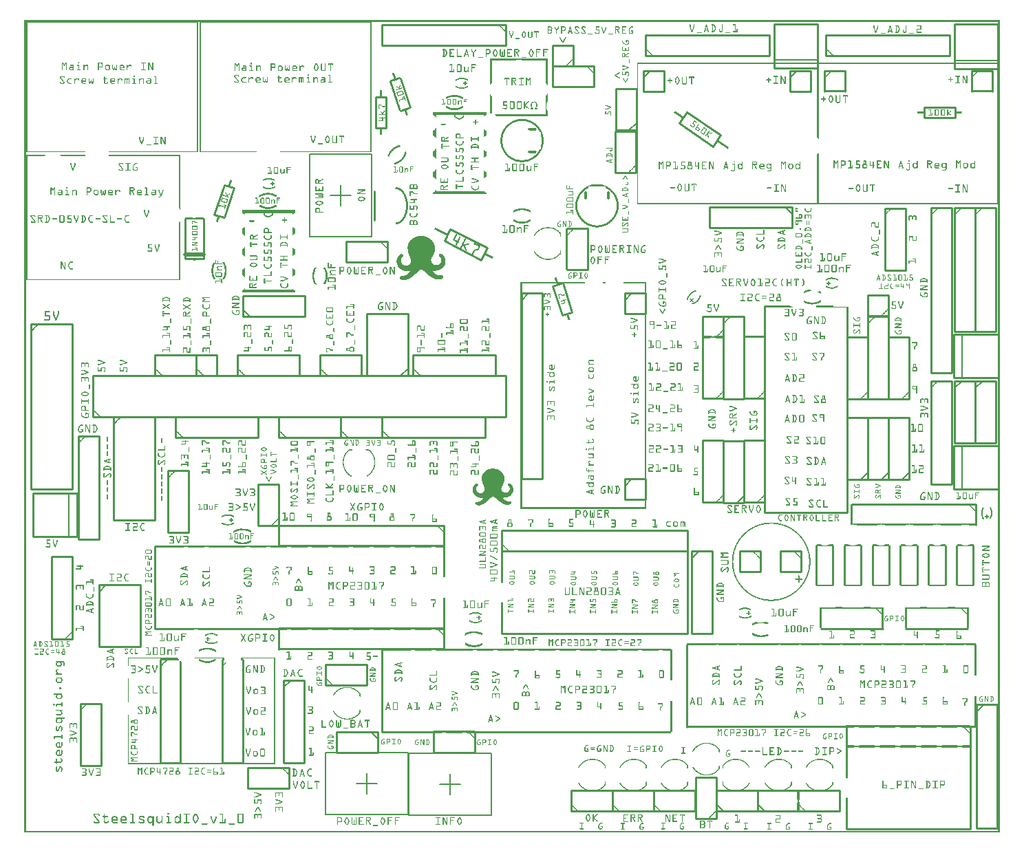
<source format=gto>
G04 MADE WITH FRITZING*
G04 WWW.FRITZING.ORG*
G04 DOUBLE SIDED*
G04 HOLES PLATED*
G04 CONTOUR ON CENTER OF CONTOUR VECTOR*
%ASAXBY*%
%FSLAX23Y23*%
%MOIN*%
%OFA0B0*%
%SFA1.0B1.0*%
%ADD10R,0.024643X0.005172*%
%ADD11R,0.006082X0.024477*%
%ADD12R,0.005172X0.024643*%
%ADD13R,0.024477X0.006082*%
%ADD14C,0.010000*%
%ADD15C,0.005000*%
%ADD16C,0.020000*%
%ADD17R,0.001000X0.001000*%
%LNSILK1*%
G90*
G70*
G54D10*
X1002Y1516D03*
G54D11*
X1002Y1516D03*
G54D12*
X4661Y1532D03*
G54D13*
X4662Y1533D03*
G54D11*
X889Y940D03*
X2201Y1043D03*
G54D10*
X3894Y2663D03*
G54D11*
X3895Y2663D03*
G54D10*
X2136Y3631D03*
G54D11*
X2136Y3632D03*
X3507Y1064D03*
G54D10*
X1201Y3145D03*
G54D11*
X1200Y3145D03*
G54D14*
X1058Y2502D02*
X1358Y2502D01*
D02*
X1358Y2502D02*
X1358Y2602D01*
D02*
X1358Y2602D02*
X1058Y2602D01*
D02*
X1058Y2602D02*
X1058Y2502D01*
G54D15*
D02*
X1093Y2502D02*
X1058Y2537D01*
D02*
X1483Y3090D02*
X1583Y3090D01*
D02*
X1533Y3040D02*
X1533Y3140D01*
D02*
X1383Y2890D02*
X1383Y3290D01*
D02*
X1383Y3290D02*
X1683Y3290D01*
D02*
X1683Y3290D02*
X1683Y2890D01*
D02*
X1683Y2890D02*
X1383Y2890D01*
D02*
X2060Y287D02*
X2060Y187D01*
D02*
X2010Y237D02*
X2110Y237D01*
D02*
X1860Y387D02*
X2260Y387D01*
D02*
X2260Y387D02*
X2260Y87D01*
D02*
X2260Y87D02*
X1860Y87D01*
D02*
X1860Y87D02*
X1860Y387D01*
G54D14*
D02*
X3207Y913D02*
X3207Y513D01*
D02*
X632Y1388D02*
X632Y988D01*
D02*
X1732Y888D02*
X1732Y488D01*
G54D15*
D02*
X1659Y288D02*
X1659Y188D01*
D02*
X1609Y238D02*
X1709Y238D01*
D02*
X1459Y388D02*
X1859Y388D01*
D02*
X1859Y388D02*
X1859Y88D01*
D02*
X1859Y88D02*
X1459Y88D01*
D02*
X1459Y88D02*
X1459Y388D01*
G54D14*
D02*
X1858Y2215D02*
X1858Y2515D01*
D02*
X1858Y2515D02*
X1658Y2515D01*
D02*
X1658Y2515D02*
X1658Y2215D01*
D02*
X1658Y2215D02*
X1858Y2215D01*
G54D15*
D02*
X1858Y2250D02*
X1823Y2215D01*
G54D14*
D02*
X333Y2015D02*
X2333Y2015D01*
D02*
X2333Y2015D02*
X2333Y2215D01*
D02*
X2333Y2215D02*
X333Y2215D01*
D02*
X333Y2215D02*
X333Y2015D01*
D02*
X1433Y2215D02*
X1633Y2215D01*
D02*
X1633Y2215D02*
X1633Y2315D01*
D02*
X1633Y2315D02*
X1433Y2315D01*
D02*
X1433Y2315D02*
X1433Y2215D01*
D02*
X633Y2215D02*
X833Y2215D01*
D02*
X833Y2215D02*
X833Y2315D01*
D02*
X833Y2315D02*
X633Y2315D01*
D02*
X633Y2315D02*
X633Y2215D01*
D02*
X833Y2215D02*
X933Y2215D01*
D02*
X933Y2215D02*
X933Y2315D01*
D02*
X933Y2315D02*
X833Y2315D01*
D02*
X833Y2315D02*
X833Y2215D01*
D02*
X1033Y2215D02*
X1333Y2215D01*
D02*
X1333Y2215D02*
X1333Y2315D01*
D02*
X1333Y2315D02*
X1033Y2315D01*
D02*
X1033Y2315D02*
X1033Y2215D01*
D02*
X733Y1915D02*
X1133Y1915D01*
D02*
X1133Y1915D02*
X1133Y2015D01*
D02*
X1133Y2015D02*
X733Y2015D01*
D02*
X733Y2015D02*
X733Y1915D01*
D02*
X1233Y1915D02*
X1533Y1915D01*
D02*
X1533Y1915D02*
X1533Y2015D01*
D02*
X1533Y2015D02*
X1233Y2015D01*
D02*
X1233Y2015D02*
X1233Y1915D01*
D02*
X1733Y1915D02*
X2233Y1915D01*
D02*
X2233Y1915D02*
X2233Y2015D01*
D02*
X2233Y2015D02*
X1733Y2015D01*
D02*
X1733Y2015D02*
X1733Y1915D01*
D02*
X1883Y2215D02*
X2283Y2215D01*
D02*
X2283Y2215D02*
X2283Y2315D01*
D02*
X2283Y2315D02*
X1883Y2315D01*
D02*
X1883Y2315D02*
X1883Y2215D01*
D02*
X4612Y622D02*
X4612Y22D01*
D02*
X4612Y22D02*
X4712Y22D01*
D02*
X4712Y22D02*
X4712Y622D01*
D02*
X4712Y622D02*
X4612Y622D01*
G54D15*
D02*
X4612Y587D02*
X4647Y622D01*
G54D14*
D02*
X3858Y990D02*
X4158Y990D01*
D02*
X4269Y990D02*
X4569Y990D01*
D02*
X4608Y1593D02*
X4008Y1593D01*
D02*
X4608Y1493D02*
X4608Y1593D01*
D02*
X3981Y516D02*
X3981Y416D01*
D02*
X4581Y416D02*
X4581Y516D01*
D02*
X919Y2997D02*
X967Y3140D01*
D02*
X967Y3140D02*
X1015Y3124D01*
D02*
X1015Y3124D02*
X967Y2981D01*
D02*
X967Y2981D02*
X919Y2997D01*
D02*
X2063Y2927D02*
X2242Y2836D01*
D02*
X2242Y2836D02*
X2212Y2777D01*
D02*
X2212Y2777D02*
X2034Y2868D01*
D02*
X2034Y2868D02*
X2063Y2927D01*
D02*
X1703Y3414D02*
X1703Y3564D01*
D02*
X1703Y3564D02*
X1753Y3564D01*
D02*
X1753Y3564D02*
X1753Y3414D01*
D02*
X1753Y3414D02*
X1703Y3414D01*
D02*
X4358Y3514D02*
X4508Y3514D01*
D02*
X4508Y3514D02*
X4508Y3464D01*
D02*
X4508Y3464D02*
X4358Y3464D01*
D02*
X4358Y3464D02*
X4358Y3514D01*
D02*
X2606Y2508D02*
X2559Y2650D01*
D02*
X2559Y2650D02*
X2607Y2666D01*
D02*
X2607Y2666D02*
X2653Y2523D01*
D02*
X2653Y2523D02*
X2606Y2508D01*
D02*
X1821Y3657D02*
X1867Y3514D01*
D02*
X1867Y3514D02*
X1820Y3499D01*
D02*
X778Y2781D02*
X778Y2976D01*
D02*
X868Y2976D02*
X868Y2781D01*
D02*
X868Y2781D02*
X778Y2781D01*
G54D16*
D02*
X868Y2801D02*
X778Y2801D01*
G54D14*
D02*
X1758Y2865D02*
X1558Y2865D01*
D02*
X1558Y2865D02*
X1558Y2765D01*
D02*
X1558Y2765D02*
X1758Y2765D01*
D02*
X1758Y2765D02*
X1758Y2865D01*
D02*
X2658Y3715D02*
X2658Y3815D01*
D02*
X2658Y3815D02*
X2558Y3815D01*
D02*
X2558Y3815D02*
X2558Y3715D01*
D02*
X2558Y3715D02*
X2658Y3715D01*
D02*
X2963Y3200D02*
X2963Y3400D01*
D02*
X2963Y3400D02*
X2863Y3400D01*
D02*
X2863Y3400D02*
X2863Y3200D01*
D02*
X2863Y3200D02*
X2963Y3200D01*
D02*
X2964Y3405D02*
X2964Y3605D01*
D02*
X2964Y3605D02*
X2864Y3605D01*
D02*
X2864Y3605D02*
X2864Y3405D01*
D02*
X2864Y3405D02*
X2964Y3405D01*
G54D15*
D02*
X2964Y3440D02*
X2929Y3405D01*
G54D14*
D02*
X2758Y3715D02*
X2558Y3715D01*
D02*
X2558Y3715D02*
X2558Y3615D01*
D02*
X2558Y3615D02*
X2758Y3615D01*
D02*
X2758Y3615D02*
X2758Y3715D01*
D02*
X1233Y1490D02*
X1233Y1690D01*
D02*
X1233Y1690D02*
X1133Y1690D01*
D02*
X1133Y1690D02*
X1133Y1490D01*
D02*
X1133Y1490D02*
X1233Y1490D01*
D02*
X1983Y490D02*
X1983Y390D01*
D02*
X1983Y390D02*
X2183Y390D01*
D02*
X2183Y390D02*
X2183Y490D01*
D02*
X1713Y490D02*
X1513Y490D01*
D02*
X1513Y490D02*
X1513Y390D01*
D02*
X1513Y390D02*
X1713Y390D01*
D02*
X1713Y390D02*
X1713Y490D01*
G54D15*
D02*
X1678Y490D02*
X1713Y455D01*
G54D14*
D02*
X1283Y315D02*
X1083Y315D01*
D02*
X1083Y315D02*
X1083Y215D01*
D02*
X1083Y215D02*
X1283Y215D01*
D02*
X1283Y215D02*
X1283Y315D01*
D02*
X2908Y2615D02*
X2908Y2515D01*
D02*
X2908Y2515D02*
X3008Y2515D01*
D02*
X3008Y2515D02*
X3008Y2615D01*
D02*
X3008Y2615D02*
X2908Y2615D01*
G54D15*
D02*
X2908Y2580D02*
X2943Y2615D01*
G54D14*
D02*
X2908Y1715D02*
X2908Y1615D01*
D02*
X2908Y1615D02*
X3008Y1615D01*
D02*
X3008Y1615D02*
X3008Y1715D01*
D02*
X3008Y1715D02*
X2908Y1715D01*
G54D15*
D02*
X2908Y1680D02*
X2943Y1715D01*
G54D14*
D02*
X2628Y2729D02*
X2728Y2729D01*
D02*
X2728Y2729D02*
X2728Y2929D01*
D02*
X2728Y2929D02*
X2628Y2929D01*
D02*
X3350Y104D02*
X3550Y104D01*
D02*
X3550Y104D02*
X3550Y204D01*
D02*
X3550Y204D02*
X3350Y204D01*
D02*
X3350Y204D02*
X3350Y104D01*
G54D15*
D02*
X3385Y104D02*
X3350Y139D01*
G54D14*
D02*
X3748Y104D02*
X3948Y104D01*
D02*
X3948Y104D02*
X3948Y204D01*
D02*
X3948Y204D02*
X3748Y204D01*
D02*
X3550Y104D02*
X3750Y104D01*
D02*
X3750Y204D02*
X3550Y204D01*
D02*
X3550Y204D02*
X3550Y104D01*
G54D15*
D02*
X3585Y104D02*
X3550Y139D01*
G54D14*
D02*
X3350Y70D02*
X3350Y270D01*
D02*
X3350Y270D02*
X3250Y270D01*
D02*
X3250Y270D02*
X3250Y70D01*
D02*
X3250Y70D02*
X3350Y70D01*
D02*
X1458Y715D02*
X1658Y715D01*
D02*
X1658Y715D02*
X1658Y815D01*
D02*
X1658Y815D02*
X1458Y815D01*
D02*
X1458Y815D02*
X1458Y715D01*
D02*
X3047Y104D02*
X3247Y104D01*
D02*
X3247Y104D02*
X3247Y204D01*
D02*
X3247Y204D02*
X3047Y204D01*
D02*
X3047Y204D02*
X3047Y104D01*
D02*
X2847Y104D02*
X3047Y104D01*
D02*
X3047Y104D02*
X3047Y204D01*
D02*
X3047Y204D02*
X2847Y204D01*
D02*
X2847Y204D02*
X2847Y104D01*
D02*
X2647Y104D02*
X2847Y104D01*
D02*
X2847Y104D02*
X2847Y204D01*
D02*
X2847Y204D02*
X2647Y204D01*
D02*
X2647Y204D02*
X2647Y104D01*
D02*
X1533Y1915D02*
X1733Y1915D01*
D02*
X1733Y1915D02*
X1733Y2015D01*
D02*
X1733Y2015D02*
X1533Y2015D01*
D02*
X1533Y2015D02*
X1533Y1915D01*
D02*
X3008Y3765D02*
X3608Y3765D01*
D02*
X3608Y3765D02*
X3608Y3865D01*
D02*
X3608Y3865D02*
X3008Y3865D01*
D02*
X3008Y3865D02*
X3008Y3765D01*
D02*
X3883Y3765D02*
X4483Y3765D01*
D02*
X4483Y3765D02*
X4483Y3865D01*
D02*
X4483Y3865D02*
X3883Y3865D01*
D02*
X3883Y3865D02*
X3883Y3765D01*
D02*
X4587Y3693D02*
X4587Y3593D01*
D02*
X4687Y3593D02*
X4687Y3693D01*
D02*
X4687Y3693D02*
X4587Y3693D01*
D02*
X3708Y3693D02*
X3708Y3593D01*
D02*
X3708Y3593D02*
X3808Y3593D01*
D02*
X3808Y3593D02*
X3808Y3693D01*
D02*
X3808Y3693D02*
X3708Y3693D01*
G54D15*
D02*
X3708Y3658D02*
X3743Y3693D01*
G54D14*
D02*
X3876Y3693D02*
X3876Y3593D01*
D02*
X3976Y3593D02*
X3976Y3693D01*
D02*
X3976Y3693D02*
X3876Y3693D01*
D02*
X2997Y3693D02*
X2997Y3593D01*
D02*
X2997Y3593D02*
X3097Y3593D01*
D02*
X3097Y3593D02*
X3097Y3693D01*
D02*
X3097Y3693D02*
X2997Y3693D01*
G54D15*
D02*
X2997Y3658D02*
X3032Y3693D01*
G54D14*
D02*
X3840Y3920D02*
X3630Y3920D01*
D02*
X3630Y3920D02*
X3630Y3704D01*
D02*
X3630Y3704D02*
X3840Y3704D01*
D02*
X3840Y3704D02*
X3840Y3920D01*
G54D15*
D02*
X3630Y3744D02*
X3840Y3744D01*
G54D14*
D02*
X4715Y3919D02*
X4505Y3919D01*
D02*
X4505Y3919D02*
X4505Y3703D01*
D02*
X4505Y3703D02*
X4715Y3703D01*
D02*
X4715Y3703D02*
X4715Y3919D01*
G54D15*
D02*
X4505Y3743D02*
X4715Y3743D01*
G54D14*
D02*
X4717Y2206D02*
X4717Y2416D01*
D02*
X4717Y2416D02*
X4501Y2416D01*
D02*
X4501Y2416D02*
X4501Y2206D01*
D02*
X4501Y2206D02*
X4717Y2206D01*
G54D15*
D02*
X4541Y2416D02*
X4541Y2206D01*
G54D14*
D02*
X4717Y1667D02*
X4717Y1877D01*
D02*
X4717Y1877D02*
X4501Y1877D01*
D02*
X4501Y1877D02*
X4501Y1667D01*
D02*
X4501Y1667D02*
X4717Y1667D01*
G54D15*
D02*
X4541Y1877D02*
X4541Y1667D01*
G54D14*
D02*
X40Y1646D02*
X40Y1436D01*
D02*
X40Y1436D02*
X256Y1436D01*
D02*
X256Y1436D02*
X256Y1646D01*
D02*
X256Y1646D02*
X40Y1646D01*
G54D15*
D02*
X216Y1436D02*
X216Y1646D01*
G54D14*
D02*
X360Y1202D02*
X360Y902D01*
D02*
X360Y902D02*
X560Y902D01*
D02*
X560Y902D02*
X560Y1202D01*
D02*
X560Y1202D02*
X360Y1202D01*
G54D15*
D02*
X360Y1167D02*
X395Y1202D01*
G54D14*
D02*
X433Y2015D02*
X433Y1515D01*
D02*
X433Y1515D02*
X633Y1515D01*
D02*
X633Y1515D02*
X633Y2015D01*
D02*
X633Y2015D02*
X433Y2015D01*
D02*
X33Y2465D02*
X33Y1665D01*
D02*
X33Y1665D02*
X233Y1665D01*
D02*
X233Y1665D02*
X233Y2465D01*
D02*
X233Y2465D02*
X33Y2465D01*
D02*
X2408Y2615D02*
X2408Y1715D01*
D02*
X2408Y1715D02*
X2508Y1715D01*
D02*
X2508Y1715D02*
X2508Y2615D01*
D02*
X2508Y2615D02*
X2408Y2615D01*
G54D15*
D02*
X2408Y2580D02*
X2443Y2615D01*
G54D14*
D02*
X2033Y1490D02*
X1233Y1490D01*
D02*
X1233Y1490D02*
X1233Y1390D01*
D02*
X2033Y1390D02*
X2033Y1490D01*
D02*
X1233Y990D02*
X1233Y890D01*
D02*
X2033Y890D02*
X2033Y990D01*
D02*
X233Y940D02*
X233Y1340D01*
D02*
X233Y1340D02*
X133Y1340D01*
D02*
X133Y1340D02*
X133Y940D01*
D02*
X133Y940D02*
X233Y940D01*
D02*
X1256Y740D02*
X1256Y340D01*
D02*
X1256Y340D02*
X1356Y340D01*
D02*
X1356Y340D02*
X1356Y740D01*
D02*
X1356Y740D02*
X1256Y740D01*
G54D15*
D02*
X1256Y705D02*
X1291Y740D01*
G54D14*
D02*
X958Y840D02*
X958Y340D01*
D02*
X958Y340D02*
X1058Y340D01*
D02*
X1058Y340D02*
X1058Y840D01*
D02*
X658Y840D02*
X658Y340D01*
D02*
X658Y340D02*
X758Y340D01*
D02*
X3336Y3327D02*
X3170Y3439D01*
D02*
X3170Y3439D02*
X3207Y3493D01*
D02*
X3207Y3493D02*
X3373Y3382D01*
D02*
X3373Y3382D02*
X3336Y3327D01*
D02*
X4186Y2504D02*
X4186Y2604D01*
D02*
X4186Y2604D02*
X4086Y2604D01*
D02*
X4086Y2604D02*
X4086Y2504D01*
D02*
X4086Y2504D02*
X4186Y2504D01*
D02*
X3586Y2551D02*
X3586Y1551D01*
D02*
X3586Y1551D02*
X3986Y1551D01*
D02*
X3586Y2104D02*
X3586Y2404D01*
D02*
X3586Y2404D02*
X3486Y2404D01*
D02*
X3486Y2404D02*
X3486Y2104D01*
D02*
X3486Y2104D02*
X3586Y2104D01*
D02*
X3586Y1601D02*
X3586Y1901D01*
D02*
X3586Y1901D02*
X3486Y1901D01*
D02*
X3486Y1901D02*
X3486Y1601D01*
D02*
X3486Y1601D02*
X3586Y1601D01*
D02*
X4086Y1712D02*
X4086Y2012D01*
D02*
X4086Y2012D02*
X3986Y2012D01*
D02*
X3986Y2012D02*
X3986Y1712D01*
D02*
X3986Y1712D02*
X4086Y1712D01*
G54D15*
D02*
X4086Y1747D02*
X4051Y1712D01*
G54D14*
D02*
X4086Y2101D02*
X4086Y2401D01*
D02*
X4086Y2401D02*
X3986Y2401D01*
D02*
X3986Y2401D02*
X3986Y2101D01*
D02*
X3986Y2101D02*
X4086Y2101D01*
D02*
X3386Y2501D02*
X3386Y2101D01*
D02*
X3386Y2101D02*
X3486Y2101D01*
D02*
X3486Y2101D02*
X3486Y2501D01*
D02*
X3486Y2501D02*
X3386Y2501D01*
D02*
X4086Y2501D02*
X4086Y2101D01*
D02*
X4086Y2101D02*
X4186Y2101D01*
D02*
X4186Y2101D02*
X4186Y2501D01*
D02*
X4186Y2501D02*
X4086Y2501D01*
D02*
X3386Y1601D02*
X3386Y1901D01*
D02*
X3386Y1901D02*
X3286Y1901D01*
D02*
X3286Y1901D02*
X3286Y1601D01*
D02*
X3286Y1601D02*
X3386Y1601D01*
D02*
X3486Y1598D02*
X3486Y1898D01*
D02*
X3486Y1898D02*
X3386Y1898D01*
D02*
X3386Y1898D02*
X3386Y1598D01*
D02*
X3386Y1598D02*
X3486Y1598D01*
G54D15*
D02*
X3486Y1633D02*
X3451Y1598D01*
G54D14*
D02*
X3386Y2104D02*
X3386Y2404D01*
D02*
X3286Y2404D02*
X3286Y2104D01*
D02*
X3286Y2104D02*
X3386Y2104D01*
D02*
X4186Y1712D02*
X4186Y2012D01*
D02*
X4186Y2012D02*
X4086Y2012D01*
D02*
X4086Y2012D02*
X4086Y1712D01*
D02*
X4086Y1712D02*
X4186Y1712D01*
G54D15*
D02*
X4186Y1747D02*
X4151Y1712D01*
G54D14*
D02*
X2333Y3915D02*
X1733Y3915D01*
D02*
X1733Y3915D02*
X1733Y3815D01*
D02*
X1733Y3815D02*
X2333Y3815D01*
D02*
X2333Y3815D02*
X2333Y3915D01*
D02*
X4286Y1712D02*
X4286Y2012D01*
D02*
X4286Y2012D02*
X4186Y2012D01*
D02*
X4186Y2012D02*
X4186Y1712D01*
D02*
X4186Y1712D02*
X4286Y1712D01*
G54D15*
D02*
X4286Y1747D02*
X4251Y1712D01*
G54D14*
D02*
X4286Y2101D02*
X4286Y2401D01*
D02*
X4286Y2401D02*
X4186Y2401D01*
D02*
X4186Y2401D02*
X4186Y2101D01*
D02*
X4186Y2101D02*
X4286Y2101D01*
D02*
X3386Y2401D02*
X3386Y2501D01*
D02*
X3386Y2501D02*
X3286Y2501D01*
D02*
X3286Y2501D02*
X3286Y2401D01*
D02*
X3233Y1365D02*
X3233Y965D01*
D02*
X3233Y965D02*
X3333Y965D01*
D02*
X3333Y965D02*
X3333Y1365D01*
D02*
X3333Y1365D02*
X3233Y1365D01*
G54D15*
D02*
X3233Y1330D02*
X3268Y1365D01*
G54D14*
D02*
X261Y1922D02*
X261Y1422D01*
D02*
X261Y1422D02*
X361Y1422D01*
D02*
X361Y1422D02*
X361Y1922D01*
D02*
X361Y1922D02*
X261Y1922D01*
D02*
X4506Y3029D02*
X4506Y2429D01*
D02*
X4506Y2429D02*
X4606Y2429D01*
D02*
X4606Y2429D02*
X4606Y3029D01*
D02*
X4606Y3029D02*
X4506Y3029D01*
D02*
X4606Y3029D02*
X4606Y2429D01*
D02*
X4606Y2429D02*
X4706Y2429D01*
D02*
X4706Y2429D02*
X4706Y3029D01*
D02*
X4706Y3029D02*
X4606Y3029D01*
D02*
X4393Y3029D02*
X4393Y2229D01*
D02*
X4393Y2229D02*
X4493Y2229D01*
D02*
X4493Y2229D02*
X4493Y3029D01*
D02*
X4493Y3029D02*
X4393Y3029D01*
D02*
X271Y627D02*
X271Y327D01*
D02*
X271Y327D02*
X371Y327D01*
D02*
X371Y327D02*
X371Y627D01*
D02*
X371Y627D02*
X271Y627D01*
D02*
X696Y1754D02*
X696Y1454D01*
D02*
X696Y1454D02*
X796Y1454D01*
D02*
X796Y1454D02*
X796Y1754D01*
D02*
X796Y1754D02*
X696Y1754D01*
D02*
X4392Y2190D02*
X4392Y1690D01*
D02*
X4392Y1690D02*
X4492Y1690D01*
D02*
X4492Y1690D02*
X4492Y2190D01*
D02*
X4492Y2190D02*
X4392Y2190D01*
D02*
X4506Y2190D02*
X4506Y1890D01*
D02*
X4506Y1890D02*
X4606Y1890D01*
D02*
X4606Y1890D02*
X4606Y2190D01*
D02*
X4606Y2190D02*
X4506Y2190D01*
G54D15*
D02*
X4506Y2155D02*
X4541Y2190D01*
G54D14*
D02*
X4606Y2190D02*
X4606Y1890D01*
D02*
X4606Y1890D02*
X4706Y1890D01*
D02*
X4706Y1890D02*
X4706Y2190D01*
D02*
X4706Y2190D02*
X4606Y2190D01*
G54D15*
D02*
X4606Y2155D02*
X4641Y2190D01*
G54D14*
D02*
X3981Y20D02*
X4581Y20D01*
D02*
X4581Y20D02*
X4581Y420D01*
D02*
X3981Y20D02*
X3981Y170D01*
D02*
X3981Y270D02*
X3981Y420D01*
D02*
X2311Y965D02*
X3211Y965D01*
D02*
X3211Y965D02*
X3211Y1365D01*
D02*
X3211Y1365D02*
X2311Y1365D01*
D02*
X2311Y965D02*
X2311Y1115D01*
D02*
X2311Y1215D02*
X2311Y1365D01*
D02*
X2311Y1365D02*
X3211Y1365D01*
D02*
X3211Y1365D02*
X3211Y1465D01*
D02*
X3211Y1465D02*
X2311Y1465D01*
D02*
X2311Y1465D02*
X2311Y1365D01*
D02*
X3564Y1365D02*
X3464Y1365D01*
D02*
X3464Y1365D02*
X3464Y1265D01*
D02*
X3464Y1265D02*
X3564Y1265D01*
D02*
X3564Y1265D02*
X3564Y1365D01*
D02*
X3763Y1364D02*
X3663Y1364D01*
D02*
X3663Y1364D02*
X3663Y1264D01*
D02*
X3663Y1264D02*
X3763Y1264D01*
D02*
X3763Y1264D02*
X3763Y1364D01*
D02*
X4167Y3027D02*
X4167Y2727D01*
D02*
X4167Y2727D02*
X4267Y2727D01*
D02*
X4267Y2727D02*
X4267Y3027D01*
D02*
X4267Y3027D02*
X4167Y3027D01*
D02*
X3719Y3033D02*
X3319Y3033D01*
D02*
X3319Y3033D02*
X3319Y2933D01*
D02*
X3319Y2933D02*
X3719Y2933D01*
D02*
X3719Y2933D02*
X3719Y3033D01*
G54D15*
D02*
X3684Y3033D02*
X3719Y2998D01*
G54D14*
D02*
X1694Y2970D02*
X1694Y3110D01*
G36*
X3220Y2575D02*
X3238Y2592D01*
X3241Y2588D01*
X3224Y2571D01*
X3220Y2575D01*
G37*
D02*
G36*
X3221Y2588D02*
X3225Y2593D01*
X3243Y2575D01*
X3238Y2571D01*
X3221Y2588D01*
G37*
D02*
G54D17*
X0Y3937D02*
X4723Y3937D01*
X0Y3936D02*
X4723Y3936D01*
X0Y3935D02*
X4723Y3935D01*
X0Y3934D02*
X4723Y3934D01*
X0Y3933D02*
X4723Y3933D01*
X0Y3932D02*
X4723Y3932D01*
X0Y3931D02*
X4723Y3931D01*
X0Y3930D02*
X4723Y3930D01*
X0Y3929D02*
X7Y3929D01*
X9Y3929D02*
X840Y3929D01*
X849Y3929D02*
X1681Y3929D01*
X4716Y3929D02*
X4723Y3929D01*
X0Y3928D02*
X7Y3928D01*
X9Y3928D02*
X840Y3928D01*
X849Y3928D02*
X1681Y3928D01*
X4716Y3928D02*
X4723Y3928D01*
X0Y3927D02*
X7Y3927D01*
X9Y3927D02*
X840Y3927D01*
X849Y3927D02*
X1681Y3927D01*
X4716Y3927D02*
X4723Y3927D01*
X0Y3926D02*
X7Y3926D01*
X9Y3926D02*
X13Y3926D01*
X835Y3926D02*
X840Y3926D01*
X849Y3926D02*
X854Y3926D01*
X1676Y3926D02*
X1681Y3926D01*
X4716Y3926D02*
X4723Y3926D01*
X0Y3925D02*
X7Y3925D01*
X9Y3925D02*
X13Y3925D01*
X835Y3925D02*
X840Y3925D01*
X849Y3925D02*
X854Y3925D01*
X1676Y3925D02*
X1681Y3925D01*
X4716Y3925D02*
X4723Y3925D01*
X0Y3924D02*
X7Y3924D01*
X9Y3924D02*
X13Y3924D01*
X835Y3924D02*
X840Y3924D01*
X849Y3924D02*
X854Y3924D01*
X1676Y3924D02*
X1681Y3924D01*
X4716Y3924D02*
X4723Y3924D01*
X0Y3923D02*
X7Y3923D01*
X9Y3923D02*
X13Y3923D01*
X835Y3923D02*
X840Y3923D01*
X849Y3923D02*
X854Y3923D01*
X1676Y3923D02*
X1681Y3923D01*
X4716Y3923D02*
X4723Y3923D01*
X0Y3922D02*
X7Y3922D01*
X9Y3922D02*
X13Y3922D01*
X835Y3922D02*
X840Y3922D01*
X849Y3922D02*
X854Y3922D01*
X1676Y3922D02*
X1681Y3922D01*
X4716Y3922D02*
X4723Y3922D01*
X0Y3921D02*
X7Y3921D01*
X9Y3921D02*
X13Y3921D01*
X835Y3921D02*
X840Y3921D01*
X849Y3921D02*
X854Y3921D01*
X1676Y3921D02*
X1681Y3921D01*
X4716Y3921D02*
X4723Y3921D01*
X0Y3920D02*
X7Y3920D01*
X9Y3920D02*
X13Y3920D01*
X835Y3920D02*
X840Y3920D01*
X849Y3920D02*
X854Y3920D01*
X1676Y3920D02*
X1681Y3920D01*
X4716Y3920D02*
X4723Y3920D01*
X0Y3919D02*
X7Y3919D01*
X9Y3919D02*
X13Y3919D01*
X835Y3919D02*
X840Y3919D01*
X849Y3919D02*
X854Y3919D01*
X1676Y3919D02*
X1681Y3919D01*
X4716Y3919D02*
X4723Y3919D01*
X0Y3918D02*
X7Y3918D01*
X9Y3918D02*
X13Y3918D01*
X835Y3918D02*
X840Y3918D01*
X849Y3918D02*
X854Y3918D01*
X1676Y3918D02*
X1681Y3918D01*
X4716Y3918D02*
X4723Y3918D01*
X0Y3917D02*
X7Y3917D01*
X9Y3917D02*
X13Y3917D01*
X835Y3917D02*
X840Y3917D01*
X849Y3917D02*
X854Y3917D01*
X1676Y3917D02*
X1681Y3917D01*
X3223Y3917D02*
X3224Y3917D01*
X3242Y3917D02*
X3243Y3917D01*
X3302Y3917D02*
X3304Y3917D01*
X3328Y3917D02*
X3339Y3917D01*
X3379Y3917D02*
X3381Y3917D01*
X3432Y3917D02*
X3444Y3917D01*
X4716Y3917D02*
X4723Y3917D01*
X0Y3916D02*
X7Y3916D01*
X9Y3916D02*
X13Y3916D01*
X835Y3916D02*
X840Y3916D01*
X849Y3916D02*
X854Y3916D01*
X1676Y3916D02*
X1681Y3916D01*
X2299Y3916D02*
X2300Y3916D01*
X3222Y3916D02*
X3225Y3916D01*
X3241Y3916D02*
X3244Y3916D01*
X3301Y3916D02*
X3305Y3916D01*
X3327Y3916D02*
X3341Y3916D01*
X3378Y3916D02*
X3382Y3916D01*
X3431Y3916D02*
X3444Y3916D01*
X4716Y3916D02*
X4723Y3916D01*
X0Y3915D02*
X7Y3915D01*
X9Y3915D02*
X13Y3915D01*
X835Y3915D02*
X840Y3915D01*
X849Y3915D02*
X854Y3915D01*
X1676Y3915D02*
X1681Y3915D01*
X2298Y3915D02*
X2301Y3915D01*
X3222Y3915D02*
X3225Y3915D01*
X3241Y3915D02*
X3245Y3915D01*
X3301Y3915D02*
X3305Y3915D01*
X3326Y3915D02*
X3342Y3915D01*
X3378Y3915D02*
X3382Y3915D01*
X3431Y3915D02*
X3444Y3915D01*
X4716Y3915D02*
X4723Y3915D01*
X0Y3914D02*
X7Y3914D01*
X9Y3914D02*
X13Y3914D01*
X835Y3914D02*
X840Y3914D01*
X849Y3914D02*
X854Y3914D01*
X1676Y3914D02*
X1681Y3914D01*
X2297Y3914D02*
X2302Y3914D01*
X3222Y3914D02*
X3226Y3914D01*
X3241Y3914D02*
X3245Y3914D01*
X3301Y3914D02*
X3305Y3914D01*
X3327Y3914D02*
X3343Y3914D01*
X3378Y3914D02*
X3382Y3914D01*
X3431Y3914D02*
X3444Y3914D01*
X4716Y3914D02*
X4723Y3914D01*
X0Y3913D02*
X7Y3913D01*
X9Y3913D02*
X13Y3913D01*
X835Y3913D02*
X840Y3913D01*
X849Y3913D02*
X854Y3913D01*
X1676Y3913D02*
X1681Y3913D01*
X2297Y3913D02*
X2303Y3913D01*
X3222Y3913D02*
X3226Y3913D01*
X3241Y3913D02*
X3245Y3913D01*
X3300Y3913D02*
X3306Y3913D01*
X3327Y3913D02*
X3343Y3913D01*
X3378Y3913D02*
X3382Y3913D01*
X3432Y3913D02*
X3444Y3913D01*
X4113Y3913D02*
X4115Y3913D01*
X4132Y3913D02*
X4134Y3913D01*
X4192Y3913D02*
X4194Y3913D01*
X4218Y3913D02*
X4229Y3913D01*
X4269Y3913D02*
X4271Y3913D01*
X4322Y3913D02*
X4341Y3913D01*
X4716Y3913D02*
X4723Y3913D01*
X0Y3912D02*
X7Y3912D01*
X9Y3912D02*
X13Y3912D01*
X835Y3912D02*
X840Y3912D01*
X849Y3912D02*
X854Y3912D01*
X1676Y3912D02*
X1681Y3912D01*
X2298Y3912D02*
X2304Y3912D01*
X3222Y3912D02*
X3226Y3912D01*
X3241Y3912D02*
X3245Y3912D01*
X3300Y3912D02*
X3306Y3912D01*
X3331Y3912D02*
X3335Y3912D01*
X3339Y3912D02*
X3344Y3912D01*
X3378Y3912D02*
X3382Y3912D01*
X3441Y3912D02*
X3444Y3912D01*
X4112Y3912D02*
X4115Y3912D01*
X4131Y3912D02*
X4135Y3912D01*
X4191Y3912D02*
X4195Y3912D01*
X4217Y3912D02*
X4231Y3912D01*
X4268Y3912D02*
X4272Y3912D01*
X4321Y3912D02*
X4343Y3912D01*
X4716Y3912D02*
X4723Y3912D01*
X0Y3911D02*
X7Y3911D01*
X9Y3911D02*
X13Y3911D01*
X835Y3911D02*
X840Y3911D01*
X849Y3911D02*
X854Y3911D01*
X1676Y3911D02*
X1681Y3911D01*
X2299Y3911D02*
X2305Y3911D01*
X3222Y3911D02*
X3226Y3911D01*
X3241Y3911D02*
X3245Y3911D01*
X3300Y3911D02*
X3306Y3911D01*
X3331Y3911D02*
X3335Y3911D01*
X3340Y3911D02*
X3344Y3911D01*
X3378Y3911D02*
X3382Y3911D01*
X3441Y3911D02*
X3444Y3911D01*
X4112Y3911D02*
X4116Y3911D01*
X4131Y3911D02*
X4135Y3911D01*
X4191Y3911D02*
X4195Y3911D01*
X4216Y3911D02*
X4232Y3911D01*
X4268Y3911D02*
X4272Y3911D01*
X4321Y3911D02*
X4343Y3911D01*
X4716Y3911D02*
X4723Y3911D01*
X0Y3910D02*
X7Y3910D01*
X9Y3910D02*
X13Y3910D01*
X835Y3910D02*
X840Y3910D01*
X849Y3910D02*
X854Y3910D01*
X1676Y3910D02*
X1681Y3910D01*
X2300Y3910D02*
X2306Y3910D01*
X3222Y3910D02*
X3226Y3910D01*
X3241Y3910D02*
X3245Y3910D01*
X3299Y3910D02*
X3306Y3910D01*
X3331Y3910D02*
X3335Y3910D01*
X3340Y3910D02*
X3345Y3910D01*
X3378Y3910D02*
X3382Y3910D01*
X3441Y3910D02*
X3444Y3910D01*
X4112Y3910D02*
X4116Y3910D01*
X4131Y3910D02*
X4135Y3910D01*
X4191Y3910D02*
X4195Y3910D01*
X4217Y3910D02*
X4233Y3910D01*
X4268Y3910D02*
X4272Y3910D01*
X4321Y3910D02*
X4344Y3910D01*
X4716Y3910D02*
X4723Y3910D01*
X0Y3909D02*
X7Y3909D01*
X9Y3909D02*
X13Y3909D01*
X835Y3909D02*
X840Y3909D01*
X849Y3909D02*
X854Y3909D01*
X1676Y3909D02*
X1681Y3909D01*
X2301Y3909D02*
X2307Y3909D01*
X3222Y3909D02*
X3226Y3909D01*
X3241Y3909D02*
X3245Y3909D01*
X3299Y3909D02*
X3307Y3909D01*
X3331Y3909D02*
X3335Y3909D01*
X3341Y3909D02*
X3345Y3909D01*
X3378Y3909D02*
X3382Y3909D01*
X3441Y3909D02*
X3444Y3909D01*
X4112Y3909D02*
X4116Y3909D01*
X4131Y3909D02*
X4135Y3909D01*
X4190Y3909D02*
X4196Y3909D01*
X4218Y3909D02*
X4234Y3909D01*
X4268Y3909D02*
X4272Y3909D01*
X4322Y3909D02*
X4344Y3909D01*
X4716Y3909D02*
X4723Y3909D01*
X0Y3908D02*
X7Y3908D01*
X9Y3908D02*
X13Y3908D01*
X835Y3908D02*
X840Y3908D01*
X849Y3908D02*
X854Y3908D01*
X1676Y3908D02*
X1681Y3908D01*
X2302Y3908D02*
X2308Y3908D01*
X3222Y3908D02*
X3226Y3908D01*
X3241Y3908D02*
X3245Y3908D01*
X3299Y3908D02*
X3307Y3908D01*
X3331Y3908D02*
X3335Y3908D01*
X3341Y3908D02*
X3346Y3908D01*
X3378Y3908D02*
X3382Y3908D01*
X3441Y3908D02*
X3444Y3908D01*
X4112Y3908D02*
X4116Y3908D01*
X4131Y3908D02*
X4135Y3908D01*
X4190Y3908D02*
X4196Y3908D01*
X4221Y3908D02*
X4225Y3908D01*
X4229Y3908D02*
X4234Y3908D01*
X4268Y3908D02*
X4272Y3908D01*
X4340Y3908D02*
X4344Y3908D01*
X4716Y3908D02*
X4723Y3908D01*
X0Y3907D02*
X7Y3907D01*
X9Y3907D02*
X13Y3907D01*
X835Y3907D02*
X840Y3907D01*
X849Y3907D02*
X854Y3907D01*
X1676Y3907D02*
X1681Y3907D01*
X2303Y3907D02*
X2309Y3907D01*
X2534Y3907D02*
X2547Y3907D01*
X2569Y3907D02*
X2569Y3907D01*
X2586Y3907D02*
X2586Y3907D01*
X2600Y3907D02*
X2615Y3907D01*
X2643Y3907D02*
X2643Y3907D01*
X2670Y3907D02*
X2681Y3907D01*
X2702Y3907D02*
X2714Y3907D01*
X2768Y3907D02*
X2783Y3907D01*
X2815Y3907D02*
X2815Y3907D01*
X2862Y3907D02*
X2877Y3907D01*
X2894Y3907D02*
X2913Y3907D01*
X2939Y3907D02*
X2946Y3907D01*
X3222Y3907D02*
X3226Y3907D01*
X3241Y3907D02*
X3245Y3907D01*
X3299Y3907D02*
X3307Y3907D01*
X3331Y3907D02*
X3335Y3907D01*
X3342Y3907D02*
X3346Y3907D01*
X3378Y3907D02*
X3382Y3907D01*
X3441Y3907D02*
X3444Y3907D01*
X4112Y3907D02*
X4116Y3907D01*
X4131Y3907D02*
X4135Y3907D01*
X4190Y3907D02*
X4196Y3907D01*
X4221Y3907D02*
X4225Y3907D01*
X4230Y3907D02*
X4235Y3907D01*
X4268Y3907D02*
X4272Y3907D01*
X4340Y3907D02*
X4344Y3907D01*
X4716Y3907D02*
X4723Y3907D01*
X0Y3906D02*
X7Y3906D01*
X9Y3906D02*
X13Y3906D01*
X835Y3906D02*
X840Y3906D01*
X849Y3906D02*
X854Y3906D01*
X1676Y3906D02*
X1681Y3906D01*
X2304Y3906D02*
X2310Y3906D01*
X2534Y3906D02*
X2551Y3906D01*
X2567Y3906D02*
X2570Y3906D01*
X2585Y3906D02*
X2588Y3906D01*
X2600Y3906D02*
X2618Y3906D01*
X2642Y3906D02*
X2644Y3906D01*
X2667Y3906D02*
X2683Y3906D01*
X2700Y3906D02*
X2716Y3906D01*
X2767Y3906D02*
X2784Y3906D01*
X2796Y3906D02*
X2799Y3906D01*
X2814Y3906D02*
X2817Y3906D01*
X2861Y3906D02*
X2879Y3906D01*
X2894Y3906D02*
X2915Y3906D01*
X2936Y3906D02*
X2948Y3906D01*
X3222Y3906D02*
X3226Y3906D01*
X3240Y3906D02*
X3245Y3906D01*
X3298Y3906D02*
X3308Y3906D01*
X3331Y3906D02*
X3335Y3906D01*
X3342Y3906D02*
X3347Y3906D01*
X3378Y3906D02*
X3382Y3906D01*
X3441Y3906D02*
X3444Y3906D01*
X4112Y3906D02*
X4116Y3906D01*
X4131Y3906D02*
X4135Y3906D01*
X4190Y3906D02*
X4197Y3906D01*
X4221Y3906D02*
X4225Y3906D01*
X4231Y3906D02*
X4235Y3906D01*
X4268Y3906D02*
X4272Y3906D01*
X4340Y3906D02*
X4344Y3906D01*
X4716Y3906D02*
X4723Y3906D01*
X0Y3905D02*
X7Y3905D01*
X9Y3905D02*
X13Y3905D01*
X835Y3905D02*
X840Y3905D01*
X849Y3905D02*
X854Y3905D01*
X1676Y3905D02*
X1681Y3905D01*
X2305Y3905D02*
X2311Y3905D01*
X2534Y3905D02*
X2552Y3905D01*
X2567Y3905D02*
X2570Y3905D01*
X2585Y3905D02*
X2588Y3905D01*
X2600Y3905D02*
X2619Y3905D01*
X2641Y3905D02*
X2645Y3905D01*
X2666Y3905D02*
X2685Y3905D01*
X2699Y3905D02*
X2717Y3905D01*
X2767Y3905D02*
X2784Y3905D01*
X2796Y3905D02*
X2799Y3905D01*
X2814Y3905D02*
X2817Y3905D01*
X2861Y3905D02*
X2881Y3905D01*
X2894Y3905D02*
X2915Y3905D01*
X2935Y3905D02*
X2948Y3905D01*
X3222Y3905D02*
X3226Y3905D01*
X3240Y3905D02*
X3244Y3905D01*
X3298Y3905D02*
X3302Y3905D01*
X3304Y3905D02*
X3308Y3905D01*
X3331Y3905D02*
X3335Y3905D01*
X3343Y3905D02*
X3347Y3905D01*
X3378Y3905D02*
X3382Y3905D01*
X3441Y3905D02*
X3444Y3905D01*
X4112Y3905D02*
X4116Y3905D01*
X4131Y3905D02*
X4135Y3905D01*
X4189Y3905D02*
X4197Y3905D01*
X4221Y3905D02*
X4225Y3905D01*
X4231Y3905D02*
X4236Y3905D01*
X4268Y3905D02*
X4272Y3905D01*
X4340Y3905D02*
X4344Y3905D01*
X4716Y3905D02*
X4723Y3905D01*
X0Y3904D02*
X7Y3904D01*
X9Y3904D02*
X13Y3904D01*
X835Y3904D02*
X840Y3904D01*
X849Y3904D02*
X854Y3904D01*
X1676Y3904D02*
X1681Y3904D01*
X2306Y3904D02*
X2312Y3904D01*
X2534Y3904D02*
X2553Y3904D01*
X2567Y3904D02*
X2570Y3904D01*
X2585Y3904D02*
X2588Y3904D01*
X2600Y3904D02*
X2620Y3904D01*
X2641Y3904D02*
X2645Y3904D01*
X2665Y3904D02*
X2685Y3904D01*
X2698Y3904D02*
X2718Y3904D01*
X2767Y3904D02*
X2784Y3904D01*
X2796Y3904D02*
X2799Y3904D01*
X2814Y3904D02*
X2817Y3904D01*
X2861Y3904D02*
X2881Y3904D01*
X2894Y3904D02*
X2915Y3904D01*
X2934Y3904D02*
X2948Y3904D01*
X3222Y3904D02*
X3227Y3904D01*
X3240Y3904D02*
X3244Y3904D01*
X3298Y3904D02*
X3302Y3904D01*
X3304Y3904D02*
X3308Y3904D01*
X3331Y3904D02*
X3335Y3904D01*
X3343Y3904D02*
X3348Y3904D01*
X3378Y3904D02*
X3382Y3904D01*
X3441Y3904D02*
X3444Y3904D01*
X4112Y3904D02*
X4116Y3904D01*
X4131Y3904D02*
X4135Y3904D01*
X4189Y3904D02*
X4197Y3904D01*
X4221Y3904D02*
X4225Y3904D01*
X4232Y3904D02*
X4236Y3904D01*
X4268Y3904D02*
X4272Y3904D01*
X4340Y3904D02*
X4344Y3904D01*
X4716Y3904D02*
X4723Y3904D01*
X0Y3903D02*
X7Y3903D01*
X9Y3903D02*
X13Y3903D01*
X835Y3903D02*
X840Y3903D01*
X849Y3903D02*
X854Y3903D01*
X1676Y3903D02*
X1681Y3903D01*
X2307Y3903D02*
X2313Y3903D01*
X2534Y3903D02*
X2554Y3903D01*
X2567Y3903D02*
X2570Y3903D01*
X2585Y3903D02*
X2588Y3903D01*
X2600Y3903D02*
X2620Y3903D01*
X2641Y3903D02*
X2645Y3903D01*
X2665Y3903D02*
X2686Y3903D01*
X2698Y3903D02*
X2719Y3903D01*
X2767Y3903D02*
X2783Y3903D01*
X2796Y3903D02*
X2799Y3903D01*
X2814Y3903D02*
X2817Y3903D01*
X2861Y3903D02*
X2882Y3903D01*
X2894Y3903D02*
X2914Y3903D01*
X2933Y3903D02*
X2947Y3903D01*
X3223Y3903D02*
X3227Y3903D01*
X3239Y3903D02*
X3243Y3903D01*
X3297Y3903D02*
X3301Y3903D01*
X3304Y3903D02*
X3308Y3903D01*
X3331Y3903D02*
X3335Y3903D01*
X3344Y3903D02*
X3348Y3903D01*
X3378Y3903D02*
X3382Y3903D01*
X3441Y3903D02*
X3444Y3903D01*
X4112Y3903D02*
X4116Y3903D01*
X4131Y3903D02*
X4135Y3903D01*
X4189Y3903D02*
X4197Y3903D01*
X4221Y3903D02*
X4225Y3903D01*
X4232Y3903D02*
X4237Y3903D01*
X4268Y3903D02*
X4272Y3903D01*
X4340Y3903D02*
X4344Y3903D01*
X4716Y3903D02*
X4723Y3903D01*
X0Y3902D02*
X7Y3902D01*
X9Y3902D02*
X13Y3902D01*
X835Y3902D02*
X840Y3902D01*
X849Y3902D02*
X854Y3902D01*
X1676Y3902D02*
X1681Y3902D01*
X2308Y3902D02*
X2314Y3902D01*
X2534Y3902D02*
X2538Y3902D01*
X2549Y3902D02*
X2555Y3902D01*
X2567Y3902D02*
X2570Y3902D01*
X2585Y3902D02*
X2588Y3902D01*
X2600Y3902D02*
X2603Y3902D01*
X2616Y3902D02*
X2621Y3902D01*
X2640Y3902D02*
X2646Y3902D01*
X2665Y3902D02*
X2669Y3902D01*
X2682Y3902D02*
X2686Y3902D01*
X2698Y3902D02*
X2701Y3902D01*
X2715Y3902D02*
X2719Y3902D01*
X2767Y3902D02*
X2771Y3902D01*
X2796Y3902D02*
X2799Y3902D01*
X2814Y3902D02*
X2817Y3902D01*
X2861Y3902D02*
X2865Y3902D01*
X2878Y3902D02*
X2882Y3902D01*
X2894Y3902D02*
X2897Y3902D01*
X2933Y3902D02*
X2938Y3902D01*
X3223Y3902D02*
X3228Y3902D01*
X3239Y3902D02*
X3243Y3902D01*
X3297Y3902D02*
X3301Y3902D01*
X3305Y3902D02*
X3309Y3902D01*
X3331Y3902D02*
X3335Y3902D01*
X3344Y3902D02*
X3349Y3902D01*
X3378Y3902D02*
X3382Y3902D01*
X3441Y3902D02*
X3444Y3902D01*
X4112Y3902D02*
X4116Y3902D01*
X4131Y3902D02*
X4135Y3902D01*
X4188Y3902D02*
X4198Y3902D01*
X4221Y3902D02*
X4225Y3902D01*
X4233Y3902D02*
X4237Y3902D01*
X4268Y3902D02*
X4272Y3902D01*
X4340Y3902D02*
X4344Y3902D01*
X4716Y3902D02*
X4723Y3902D01*
X0Y3901D02*
X7Y3901D01*
X9Y3901D02*
X13Y3901D01*
X835Y3901D02*
X840Y3901D01*
X849Y3901D02*
X854Y3901D01*
X1676Y3901D02*
X1681Y3901D01*
X2309Y3901D02*
X2315Y3901D01*
X2534Y3901D02*
X2538Y3901D01*
X2551Y3901D02*
X2555Y3901D01*
X2567Y3901D02*
X2571Y3901D01*
X2584Y3901D02*
X2588Y3901D01*
X2600Y3901D02*
X2603Y3901D01*
X2617Y3901D02*
X2621Y3901D01*
X2640Y3901D02*
X2646Y3901D01*
X2665Y3901D02*
X2669Y3901D01*
X2683Y3901D02*
X2686Y3901D01*
X2698Y3901D02*
X2702Y3901D01*
X2715Y3901D02*
X2719Y3901D01*
X2767Y3901D02*
X2771Y3901D01*
X2796Y3901D02*
X2799Y3901D01*
X2814Y3901D02*
X2817Y3901D01*
X2861Y3901D02*
X2865Y3901D01*
X2879Y3901D02*
X2882Y3901D01*
X2894Y3901D02*
X2897Y3901D01*
X2932Y3901D02*
X2937Y3901D01*
X3224Y3901D02*
X3228Y3901D01*
X3238Y3901D02*
X3243Y3901D01*
X3297Y3901D02*
X3301Y3901D01*
X3305Y3901D02*
X3309Y3901D01*
X3331Y3901D02*
X3335Y3901D01*
X3345Y3901D02*
X3349Y3901D01*
X3378Y3901D02*
X3382Y3901D01*
X3441Y3901D02*
X3444Y3901D01*
X4112Y3901D02*
X4117Y3901D01*
X4130Y3901D02*
X4134Y3901D01*
X4188Y3901D02*
X4192Y3901D01*
X4194Y3901D02*
X4198Y3901D01*
X4221Y3901D02*
X4225Y3901D01*
X4233Y3901D02*
X4238Y3901D01*
X4268Y3901D02*
X4272Y3901D01*
X4340Y3901D02*
X4344Y3901D01*
X4716Y3901D02*
X4723Y3901D01*
X0Y3900D02*
X7Y3900D01*
X9Y3900D02*
X13Y3900D01*
X835Y3900D02*
X840Y3900D01*
X849Y3900D02*
X854Y3900D01*
X1676Y3900D02*
X1681Y3900D01*
X2310Y3900D02*
X2316Y3900D01*
X2534Y3900D02*
X2538Y3900D01*
X2551Y3900D02*
X2555Y3900D01*
X2567Y3900D02*
X2572Y3900D01*
X2583Y3900D02*
X2588Y3900D01*
X2600Y3900D02*
X2603Y3900D01*
X2617Y3900D02*
X2621Y3900D01*
X2640Y3900D02*
X2646Y3900D01*
X2665Y3900D02*
X2670Y3900D01*
X2683Y3900D02*
X2686Y3900D01*
X2698Y3900D02*
X2703Y3900D01*
X2716Y3900D02*
X2719Y3900D01*
X2767Y3900D02*
X2771Y3900D01*
X2796Y3900D02*
X2799Y3900D01*
X2814Y3900D02*
X2817Y3900D01*
X2861Y3900D02*
X2865Y3900D01*
X2879Y3900D02*
X2883Y3900D01*
X2894Y3900D02*
X2897Y3900D01*
X2931Y3900D02*
X2936Y3900D01*
X3224Y3900D02*
X3228Y3900D01*
X3238Y3900D02*
X3242Y3900D01*
X3297Y3900D02*
X3301Y3900D01*
X3305Y3900D02*
X3309Y3900D01*
X3331Y3900D02*
X3335Y3900D01*
X3345Y3900D02*
X3349Y3900D01*
X3378Y3900D02*
X3382Y3900D01*
X3441Y3900D02*
X3444Y3900D01*
X4113Y3900D02*
X4117Y3900D01*
X4130Y3900D02*
X4134Y3900D01*
X4188Y3900D02*
X4192Y3900D01*
X4194Y3900D02*
X4198Y3900D01*
X4221Y3900D02*
X4225Y3900D01*
X4234Y3900D02*
X4238Y3900D01*
X4268Y3900D02*
X4272Y3900D01*
X4340Y3900D02*
X4344Y3900D01*
X4716Y3900D02*
X4723Y3900D01*
X0Y3899D02*
X7Y3899D01*
X9Y3899D02*
X13Y3899D01*
X835Y3899D02*
X840Y3899D01*
X849Y3899D02*
X854Y3899D01*
X1676Y3899D02*
X1681Y3899D01*
X2311Y3899D02*
X2317Y3899D01*
X2534Y3899D02*
X2538Y3899D01*
X2552Y3899D02*
X2555Y3899D01*
X2568Y3899D02*
X2573Y3899D01*
X2582Y3899D02*
X2587Y3899D01*
X2600Y3899D02*
X2603Y3899D01*
X2617Y3899D02*
X2621Y3899D01*
X2639Y3899D02*
X2646Y3899D01*
X2666Y3899D02*
X2671Y3899D01*
X2684Y3899D02*
X2685Y3899D01*
X2699Y3899D02*
X2703Y3899D01*
X2717Y3899D02*
X2718Y3899D01*
X2767Y3899D02*
X2771Y3899D01*
X2796Y3899D02*
X2799Y3899D01*
X2814Y3899D02*
X2817Y3899D01*
X2861Y3899D02*
X2865Y3899D01*
X2879Y3899D02*
X2883Y3899D01*
X2894Y3899D02*
X2897Y3899D01*
X2930Y3899D02*
X2935Y3899D01*
X3224Y3899D02*
X3229Y3899D01*
X3238Y3899D02*
X3242Y3899D01*
X3296Y3899D02*
X3300Y3899D01*
X3306Y3899D02*
X3310Y3899D01*
X3331Y3899D02*
X3335Y3899D01*
X3345Y3899D02*
X3349Y3899D01*
X3378Y3899D02*
X3382Y3899D01*
X3441Y3899D02*
X3444Y3899D01*
X4113Y3899D02*
X4117Y3899D01*
X4129Y3899D02*
X4134Y3899D01*
X4188Y3899D02*
X4192Y3899D01*
X4195Y3899D02*
X4199Y3899D01*
X4221Y3899D02*
X4225Y3899D01*
X4234Y3899D02*
X4239Y3899D01*
X4268Y3899D02*
X4272Y3899D01*
X4340Y3899D02*
X4344Y3899D01*
X4716Y3899D02*
X4723Y3899D01*
X0Y3898D02*
X7Y3898D01*
X9Y3898D02*
X13Y3898D01*
X835Y3898D02*
X840Y3898D01*
X849Y3898D02*
X854Y3898D01*
X1676Y3898D02*
X1681Y3898D01*
X2312Y3898D02*
X2318Y3898D01*
X2534Y3898D02*
X2538Y3898D01*
X2552Y3898D02*
X2556Y3898D01*
X2569Y3898D02*
X2573Y3898D01*
X2582Y3898D02*
X2586Y3898D01*
X2600Y3898D02*
X2603Y3898D01*
X2617Y3898D02*
X2621Y3898D01*
X2639Y3898D02*
X2647Y3898D01*
X2667Y3898D02*
X2671Y3898D01*
X2699Y3898D02*
X2704Y3898D01*
X2767Y3898D02*
X2771Y3898D01*
X2796Y3898D02*
X2799Y3898D01*
X2814Y3898D02*
X2817Y3898D01*
X2861Y3898D02*
X2865Y3898D01*
X2879Y3898D02*
X2883Y3898D01*
X2894Y3898D02*
X2897Y3898D01*
X2930Y3898D02*
X2934Y3898D01*
X3225Y3898D02*
X3229Y3898D01*
X3237Y3898D02*
X3242Y3898D01*
X3296Y3898D02*
X3300Y3898D01*
X3306Y3898D02*
X3310Y3898D01*
X3331Y3898D02*
X3335Y3898D01*
X3345Y3898D02*
X3349Y3898D01*
X3378Y3898D02*
X3382Y3898D01*
X3441Y3898D02*
X3444Y3898D01*
X4113Y3898D02*
X4118Y3898D01*
X4129Y3898D02*
X4133Y3898D01*
X4187Y3898D02*
X4191Y3898D01*
X4195Y3898D02*
X4199Y3898D01*
X4221Y3898D02*
X4225Y3898D01*
X4235Y3898D02*
X4239Y3898D01*
X4268Y3898D02*
X4272Y3898D01*
X4340Y3898D02*
X4344Y3898D01*
X4716Y3898D02*
X4723Y3898D01*
X0Y3897D02*
X7Y3897D01*
X9Y3897D02*
X13Y3897D01*
X835Y3897D02*
X840Y3897D01*
X849Y3897D02*
X854Y3897D01*
X1676Y3897D02*
X1681Y3897D01*
X2314Y3897D02*
X2319Y3897D01*
X2534Y3897D02*
X2538Y3897D01*
X2552Y3897D02*
X2556Y3897D01*
X2569Y3897D02*
X2574Y3897D01*
X2581Y3897D02*
X2586Y3897D01*
X2600Y3897D02*
X2603Y3897D01*
X2617Y3897D02*
X2621Y3897D01*
X2639Y3897D02*
X2647Y3897D01*
X2667Y3897D02*
X2672Y3897D01*
X2700Y3897D02*
X2705Y3897D01*
X2767Y3897D02*
X2771Y3897D01*
X2796Y3897D02*
X2800Y3897D01*
X2813Y3897D02*
X2817Y3897D01*
X2861Y3897D02*
X2865Y3897D01*
X2879Y3897D02*
X2882Y3897D01*
X2894Y3897D02*
X2897Y3897D01*
X2929Y3897D02*
X2934Y3897D01*
X3225Y3897D02*
X3229Y3897D01*
X3237Y3897D02*
X3241Y3897D01*
X3296Y3897D02*
X3300Y3897D01*
X3306Y3897D02*
X3310Y3897D01*
X3331Y3897D02*
X3335Y3897D01*
X3345Y3897D02*
X3349Y3897D01*
X3378Y3897D02*
X3382Y3897D01*
X3441Y3897D02*
X3444Y3897D01*
X4114Y3897D02*
X4118Y3897D01*
X4129Y3897D02*
X4133Y3897D01*
X4187Y3897D02*
X4191Y3897D01*
X4195Y3897D02*
X4199Y3897D01*
X4221Y3897D02*
X4225Y3897D01*
X4235Y3897D02*
X4239Y3897D01*
X4268Y3897D02*
X4272Y3897D01*
X4340Y3897D02*
X4344Y3897D01*
X4716Y3897D02*
X4723Y3897D01*
X0Y3896D02*
X7Y3896D01*
X9Y3896D02*
X13Y3896D01*
X835Y3896D02*
X840Y3896D01*
X849Y3896D02*
X854Y3896D01*
X1676Y3896D02*
X1681Y3896D01*
X2315Y3896D02*
X2320Y3896D01*
X2534Y3896D02*
X2538Y3896D01*
X2552Y3896D02*
X2555Y3896D01*
X2570Y3896D02*
X2575Y3896D01*
X2580Y3896D02*
X2585Y3896D01*
X2600Y3896D02*
X2603Y3896D01*
X2617Y3896D02*
X2621Y3896D01*
X2638Y3896D02*
X2647Y3896D01*
X2668Y3896D02*
X2673Y3896D01*
X2701Y3896D02*
X2706Y3896D01*
X2767Y3896D02*
X2771Y3896D01*
X2796Y3896D02*
X2800Y3896D01*
X2813Y3896D02*
X2817Y3896D01*
X2861Y3896D02*
X2865Y3896D01*
X2878Y3896D02*
X2882Y3896D01*
X2894Y3896D02*
X2897Y3896D01*
X2928Y3896D02*
X2933Y3896D01*
X3226Y3896D02*
X3230Y3896D01*
X3236Y3896D02*
X3241Y3896D01*
X3295Y3896D02*
X3299Y3896D01*
X3306Y3896D02*
X3311Y3896D01*
X3331Y3896D02*
X3335Y3896D01*
X3345Y3896D02*
X3349Y3896D01*
X3364Y3896D02*
X3367Y3896D01*
X3378Y3896D02*
X3382Y3896D01*
X3441Y3896D02*
X3444Y3896D01*
X3451Y3896D02*
X3453Y3896D01*
X4114Y3896D02*
X4119Y3896D01*
X4128Y3896D02*
X4132Y3896D01*
X4187Y3896D02*
X4191Y3896D01*
X4195Y3896D02*
X4200Y3896D01*
X4221Y3896D02*
X4225Y3896D01*
X4235Y3896D02*
X4239Y3896D01*
X4268Y3896D02*
X4272Y3896D01*
X4323Y3896D02*
X4344Y3896D01*
X4716Y3896D02*
X4723Y3896D01*
X0Y3895D02*
X7Y3895D01*
X9Y3895D02*
X13Y3895D01*
X835Y3895D02*
X840Y3895D01*
X849Y3895D02*
X854Y3895D01*
X1676Y3895D02*
X1681Y3895D01*
X2315Y3895D02*
X2321Y3895D01*
X2534Y3895D02*
X2538Y3895D01*
X2552Y3895D02*
X2555Y3895D01*
X2571Y3895D02*
X2576Y3895D01*
X2579Y3895D02*
X2584Y3895D01*
X2600Y3895D02*
X2603Y3895D01*
X2617Y3895D02*
X2621Y3895D01*
X2638Y3895D02*
X2642Y3895D01*
X2644Y3895D02*
X2648Y3895D01*
X2669Y3895D02*
X2674Y3895D01*
X2702Y3895D02*
X2706Y3895D01*
X2767Y3895D02*
X2771Y3895D01*
X2796Y3895D02*
X2800Y3895D01*
X2813Y3895D02*
X2816Y3895D01*
X2861Y3895D02*
X2882Y3895D01*
X2894Y3895D02*
X2897Y3895D01*
X2928Y3895D02*
X2932Y3895D01*
X3226Y3895D02*
X3230Y3895D01*
X3236Y3895D02*
X3240Y3895D01*
X3295Y3895D02*
X3299Y3895D01*
X3307Y3895D02*
X3311Y3895D01*
X3331Y3895D02*
X3335Y3895D01*
X3345Y3895D02*
X3349Y3895D01*
X3364Y3895D02*
X3367Y3895D01*
X3378Y3895D02*
X3382Y3895D01*
X3441Y3895D02*
X3444Y3895D01*
X3450Y3895D02*
X3454Y3895D01*
X4115Y3895D02*
X4119Y3895D01*
X4128Y3895D02*
X4132Y3895D01*
X4186Y3895D02*
X4190Y3895D01*
X4196Y3895D02*
X4200Y3895D01*
X4221Y3895D02*
X4225Y3895D01*
X4236Y3895D02*
X4240Y3895D01*
X4268Y3895D02*
X4272Y3895D01*
X4322Y3895D02*
X4344Y3895D01*
X4716Y3895D02*
X4723Y3895D01*
X0Y3894D02*
X7Y3894D01*
X9Y3894D02*
X13Y3894D01*
X835Y3894D02*
X840Y3894D01*
X849Y3894D02*
X854Y3894D01*
X1676Y3894D02*
X1681Y3894D01*
X2316Y3894D02*
X2322Y3894D01*
X2534Y3894D02*
X2538Y3894D01*
X2551Y3894D02*
X2555Y3894D01*
X2572Y3894D02*
X2576Y3894D01*
X2579Y3894D02*
X2583Y3894D01*
X2600Y3894D02*
X2603Y3894D01*
X2617Y3894D02*
X2621Y3894D01*
X2638Y3894D02*
X2642Y3894D01*
X2644Y3894D02*
X2648Y3894D01*
X2670Y3894D02*
X2675Y3894D01*
X2702Y3894D02*
X2707Y3894D01*
X2767Y3894D02*
X2771Y3894D01*
X2797Y3894D02*
X2801Y3894D01*
X2812Y3894D02*
X2816Y3894D01*
X2861Y3894D02*
X2881Y3894D01*
X2894Y3894D02*
X2897Y3894D01*
X2927Y3894D02*
X2931Y3894D01*
X3226Y3894D02*
X3231Y3894D01*
X3236Y3894D02*
X3240Y3894D01*
X3295Y3894D02*
X3299Y3894D01*
X3307Y3894D02*
X3311Y3894D01*
X3331Y3894D02*
X3335Y3894D01*
X3344Y3894D02*
X3348Y3894D01*
X3364Y3894D02*
X3367Y3894D01*
X3378Y3894D02*
X3382Y3894D01*
X3441Y3894D02*
X3444Y3894D01*
X3450Y3894D02*
X3454Y3894D01*
X4115Y3894D02*
X4119Y3894D01*
X4127Y3894D02*
X4132Y3894D01*
X4186Y3894D02*
X4190Y3894D01*
X4196Y3894D02*
X4200Y3894D01*
X4221Y3894D02*
X4225Y3894D01*
X4236Y3894D02*
X4240Y3894D01*
X4268Y3894D02*
X4272Y3894D01*
X4322Y3894D02*
X4343Y3894D01*
X4716Y3894D02*
X4723Y3894D01*
X0Y3893D02*
X7Y3893D01*
X9Y3893D02*
X13Y3893D01*
X835Y3893D02*
X840Y3893D01*
X849Y3893D02*
X854Y3893D01*
X1676Y3893D02*
X1681Y3893D01*
X2317Y3893D02*
X2323Y3893D01*
X2534Y3893D02*
X2538Y3893D01*
X2550Y3893D02*
X2555Y3893D01*
X2572Y3893D02*
X2583Y3893D01*
X2600Y3893D02*
X2603Y3893D01*
X2617Y3893D02*
X2621Y3893D01*
X2638Y3893D02*
X2641Y3893D01*
X2644Y3893D02*
X2648Y3893D01*
X2670Y3893D02*
X2675Y3893D01*
X2703Y3893D02*
X2708Y3893D01*
X2767Y3893D02*
X2771Y3893D01*
X2797Y3893D02*
X2801Y3893D01*
X2812Y3893D02*
X2816Y3893D01*
X2861Y3893D02*
X2880Y3893D01*
X2894Y3893D02*
X2897Y3893D01*
X2927Y3893D02*
X2931Y3893D01*
X3227Y3893D02*
X3231Y3893D01*
X3235Y3893D02*
X3240Y3893D01*
X3294Y3893D02*
X3299Y3893D01*
X3307Y3893D02*
X3311Y3893D01*
X3331Y3893D02*
X3335Y3893D01*
X3343Y3893D02*
X3348Y3893D01*
X3364Y3893D02*
X3367Y3893D01*
X3378Y3893D02*
X3382Y3893D01*
X3441Y3893D02*
X3444Y3893D01*
X3450Y3893D02*
X3454Y3893D01*
X4115Y3893D02*
X4120Y3893D01*
X4127Y3893D02*
X4131Y3893D01*
X4186Y3893D02*
X4190Y3893D01*
X4196Y3893D02*
X4200Y3893D01*
X4221Y3893D02*
X4225Y3893D01*
X4235Y3893D02*
X4239Y3893D01*
X4268Y3893D02*
X4272Y3893D01*
X4321Y3893D02*
X4342Y3893D01*
X4716Y3893D02*
X4723Y3893D01*
X0Y3892D02*
X7Y3892D01*
X9Y3892D02*
X13Y3892D01*
X835Y3892D02*
X840Y3892D01*
X849Y3892D02*
X854Y3892D01*
X1676Y3892D02*
X1681Y3892D01*
X2318Y3892D02*
X2324Y3892D01*
X2534Y3892D02*
X2538Y3892D01*
X2548Y3892D02*
X2554Y3892D01*
X2573Y3892D02*
X2582Y3892D01*
X2600Y3892D02*
X2603Y3892D01*
X2617Y3892D02*
X2621Y3892D01*
X2637Y3892D02*
X2641Y3892D01*
X2645Y3892D02*
X2649Y3892D01*
X2671Y3892D02*
X2676Y3892D01*
X2704Y3892D02*
X2709Y3892D01*
X2767Y3892D02*
X2771Y3892D01*
X2798Y3892D02*
X2801Y3892D01*
X2811Y3892D02*
X2815Y3892D01*
X2861Y3892D02*
X2879Y3892D01*
X2894Y3892D02*
X2898Y3892D01*
X2927Y3892D02*
X2930Y3892D01*
X3227Y3892D02*
X3231Y3892D01*
X3235Y3892D02*
X3239Y3892D01*
X3294Y3892D02*
X3312Y3892D01*
X3331Y3892D02*
X3335Y3892D01*
X3343Y3892D02*
X3347Y3892D01*
X3364Y3892D02*
X3367Y3892D01*
X3378Y3892D02*
X3382Y3892D01*
X3441Y3892D02*
X3444Y3892D01*
X3450Y3892D02*
X3454Y3892D01*
X4116Y3892D02*
X4120Y3892D01*
X4127Y3892D02*
X4131Y3892D01*
X4186Y3892D02*
X4190Y3892D01*
X4197Y3892D02*
X4201Y3892D01*
X4221Y3892D02*
X4225Y3892D01*
X4235Y3892D02*
X4239Y3892D01*
X4254Y3892D02*
X4257Y3892D01*
X4268Y3892D02*
X4272Y3892D01*
X4321Y3892D02*
X4325Y3892D01*
X4716Y3892D02*
X4723Y3892D01*
X0Y3891D02*
X7Y3891D01*
X9Y3891D02*
X13Y3891D01*
X835Y3891D02*
X840Y3891D01*
X849Y3891D02*
X854Y3891D01*
X1676Y3891D02*
X1681Y3891D01*
X2319Y3891D02*
X2325Y3891D01*
X2534Y3891D02*
X2554Y3891D01*
X2574Y3891D02*
X2581Y3891D01*
X2600Y3891D02*
X2603Y3891D01*
X2617Y3891D02*
X2621Y3891D01*
X2637Y3891D02*
X2641Y3891D01*
X2645Y3891D02*
X2649Y3891D01*
X2672Y3891D02*
X2677Y3891D01*
X2705Y3891D02*
X2710Y3891D01*
X2767Y3891D02*
X2782Y3891D01*
X2798Y3891D02*
X2802Y3891D01*
X2811Y3891D02*
X2815Y3891D01*
X2861Y3891D02*
X2865Y3891D01*
X2869Y3891D02*
X2874Y3891D01*
X2894Y3891D02*
X2906Y3891D01*
X2927Y3891D02*
X2930Y3891D01*
X3228Y3891D02*
X3232Y3891D01*
X3235Y3891D02*
X3239Y3891D01*
X3294Y3891D02*
X3312Y3891D01*
X3331Y3891D02*
X3335Y3891D01*
X3342Y3891D02*
X3347Y3891D01*
X3364Y3891D02*
X3367Y3891D01*
X3378Y3891D02*
X3382Y3891D01*
X3441Y3891D02*
X3444Y3891D01*
X3450Y3891D02*
X3454Y3891D01*
X4116Y3891D02*
X4120Y3891D01*
X4126Y3891D02*
X4131Y3891D01*
X4185Y3891D02*
X4189Y3891D01*
X4197Y3891D02*
X4201Y3891D01*
X4221Y3891D02*
X4225Y3891D01*
X4235Y3891D02*
X4239Y3891D01*
X4254Y3891D02*
X4258Y3891D01*
X4268Y3891D02*
X4272Y3891D01*
X4321Y3891D02*
X4325Y3891D01*
X4716Y3891D02*
X4723Y3891D01*
X0Y3890D02*
X7Y3890D01*
X9Y3890D02*
X13Y3890D01*
X835Y3890D02*
X840Y3890D01*
X849Y3890D02*
X854Y3890D01*
X1676Y3890D02*
X1681Y3890D01*
X2320Y3890D02*
X2326Y3890D01*
X2534Y3890D02*
X2553Y3890D01*
X2575Y3890D02*
X2580Y3890D01*
X2600Y3890D02*
X2603Y3890D01*
X2616Y3890D02*
X2621Y3890D01*
X2637Y3890D02*
X2640Y3890D01*
X2645Y3890D02*
X2649Y3890D01*
X2673Y3890D02*
X2678Y3890D01*
X2706Y3890D02*
X2710Y3890D01*
X2767Y3890D02*
X2783Y3890D01*
X2798Y3890D02*
X2802Y3890D01*
X2811Y3890D02*
X2815Y3890D01*
X2861Y3890D02*
X2865Y3890D01*
X2869Y3890D02*
X2874Y3890D01*
X2894Y3890D02*
X2906Y3890D01*
X2927Y3890D02*
X2930Y3890D01*
X3228Y3890D02*
X3232Y3890D01*
X3234Y3890D02*
X3238Y3890D01*
X3294Y3890D02*
X3312Y3890D01*
X3331Y3890D02*
X3335Y3890D01*
X3342Y3890D02*
X3346Y3890D01*
X3364Y3890D02*
X3367Y3890D01*
X3378Y3890D02*
X3382Y3890D01*
X3441Y3890D02*
X3444Y3890D01*
X3450Y3890D02*
X3454Y3890D01*
X4117Y3890D02*
X4121Y3890D01*
X4126Y3890D02*
X4130Y3890D01*
X4185Y3890D02*
X4189Y3890D01*
X4197Y3890D02*
X4201Y3890D01*
X4221Y3890D02*
X4225Y3890D01*
X4234Y3890D02*
X4239Y3890D01*
X4254Y3890D02*
X4258Y3890D01*
X4268Y3890D02*
X4272Y3890D01*
X4321Y3890D02*
X4325Y3890D01*
X4716Y3890D02*
X4723Y3890D01*
X0Y3889D02*
X7Y3889D01*
X9Y3889D02*
X13Y3889D01*
X835Y3889D02*
X840Y3889D01*
X849Y3889D02*
X854Y3889D01*
X1676Y3889D02*
X1681Y3889D01*
X2321Y3889D02*
X2327Y3889D01*
X2534Y3889D02*
X2553Y3889D01*
X2576Y3889D02*
X2579Y3889D01*
X2600Y3889D02*
X2620Y3889D01*
X2636Y3889D02*
X2640Y3889D01*
X2646Y3889D02*
X2649Y3889D01*
X2674Y3889D02*
X2678Y3889D01*
X2706Y3889D02*
X2711Y3889D01*
X2767Y3889D02*
X2784Y3889D01*
X2799Y3889D02*
X2803Y3889D01*
X2810Y3889D02*
X2814Y3889D01*
X2861Y3889D02*
X2865Y3889D01*
X2870Y3889D02*
X2874Y3889D01*
X2894Y3889D02*
X2906Y3889D01*
X2927Y3889D02*
X2930Y3889D01*
X3228Y3889D02*
X3238Y3889D01*
X3293Y3889D02*
X3313Y3889D01*
X3331Y3889D02*
X3335Y3889D01*
X3341Y3889D02*
X3346Y3889D01*
X3364Y3889D02*
X3367Y3889D01*
X3378Y3889D02*
X3382Y3889D01*
X3441Y3889D02*
X3444Y3889D01*
X3450Y3889D02*
X3454Y3889D01*
X4117Y3889D02*
X4121Y3889D01*
X4125Y3889D02*
X4130Y3889D01*
X4185Y3889D02*
X4189Y3889D01*
X4197Y3889D02*
X4202Y3889D01*
X4221Y3889D02*
X4225Y3889D01*
X4234Y3889D02*
X4238Y3889D01*
X4254Y3889D02*
X4258Y3889D01*
X4268Y3889D02*
X4272Y3889D01*
X4321Y3889D02*
X4325Y3889D01*
X4716Y3889D02*
X4723Y3889D01*
X0Y3888D02*
X7Y3888D01*
X9Y3888D02*
X13Y3888D01*
X835Y3888D02*
X840Y3888D01*
X849Y3888D02*
X854Y3888D01*
X1676Y3888D02*
X1681Y3888D01*
X2322Y3888D02*
X2328Y3888D01*
X2534Y3888D02*
X2554Y3888D01*
X2576Y3888D02*
X2579Y3888D01*
X2600Y3888D02*
X2619Y3888D01*
X2636Y3888D02*
X2640Y3888D01*
X2646Y3888D02*
X2650Y3888D01*
X2674Y3888D02*
X2679Y3888D01*
X2707Y3888D02*
X2712Y3888D01*
X2767Y3888D02*
X2784Y3888D01*
X2799Y3888D02*
X2803Y3888D01*
X2810Y3888D02*
X2814Y3888D01*
X2861Y3888D02*
X2865Y3888D01*
X2871Y3888D02*
X2875Y3888D01*
X2894Y3888D02*
X2906Y3888D01*
X2927Y3888D02*
X2930Y3888D01*
X2940Y3888D02*
X2948Y3888D01*
X3229Y3888D02*
X3238Y3888D01*
X3293Y3888D02*
X3313Y3888D01*
X3331Y3888D02*
X3335Y3888D01*
X3341Y3888D02*
X3345Y3888D01*
X3364Y3888D02*
X3367Y3888D01*
X3378Y3888D02*
X3382Y3888D01*
X3441Y3888D02*
X3444Y3888D01*
X3450Y3888D02*
X3454Y3888D01*
X4117Y3888D02*
X4122Y3888D01*
X4125Y3888D02*
X4129Y3888D01*
X4184Y3888D02*
X4202Y3888D01*
X4221Y3888D02*
X4225Y3888D01*
X4233Y3888D02*
X4238Y3888D01*
X4254Y3888D02*
X4258Y3888D01*
X4268Y3888D02*
X4272Y3888D01*
X4321Y3888D02*
X4325Y3888D01*
X4716Y3888D02*
X4723Y3888D01*
X0Y3887D02*
X7Y3887D01*
X9Y3887D02*
X13Y3887D01*
X835Y3887D02*
X840Y3887D01*
X849Y3887D02*
X854Y3887D01*
X1676Y3887D02*
X1681Y3887D01*
X2323Y3887D02*
X2329Y3887D01*
X2534Y3887D02*
X2538Y3887D01*
X2549Y3887D02*
X2554Y3887D01*
X2576Y3887D02*
X2579Y3887D01*
X2600Y3887D02*
X2618Y3887D01*
X2636Y3887D02*
X2640Y3887D01*
X2646Y3887D02*
X2650Y3887D01*
X2675Y3887D02*
X2680Y3887D01*
X2708Y3887D02*
X2713Y3887D01*
X2781Y3887D02*
X2784Y3887D01*
X2800Y3887D02*
X2803Y3887D01*
X2809Y3887D02*
X2813Y3887D01*
X2861Y3887D02*
X2865Y3887D01*
X2871Y3887D02*
X2876Y3887D01*
X2894Y3887D02*
X2898Y3887D01*
X2927Y3887D02*
X2930Y3887D01*
X2938Y3887D02*
X2948Y3887D01*
X3229Y3887D02*
X3237Y3887D01*
X3293Y3887D02*
X3297Y3887D01*
X3309Y3887D02*
X3313Y3887D01*
X3331Y3887D02*
X3335Y3887D01*
X3340Y3887D02*
X3345Y3887D01*
X3364Y3887D02*
X3367Y3887D01*
X3378Y3887D02*
X3382Y3887D01*
X3441Y3887D02*
X3444Y3887D01*
X3450Y3887D02*
X3454Y3887D01*
X4118Y3887D02*
X4122Y3887D01*
X4125Y3887D02*
X4129Y3887D01*
X4184Y3887D02*
X4202Y3887D01*
X4221Y3887D02*
X4225Y3887D01*
X4233Y3887D02*
X4237Y3887D01*
X4254Y3887D02*
X4258Y3887D01*
X4268Y3887D02*
X4272Y3887D01*
X4321Y3887D02*
X4325Y3887D01*
X4716Y3887D02*
X4723Y3887D01*
X0Y3886D02*
X7Y3886D01*
X9Y3886D02*
X13Y3886D01*
X835Y3886D02*
X840Y3886D01*
X849Y3886D02*
X854Y3886D01*
X1676Y3886D02*
X1681Y3886D01*
X2324Y3886D02*
X2330Y3886D01*
X2534Y3886D02*
X2538Y3886D01*
X2550Y3886D02*
X2555Y3886D01*
X2576Y3886D02*
X2579Y3886D01*
X2600Y3886D02*
X2617Y3886D01*
X2636Y3886D02*
X2639Y3886D01*
X2647Y3886D02*
X2650Y3886D01*
X2676Y3886D02*
X2681Y3886D01*
X2709Y3886D02*
X2713Y3886D01*
X2781Y3886D02*
X2784Y3886D01*
X2800Y3886D02*
X2804Y3886D01*
X2809Y3886D02*
X2813Y3886D01*
X2861Y3886D02*
X2865Y3886D01*
X2872Y3886D02*
X2876Y3886D01*
X2894Y3886D02*
X2897Y3886D01*
X2927Y3886D02*
X2930Y3886D01*
X2938Y3886D02*
X2948Y3886D01*
X3229Y3886D02*
X3237Y3886D01*
X3292Y3886D02*
X3297Y3886D01*
X3309Y3886D02*
X3313Y3886D01*
X3331Y3886D02*
X3335Y3886D01*
X3340Y3886D02*
X3344Y3886D01*
X3364Y3886D02*
X3368Y3886D01*
X3378Y3886D02*
X3382Y3886D01*
X3441Y3886D02*
X3444Y3886D01*
X3450Y3886D02*
X3454Y3886D01*
X4118Y3886D02*
X4122Y3886D01*
X4124Y3886D02*
X4129Y3886D01*
X4184Y3886D02*
X4202Y3886D01*
X4221Y3886D02*
X4225Y3886D01*
X4232Y3886D02*
X4237Y3886D01*
X4254Y3886D02*
X4258Y3886D01*
X4268Y3886D02*
X4272Y3886D01*
X4321Y3886D02*
X4325Y3886D01*
X4716Y3886D02*
X4723Y3886D01*
X0Y3885D02*
X7Y3885D01*
X9Y3885D02*
X13Y3885D01*
X835Y3885D02*
X840Y3885D01*
X849Y3885D02*
X854Y3885D01*
X1676Y3885D02*
X1681Y3885D01*
X2325Y3885D02*
X2331Y3885D01*
X2534Y3885D02*
X2538Y3885D01*
X2551Y3885D02*
X2555Y3885D01*
X2576Y3885D02*
X2579Y3885D01*
X2600Y3885D02*
X2603Y3885D01*
X2635Y3885D02*
X2639Y3885D01*
X2647Y3885D02*
X2651Y3885D01*
X2677Y3885D02*
X2682Y3885D01*
X2709Y3885D02*
X2714Y3885D01*
X2781Y3885D02*
X2784Y3885D01*
X2800Y3885D02*
X2804Y3885D01*
X2809Y3885D02*
X2813Y3885D01*
X2861Y3885D02*
X2865Y3885D01*
X2872Y3885D02*
X2877Y3885D01*
X2894Y3885D02*
X2897Y3885D01*
X2927Y3885D02*
X2930Y3885D01*
X2938Y3885D02*
X2948Y3885D01*
X3230Y3885D02*
X3236Y3885D01*
X3292Y3885D02*
X3296Y3885D01*
X3310Y3885D02*
X3314Y3885D01*
X3331Y3885D02*
X3335Y3885D01*
X3339Y3885D02*
X3344Y3885D01*
X3364Y3885D02*
X3368Y3885D01*
X3377Y3885D02*
X3382Y3885D01*
X3441Y3885D02*
X3444Y3885D01*
X3450Y3885D02*
X3454Y3885D01*
X4119Y3885D02*
X4128Y3885D01*
X4183Y3885D02*
X4203Y3885D01*
X4221Y3885D02*
X4225Y3885D01*
X4232Y3885D02*
X4236Y3885D01*
X4254Y3885D02*
X4258Y3885D01*
X4268Y3885D02*
X4272Y3885D01*
X4321Y3885D02*
X4325Y3885D01*
X4716Y3885D02*
X4723Y3885D01*
X0Y3884D02*
X7Y3884D01*
X9Y3884D02*
X13Y3884D01*
X835Y3884D02*
X840Y3884D01*
X849Y3884D02*
X854Y3884D01*
X1676Y3884D02*
X1681Y3884D01*
X2326Y3884D02*
X2332Y3884D01*
X2349Y3884D02*
X2350Y3884D01*
X2366Y3884D02*
X2367Y3884D01*
X2418Y3884D02*
X2420Y3884D01*
X2441Y3884D02*
X2441Y3884D01*
X2458Y3884D02*
X2458Y3884D01*
X2470Y3884D02*
X2490Y3884D01*
X2534Y3884D02*
X2538Y3884D01*
X2552Y3884D02*
X2555Y3884D01*
X2576Y3884D02*
X2579Y3884D01*
X2600Y3884D02*
X2603Y3884D01*
X2635Y3884D02*
X2651Y3884D01*
X2677Y3884D02*
X2682Y3884D01*
X2710Y3884D02*
X2715Y3884D01*
X2781Y3884D02*
X2784Y3884D01*
X2801Y3884D02*
X2805Y3884D01*
X2808Y3884D02*
X2812Y3884D01*
X2861Y3884D02*
X2865Y3884D01*
X2873Y3884D02*
X2877Y3884D01*
X2894Y3884D02*
X2897Y3884D01*
X2927Y3884D02*
X2930Y3884D01*
X2939Y3884D02*
X2948Y3884D01*
X3230Y3884D02*
X3236Y3884D01*
X3292Y3884D02*
X3296Y3884D01*
X3310Y3884D02*
X3314Y3884D01*
X3327Y3884D02*
X3344Y3884D01*
X3364Y3884D02*
X3381Y3884D01*
X3432Y3884D02*
X3454Y3884D01*
X4119Y3884D02*
X4128Y3884D01*
X4183Y3884D02*
X4203Y3884D01*
X4221Y3884D02*
X4225Y3884D01*
X4231Y3884D02*
X4236Y3884D01*
X4254Y3884D02*
X4258Y3884D01*
X4268Y3884D02*
X4272Y3884D01*
X4321Y3884D02*
X4325Y3884D01*
X4716Y3884D02*
X4723Y3884D01*
X0Y3883D02*
X7Y3883D01*
X9Y3883D02*
X13Y3883D01*
X835Y3883D02*
X840Y3883D01*
X849Y3883D02*
X854Y3883D01*
X1676Y3883D02*
X1681Y3883D01*
X2327Y3883D02*
X2333Y3883D01*
X2348Y3883D02*
X2351Y3883D01*
X2365Y3883D02*
X2368Y3883D01*
X2416Y3883D02*
X2422Y3883D01*
X2440Y3883D02*
X2443Y3883D01*
X2457Y3883D02*
X2459Y3883D01*
X2470Y3883D02*
X2490Y3883D01*
X2534Y3883D02*
X2538Y3883D01*
X2552Y3883D02*
X2555Y3883D01*
X2576Y3883D02*
X2579Y3883D01*
X2600Y3883D02*
X2603Y3883D01*
X2635Y3883D02*
X2651Y3883D01*
X2678Y3883D02*
X2683Y3883D01*
X2711Y3883D02*
X2716Y3883D01*
X2781Y3883D02*
X2784Y3883D01*
X2801Y3883D02*
X2805Y3883D01*
X2808Y3883D02*
X2812Y3883D01*
X2861Y3883D02*
X2865Y3883D01*
X2874Y3883D02*
X2878Y3883D01*
X2894Y3883D02*
X2897Y3883D01*
X2927Y3883D02*
X2930Y3883D01*
X2944Y3883D02*
X2948Y3883D01*
X3231Y3883D02*
X3236Y3883D01*
X3292Y3883D02*
X3296Y3883D01*
X3310Y3883D02*
X3314Y3883D01*
X3327Y3883D02*
X3343Y3883D01*
X3365Y3883D02*
X3381Y3883D01*
X3431Y3883D02*
X3454Y3883D01*
X4119Y3883D02*
X4127Y3883D01*
X4183Y3883D02*
X4187Y3883D01*
X4199Y3883D02*
X4203Y3883D01*
X4221Y3883D02*
X4225Y3883D01*
X4231Y3883D02*
X4235Y3883D01*
X4254Y3883D02*
X4258Y3883D01*
X4268Y3883D02*
X4272Y3883D01*
X4321Y3883D02*
X4325Y3883D01*
X4716Y3883D02*
X4723Y3883D01*
X0Y3882D02*
X7Y3882D01*
X9Y3882D02*
X13Y3882D01*
X835Y3882D02*
X840Y3882D01*
X849Y3882D02*
X854Y3882D01*
X1676Y3882D02*
X1681Y3882D01*
X2328Y3882D02*
X2334Y3882D01*
X2348Y3882D02*
X2351Y3882D01*
X2365Y3882D02*
X2368Y3882D01*
X2415Y3882D02*
X2423Y3882D01*
X2440Y3882D02*
X2443Y3882D01*
X2456Y3882D02*
X2460Y3882D01*
X2470Y3882D02*
X2490Y3882D01*
X2534Y3882D02*
X2538Y3882D01*
X2552Y3882D02*
X2556Y3882D01*
X2576Y3882D02*
X2579Y3882D01*
X2600Y3882D02*
X2603Y3882D01*
X2634Y3882D02*
X2651Y3882D01*
X2679Y3882D02*
X2684Y3882D01*
X2712Y3882D02*
X2717Y3882D01*
X2781Y3882D02*
X2784Y3882D01*
X2801Y3882D02*
X2805Y3882D01*
X2807Y3882D02*
X2811Y3882D01*
X2861Y3882D02*
X2865Y3882D01*
X2874Y3882D02*
X2878Y3882D01*
X2894Y3882D02*
X2897Y3882D01*
X2927Y3882D02*
X2930Y3882D01*
X2944Y3882D02*
X2948Y3882D01*
X3231Y3882D02*
X3235Y3882D01*
X3291Y3882D02*
X3295Y3882D01*
X3311Y3882D02*
X3315Y3882D01*
X3326Y3882D02*
X3342Y3882D01*
X3365Y3882D02*
X3380Y3882D01*
X3431Y3882D02*
X3454Y3882D01*
X4120Y3882D02*
X4127Y3882D01*
X4183Y3882D02*
X4187Y3882D01*
X4200Y3882D02*
X4204Y3882D01*
X4221Y3882D02*
X4225Y3882D01*
X4230Y3882D02*
X4235Y3882D01*
X4254Y3882D02*
X4258Y3882D01*
X4268Y3882D02*
X4272Y3882D01*
X4321Y3882D02*
X4325Y3882D01*
X4716Y3882D02*
X4723Y3882D01*
X0Y3881D02*
X7Y3881D01*
X9Y3881D02*
X13Y3881D01*
X835Y3881D02*
X840Y3881D01*
X849Y3881D02*
X854Y3881D01*
X1676Y3881D02*
X1681Y3881D01*
X2329Y3881D02*
X2333Y3881D01*
X2348Y3881D02*
X2351Y3881D01*
X2365Y3881D02*
X2368Y3881D01*
X2415Y3881D02*
X2424Y3881D01*
X2440Y3881D02*
X2443Y3881D01*
X2456Y3881D02*
X2460Y3881D01*
X2470Y3881D02*
X2490Y3881D01*
X2534Y3881D02*
X2538Y3881D01*
X2552Y3881D02*
X2556Y3881D01*
X2576Y3881D02*
X2579Y3881D01*
X2600Y3881D02*
X2603Y3881D01*
X2634Y3881D02*
X2652Y3881D01*
X2680Y3881D02*
X2685Y3881D01*
X2713Y3881D02*
X2717Y3881D01*
X2781Y3881D02*
X2784Y3881D01*
X2802Y3881D02*
X2811Y3881D01*
X2861Y3881D02*
X2865Y3881D01*
X2875Y3881D02*
X2879Y3881D01*
X2894Y3881D02*
X2897Y3881D01*
X2927Y3881D02*
X2930Y3881D01*
X2944Y3881D02*
X2948Y3881D01*
X3231Y3881D02*
X3235Y3881D01*
X3292Y3881D02*
X3295Y3881D01*
X3311Y3881D02*
X3314Y3881D01*
X3327Y3881D02*
X3341Y3881D01*
X3367Y3881D02*
X3379Y3881D01*
X3431Y3881D02*
X3454Y3881D01*
X4120Y3881D02*
X4127Y3881D01*
X4182Y3881D02*
X4186Y3881D01*
X4200Y3881D02*
X4204Y3881D01*
X4221Y3881D02*
X4225Y3881D01*
X4229Y3881D02*
X4234Y3881D01*
X4254Y3881D02*
X4259Y3881D01*
X4267Y3881D02*
X4272Y3881D01*
X4321Y3881D02*
X4325Y3881D01*
X4716Y3881D02*
X4723Y3881D01*
X0Y3880D02*
X7Y3880D01*
X9Y3880D02*
X13Y3880D01*
X835Y3880D02*
X840Y3880D01*
X849Y3880D02*
X854Y3880D01*
X1676Y3880D02*
X1681Y3880D01*
X2330Y3880D02*
X2332Y3880D01*
X2348Y3880D02*
X2351Y3880D01*
X2365Y3880D02*
X2368Y3880D01*
X2414Y3880D02*
X2424Y3880D01*
X2440Y3880D02*
X2443Y3880D01*
X2456Y3880D02*
X2460Y3880D01*
X2470Y3880D02*
X2490Y3880D01*
X2534Y3880D02*
X2538Y3880D01*
X2552Y3880D02*
X2555Y3880D01*
X2576Y3880D02*
X2579Y3880D01*
X2600Y3880D02*
X2603Y3880D01*
X2634Y3880D02*
X2652Y3880D01*
X2666Y3880D02*
X2667Y3880D01*
X2681Y3880D02*
X2685Y3880D01*
X2699Y3880D02*
X2700Y3880D01*
X2713Y3880D02*
X2718Y3880D01*
X2781Y3880D02*
X2784Y3880D01*
X2802Y3880D02*
X2811Y3880D01*
X2861Y3880D02*
X2865Y3880D01*
X2875Y3880D02*
X2880Y3880D01*
X2894Y3880D02*
X2897Y3880D01*
X2927Y3880D02*
X2930Y3880D01*
X2944Y3880D02*
X2948Y3880D01*
X3232Y3880D02*
X3234Y3880D01*
X3292Y3880D02*
X3294Y3880D01*
X3312Y3880D02*
X3313Y3880D01*
X3327Y3880D02*
X3339Y3880D01*
X3368Y3880D02*
X3377Y3880D01*
X3432Y3880D02*
X3453Y3880D01*
X4120Y3880D02*
X4126Y3880D01*
X4182Y3880D02*
X4186Y3880D01*
X4200Y3880D02*
X4204Y3880D01*
X4217Y3880D02*
X4234Y3880D01*
X4254Y3880D02*
X4271Y3880D01*
X4321Y3880D02*
X4343Y3880D01*
X4716Y3880D02*
X4723Y3880D01*
X0Y3879D02*
X7Y3879D01*
X9Y3879D02*
X13Y3879D01*
X835Y3879D02*
X840Y3879D01*
X849Y3879D02*
X854Y3879D01*
X1676Y3879D02*
X1681Y3879D01*
X2331Y3879D02*
X2331Y3879D01*
X2348Y3879D02*
X2351Y3879D01*
X2365Y3879D02*
X2368Y3879D01*
X2414Y3879D02*
X2417Y3879D01*
X2421Y3879D02*
X2425Y3879D01*
X2440Y3879D02*
X2443Y3879D01*
X2456Y3879D02*
X2460Y3879D01*
X2470Y3879D02*
X2473Y3879D01*
X2478Y3879D02*
X2482Y3879D01*
X2487Y3879D02*
X2490Y3879D01*
X2534Y3879D02*
X2538Y3879D01*
X2551Y3879D02*
X2555Y3879D01*
X2576Y3879D02*
X2579Y3879D01*
X2600Y3879D02*
X2603Y3879D01*
X2633Y3879D02*
X2637Y3879D01*
X2649Y3879D02*
X2652Y3879D01*
X2665Y3879D02*
X2668Y3879D01*
X2681Y3879D02*
X2686Y3879D01*
X2698Y3879D02*
X2701Y3879D01*
X2714Y3879D02*
X2719Y3879D01*
X2781Y3879D02*
X2784Y3879D01*
X2803Y3879D02*
X2810Y3879D01*
X2861Y3879D02*
X2865Y3879D01*
X2876Y3879D02*
X2880Y3879D01*
X2894Y3879D02*
X2897Y3879D01*
X2927Y3879D02*
X2930Y3879D01*
X2944Y3879D02*
X2948Y3879D01*
X3257Y3879D02*
X3279Y3879D01*
X3397Y3879D02*
X3418Y3879D01*
X4121Y3879D02*
X4126Y3879D01*
X4182Y3879D02*
X4186Y3879D01*
X4200Y3879D02*
X4204Y3879D01*
X4217Y3879D02*
X4233Y3879D01*
X4255Y3879D02*
X4271Y3879D01*
X4321Y3879D02*
X4344Y3879D01*
X4716Y3879D02*
X4723Y3879D01*
X0Y3878D02*
X7Y3878D01*
X9Y3878D02*
X13Y3878D01*
X835Y3878D02*
X840Y3878D01*
X849Y3878D02*
X854Y3878D01*
X1676Y3878D02*
X1681Y3878D01*
X2348Y3878D02*
X2351Y3878D01*
X2365Y3878D02*
X2368Y3878D01*
X2413Y3878D02*
X2417Y3878D01*
X2421Y3878D02*
X2425Y3878D01*
X2440Y3878D02*
X2443Y3878D01*
X2456Y3878D02*
X2460Y3878D01*
X2470Y3878D02*
X2473Y3878D01*
X2478Y3878D02*
X2482Y3878D01*
X2487Y3878D02*
X2490Y3878D01*
X2534Y3878D02*
X2538Y3878D01*
X2551Y3878D02*
X2555Y3878D01*
X2576Y3878D02*
X2579Y3878D01*
X2600Y3878D02*
X2603Y3878D01*
X2633Y3878D02*
X2637Y3878D01*
X2649Y3878D02*
X2653Y3878D01*
X2665Y3878D02*
X2669Y3878D01*
X2682Y3878D02*
X2686Y3878D01*
X2698Y3878D02*
X2701Y3878D01*
X2715Y3878D02*
X2719Y3878D01*
X2764Y3878D02*
X2766Y3878D01*
X2781Y3878D02*
X2784Y3878D01*
X2803Y3878D02*
X2810Y3878D01*
X2861Y3878D02*
X2865Y3878D01*
X2876Y3878D02*
X2881Y3878D01*
X2894Y3878D02*
X2897Y3878D01*
X2927Y3878D02*
X2930Y3878D01*
X2944Y3878D02*
X2948Y3878D01*
X3257Y3878D02*
X3279Y3878D01*
X3396Y3878D02*
X3419Y3878D01*
X4121Y3878D02*
X4125Y3878D01*
X4181Y3878D02*
X4186Y3878D01*
X4201Y3878D02*
X4205Y3878D01*
X4217Y3878D02*
X4232Y3878D01*
X4256Y3878D02*
X4270Y3878D01*
X4321Y3878D02*
X4344Y3878D01*
X4716Y3878D02*
X4723Y3878D01*
X0Y3877D02*
X7Y3877D01*
X9Y3877D02*
X13Y3877D01*
X835Y3877D02*
X840Y3877D01*
X849Y3877D02*
X854Y3877D01*
X1676Y3877D02*
X1681Y3877D01*
X2348Y3877D02*
X2351Y3877D01*
X2365Y3877D02*
X2368Y3877D01*
X2413Y3877D02*
X2416Y3877D01*
X2422Y3877D02*
X2426Y3877D01*
X2440Y3877D02*
X2443Y3877D01*
X2456Y3877D02*
X2460Y3877D01*
X2471Y3877D02*
X2473Y3877D01*
X2478Y3877D02*
X2482Y3877D01*
X2488Y3877D02*
X2490Y3877D01*
X2534Y3877D02*
X2538Y3877D01*
X2549Y3877D02*
X2554Y3877D01*
X2576Y3877D02*
X2579Y3877D01*
X2600Y3877D02*
X2603Y3877D01*
X2633Y3877D02*
X2637Y3877D01*
X2649Y3877D02*
X2653Y3877D01*
X2665Y3877D02*
X2669Y3877D01*
X2683Y3877D02*
X2686Y3877D01*
X2698Y3877D02*
X2702Y3877D01*
X2715Y3877D02*
X2719Y3877D01*
X2763Y3877D02*
X2768Y3877D01*
X2781Y3877D02*
X2784Y3877D01*
X2803Y3877D02*
X2809Y3877D01*
X2861Y3877D02*
X2865Y3877D01*
X2877Y3877D02*
X2881Y3877D01*
X2894Y3877D02*
X2897Y3877D01*
X2927Y3877D02*
X2931Y3877D01*
X2943Y3877D02*
X2948Y3877D01*
X3257Y3877D02*
X3280Y3877D01*
X3396Y3877D02*
X3419Y3877D01*
X4122Y3877D02*
X4125Y3877D01*
X4182Y3877D02*
X4185Y3877D01*
X4201Y3877D02*
X4204Y3877D01*
X4217Y3877D02*
X4231Y3877D01*
X4257Y3877D02*
X4269Y3877D01*
X4321Y3877D02*
X4344Y3877D01*
X4716Y3877D02*
X4723Y3877D01*
X0Y3876D02*
X7Y3876D01*
X9Y3876D02*
X13Y3876D01*
X835Y3876D02*
X840Y3876D01*
X849Y3876D02*
X854Y3876D01*
X1676Y3876D02*
X1681Y3876D01*
X2348Y3876D02*
X2351Y3876D01*
X2365Y3876D02*
X2368Y3876D01*
X2412Y3876D02*
X2416Y3876D01*
X2422Y3876D02*
X2426Y3876D01*
X2440Y3876D02*
X2443Y3876D01*
X2456Y3876D02*
X2460Y3876D01*
X2478Y3876D02*
X2482Y3876D01*
X2534Y3876D02*
X2554Y3876D01*
X2576Y3876D02*
X2579Y3876D01*
X2600Y3876D02*
X2603Y3876D01*
X2633Y3876D02*
X2636Y3876D01*
X2649Y3876D02*
X2653Y3876D01*
X2665Y3876D02*
X2686Y3876D01*
X2698Y3876D02*
X2719Y3876D01*
X2763Y3876D02*
X2784Y3876D01*
X2804Y3876D02*
X2809Y3876D01*
X2861Y3876D02*
X2865Y3876D01*
X2878Y3876D02*
X2882Y3876D01*
X2894Y3876D02*
X2914Y3876D01*
X2927Y3876D02*
X2947Y3876D01*
X3257Y3876D02*
X3279Y3876D01*
X3396Y3876D02*
X3419Y3876D01*
X4123Y3876D02*
X4124Y3876D01*
X4183Y3876D02*
X4184Y3876D01*
X4202Y3876D02*
X4203Y3876D01*
X4218Y3876D02*
X4229Y3876D01*
X4259Y3876D02*
X4267Y3876D01*
X4321Y3876D02*
X4343Y3876D01*
X4716Y3876D02*
X4723Y3876D01*
X0Y3875D02*
X7Y3875D01*
X9Y3875D02*
X13Y3875D01*
X835Y3875D02*
X840Y3875D01*
X849Y3875D02*
X854Y3875D01*
X1676Y3875D02*
X1681Y3875D01*
X2348Y3875D02*
X2351Y3875D01*
X2365Y3875D02*
X2368Y3875D01*
X2412Y3875D02*
X2415Y3875D01*
X2423Y3875D02*
X2427Y3875D01*
X2440Y3875D02*
X2443Y3875D01*
X2456Y3875D02*
X2460Y3875D01*
X2478Y3875D02*
X2482Y3875D01*
X2534Y3875D02*
X2553Y3875D01*
X2576Y3875D02*
X2579Y3875D01*
X2600Y3875D02*
X2603Y3875D01*
X2632Y3875D02*
X2636Y3875D01*
X2650Y3875D02*
X2653Y3875D01*
X2666Y3875D02*
X2686Y3875D01*
X2699Y3875D02*
X2718Y3875D01*
X2763Y3875D02*
X2784Y3875D01*
X2804Y3875D02*
X2809Y3875D01*
X2861Y3875D02*
X2865Y3875D01*
X2878Y3875D02*
X2882Y3875D01*
X2894Y3875D02*
X2915Y3875D01*
X2928Y3875D02*
X2947Y3875D01*
X3258Y3875D02*
X3278Y3875D01*
X3397Y3875D02*
X3418Y3875D01*
X4148Y3875D02*
X4169Y3875D01*
X4287Y3875D02*
X4308Y3875D01*
X4716Y3875D02*
X4723Y3875D01*
X0Y3874D02*
X7Y3874D01*
X9Y3874D02*
X13Y3874D01*
X835Y3874D02*
X840Y3874D01*
X849Y3874D02*
X854Y3874D01*
X1676Y3874D02*
X1681Y3874D01*
X2348Y3874D02*
X2352Y3874D01*
X2364Y3874D02*
X2368Y3874D01*
X2411Y3874D02*
X2415Y3874D01*
X2423Y3874D02*
X2427Y3874D01*
X2440Y3874D02*
X2443Y3874D01*
X2456Y3874D02*
X2460Y3874D01*
X2478Y3874D02*
X2482Y3874D01*
X2534Y3874D02*
X2552Y3874D01*
X2576Y3874D02*
X2579Y3874D01*
X2600Y3874D02*
X2603Y3874D01*
X2632Y3874D02*
X2636Y3874D01*
X2650Y3874D02*
X2654Y3874D01*
X2667Y3874D02*
X2685Y3874D01*
X2699Y3874D02*
X2718Y3874D01*
X2765Y3874D02*
X2784Y3874D01*
X2805Y3874D02*
X2808Y3874D01*
X2861Y3874D02*
X2865Y3874D01*
X2879Y3874D02*
X2882Y3874D01*
X2894Y3874D02*
X2915Y3874D01*
X2929Y3874D02*
X2946Y3874D01*
X4147Y3874D02*
X4170Y3874D01*
X4286Y3874D02*
X4309Y3874D01*
X4716Y3874D02*
X4723Y3874D01*
X0Y3873D02*
X7Y3873D01*
X9Y3873D02*
X13Y3873D01*
X835Y3873D02*
X840Y3873D01*
X849Y3873D02*
X854Y3873D01*
X1676Y3873D02*
X1681Y3873D01*
X2349Y3873D02*
X2352Y3873D01*
X2364Y3873D02*
X2368Y3873D01*
X2411Y3873D02*
X2414Y3873D01*
X2424Y3873D02*
X2428Y3873D01*
X2440Y3873D02*
X2443Y3873D01*
X2456Y3873D02*
X2460Y3873D01*
X2478Y3873D02*
X2482Y3873D01*
X2534Y3873D02*
X2550Y3873D01*
X2576Y3873D02*
X2579Y3873D01*
X2600Y3873D02*
X2603Y3873D01*
X2633Y3873D02*
X2635Y3873D01*
X2651Y3873D02*
X2653Y3873D01*
X2668Y3873D02*
X2684Y3873D01*
X2701Y3873D02*
X2717Y3873D01*
X2767Y3873D02*
X2783Y3873D01*
X2805Y3873D02*
X2808Y3873D01*
X2862Y3873D02*
X2864Y3873D01*
X2879Y3873D02*
X2882Y3873D01*
X2894Y3873D02*
X2915Y3873D01*
X2930Y3873D02*
X2945Y3873D01*
X4147Y3873D02*
X4170Y3873D01*
X4286Y3873D02*
X4309Y3873D01*
X4716Y3873D02*
X4723Y3873D01*
X0Y3872D02*
X7Y3872D01*
X9Y3872D02*
X13Y3872D01*
X835Y3872D02*
X840Y3872D01*
X849Y3872D02*
X854Y3872D01*
X1676Y3872D02*
X1681Y3872D01*
X2349Y3872D02*
X2353Y3872D01*
X2364Y3872D02*
X2367Y3872D01*
X2410Y3872D02*
X2414Y3872D01*
X2424Y3872D02*
X2428Y3872D01*
X2440Y3872D02*
X2443Y3872D01*
X2456Y3872D02*
X2460Y3872D01*
X2478Y3872D02*
X2482Y3872D01*
X2733Y3872D02*
X2749Y3872D01*
X2831Y3872D02*
X2848Y3872D01*
X4147Y3872D02*
X4169Y3872D01*
X4287Y3872D02*
X4309Y3872D01*
X4716Y3872D02*
X4723Y3872D01*
X0Y3871D02*
X7Y3871D01*
X9Y3871D02*
X13Y3871D01*
X835Y3871D02*
X840Y3871D01*
X849Y3871D02*
X854Y3871D01*
X1676Y3871D02*
X1681Y3871D01*
X2349Y3871D02*
X2353Y3871D01*
X2363Y3871D02*
X2367Y3871D01*
X2410Y3871D02*
X2413Y3871D01*
X2425Y3871D02*
X2428Y3871D01*
X2440Y3871D02*
X2443Y3871D01*
X2456Y3871D02*
X2460Y3871D01*
X2478Y3871D02*
X2482Y3871D01*
X2731Y3871D02*
X2751Y3871D01*
X2829Y3871D02*
X2849Y3871D01*
X4148Y3871D02*
X4168Y3871D01*
X4288Y3871D02*
X4308Y3871D01*
X4716Y3871D02*
X4723Y3871D01*
X0Y3870D02*
X7Y3870D01*
X9Y3870D02*
X13Y3870D01*
X835Y3870D02*
X840Y3870D01*
X849Y3870D02*
X854Y3870D01*
X1676Y3870D02*
X1681Y3870D01*
X2350Y3870D02*
X2353Y3870D01*
X2363Y3870D02*
X2366Y3870D01*
X2409Y3870D02*
X2413Y3870D01*
X2425Y3870D02*
X2429Y3870D01*
X2440Y3870D02*
X2443Y3870D01*
X2456Y3870D02*
X2460Y3870D01*
X2478Y3870D02*
X2482Y3870D01*
X2730Y3870D02*
X2752Y3870D01*
X2829Y3870D02*
X2850Y3870D01*
X4716Y3870D02*
X4723Y3870D01*
X0Y3869D02*
X7Y3869D01*
X9Y3869D02*
X13Y3869D01*
X835Y3869D02*
X840Y3869D01*
X849Y3869D02*
X854Y3869D01*
X1676Y3869D02*
X1681Y3869D01*
X2350Y3869D02*
X2354Y3869D01*
X2362Y3869D02*
X2366Y3869D01*
X2409Y3869D02*
X2413Y3869D01*
X2426Y3869D02*
X2429Y3869D01*
X2440Y3869D02*
X2443Y3869D01*
X2456Y3869D02*
X2460Y3869D01*
X2478Y3869D02*
X2482Y3869D01*
X2731Y3869D02*
X2752Y3869D01*
X2829Y3869D02*
X2850Y3869D01*
X4716Y3869D02*
X4723Y3869D01*
X0Y3868D02*
X7Y3868D01*
X9Y3868D02*
X13Y3868D01*
X835Y3868D02*
X840Y3868D01*
X849Y3868D02*
X854Y3868D01*
X1676Y3868D02*
X1681Y3868D01*
X2350Y3868D02*
X2354Y3868D01*
X2362Y3868D02*
X2366Y3868D01*
X2409Y3868D02*
X2413Y3868D01*
X2426Y3868D02*
X2429Y3868D01*
X2440Y3868D02*
X2443Y3868D01*
X2456Y3868D02*
X2460Y3868D01*
X2478Y3868D02*
X2482Y3868D01*
X2731Y3868D02*
X2751Y3868D01*
X2829Y3868D02*
X2849Y3868D01*
X4716Y3868D02*
X4723Y3868D01*
X0Y3867D02*
X7Y3867D01*
X9Y3867D02*
X13Y3867D01*
X835Y3867D02*
X840Y3867D01*
X849Y3867D02*
X854Y3867D01*
X1676Y3867D02*
X1681Y3867D01*
X2351Y3867D02*
X2354Y3867D01*
X2362Y3867D02*
X2365Y3867D01*
X2409Y3867D02*
X2413Y3867D01*
X2426Y3867D02*
X2429Y3867D01*
X2440Y3867D02*
X2443Y3867D01*
X2456Y3867D02*
X2460Y3867D01*
X2478Y3867D02*
X2482Y3867D01*
X4716Y3867D02*
X4723Y3867D01*
X0Y3866D02*
X7Y3866D01*
X9Y3866D02*
X13Y3866D01*
X835Y3866D02*
X840Y3866D01*
X849Y3866D02*
X854Y3866D01*
X1676Y3866D02*
X1681Y3866D01*
X2351Y3866D02*
X2355Y3866D01*
X2361Y3866D02*
X2365Y3866D01*
X2409Y3866D02*
X2413Y3866D01*
X2426Y3866D02*
X2429Y3866D01*
X2440Y3866D02*
X2443Y3866D01*
X2456Y3866D02*
X2460Y3866D01*
X2478Y3866D02*
X2482Y3866D01*
X4716Y3866D02*
X4723Y3866D01*
X0Y3865D02*
X7Y3865D01*
X9Y3865D02*
X13Y3865D01*
X835Y3865D02*
X840Y3865D01*
X849Y3865D02*
X854Y3865D01*
X1676Y3865D02*
X1681Y3865D01*
X2352Y3865D02*
X2355Y3865D01*
X2361Y3865D02*
X2364Y3865D01*
X2409Y3865D02*
X2413Y3865D01*
X2425Y3865D02*
X2429Y3865D01*
X2440Y3865D02*
X2443Y3865D01*
X2456Y3865D02*
X2460Y3865D01*
X2478Y3865D02*
X2482Y3865D01*
X4716Y3865D02*
X4723Y3865D01*
X0Y3864D02*
X7Y3864D01*
X9Y3864D02*
X13Y3864D01*
X835Y3864D02*
X840Y3864D01*
X849Y3864D02*
X854Y3864D01*
X1676Y3864D02*
X1681Y3864D01*
X2352Y3864D02*
X2356Y3864D01*
X2360Y3864D02*
X2364Y3864D01*
X2410Y3864D02*
X2413Y3864D01*
X2425Y3864D02*
X2428Y3864D01*
X2440Y3864D02*
X2443Y3864D01*
X2456Y3864D02*
X2460Y3864D01*
X2478Y3864D02*
X2482Y3864D01*
X4716Y3864D02*
X4723Y3864D01*
X0Y3863D02*
X7Y3863D01*
X9Y3863D02*
X13Y3863D01*
X835Y3863D02*
X840Y3863D01*
X849Y3863D02*
X854Y3863D01*
X1676Y3863D02*
X1681Y3863D01*
X2352Y3863D02*
X2356Y3863D01*
X2360Y3863D02*
X2364Y3863D01*
X2410Y3863D02*
X2414Y3863D01*
X2424Y3863D02*
X2428Y3863D01*
X2440Y3863D02*
X2443Y3863D01*
X2456Y3863D02*
X2460Y3863D01*
X2478Y3863D02*
X2482Y3863D01*
X4716Y3863D02*
X4723Y3863D01*
X0Y3862D02*
X7Y3862D01*
X9Y3862D02*
X13Y3862D01*
X835Y3862D02*
X840Y3862D01*
X849Y3862D02*
X854Y3862D01*
X1676Y3862D02*
X1681Y3862D01*
X2353Y3862D02*
X2356Y3862D01*
X2360Y3862D02*
X2363Y3862D01*
X2411Y3862D02*
X2414Y3862D01*
X2424Y3862D02*
X2427Y3862D01*
X2440Y3862D02*
X2443Y3862D01*
X2456Y3862D02*
X2460Y3862D01*
X2478Y3862D02*
X2482Y3862D01*
X4716Y3862D02*
X4723Y3862D01*
X0Y3861D02*
X7Y3861D01*
X9Y3861D02*
X13Y3861D01*
X835Y3861D02*
X840Y3861D01*
X849Y3861D02*
X854Y3861D01*
X1676Y3861D02*
X1681Y3861D01*
X2353Y3861D02*
X2357Y3861D01*
X2359Y3861D02*
X2363Y3861D01*
X2411Y3861D02*
X2415Y3861D01*
X2423Y3861D02*
X2427Y3861D01*
X2440Y3861D02*
X2443Y3861D01*
X2456Y3861D02*
X2460Y3861D01*
X2478Y3861D02*
X2482Y3861D01*
X4716Y3861D02*
X4723Y3861D01*
X0Y3860D02*
X7Y3860D01*
X9Y3860D02*
X13Y3860D01*
X835Y3860D02*
X840Y3860D01*
X849Y3860D02*
X854Y3860D01*
X1676Y3860D02*
X1681Y3860D01*
X2354Y3860D02*
X2357Y3860D01*
X2359Y3860D02*
X2362Y3860D01*
X2412Y3860D02*
X2415Y3860D01*
X2423Y3860D02*
X2426Y3860D01*
X2440Y3860D02*
X2443Y3860D01*
X2456Y3860D02*
X2460Y3860D01*
X2478Y3860D02*
X2482Y3860D01*
X4716Y3860D02*
X4723Y3860D01*
X0Y3859D02*
X7Y3859D01*
X9Y3859D02*
X13Y3859D01*
X835Y3859D02*
X840Y3859D01*
X849Y3859D02*
X854Y3859D01*
X1676Y3859D02*
X1681Y3859D01*
X2354Y3859D02*
X2362Y3859D01*
X2412Y3859D02*
X2416Y3859D01*
X2422Y3859D02*
X2426Y3859D01*
X2440Y3859D02*
X2443Y3859D01*
X2456Y3859D02*
X2460Y3859D01*
X2478Y3859D02*
X2482Y3859D01*
X4716Y3859D02*
X4723Y3859D01*
X0Y3858D02*
X7Y3858D01*
X9Y3858D02*
X13Y3858D01*
X835Y3858D02*
X840Y3858D01*
X849Y3858D02*
X854Y3858D01*
X1676Y3858D02*
X1681Y3858D01*
X2354Y3858D02*
X2362Y3858D01*
X2413Y3858D02*
X2416Y3858D01*
X2422Y3858D02*
X2425Y3858D01*
X2440Y3858D02*
X2443Y3858D01*
X2456Y3858D02*
X2460Y3858D01*
X2478Y3858D02*
X2482Y3858D01*
X4716Y3858D02*
X4723Y3858D01*
X0Y3857D02*
X7Y3857D01*
X9Y3857D02*
X13Y3857D01*
X835Y3857D02*
X840Y3857D01*
X849Y3857D02*
X854Y3857D01*
X1676Y3857D02*
X1681Y3857D01*
X2355Y3857D02*
X2361Y3857D01*
X2413Y3857D02*
X2417Y3857D01*
X2421Y3857D02*
X2425Y3857D01*
X2440Y3857D02*
X2443Y3857D01*
X2456Y3857D02*
X2460Y3857D01*
X2478Y3857D02*
X2482Y3857D01*
X4716Y3857D02*
X4723Y3857D01*
X0Y3856D02*
X7Y3856D01*
X9Y3856D02*
X13Y3856D01*
X835Y3856D02*
X840Y3856D01*
X849Y3856D02*
X854Y3856D01*
X1676Y3856D02*
X1681Y3856D01*
X2355Y3856D02*
X2361Y3856D01*
X2414Y3856D02*
X2418Y3856D01*
X2421Y3856D02*
X2424Y3856D01*
X2440Y3856D02*
X2444Y3856D01*
X2456Y3856D02*
X2459Y3856D01*
X2478Y3856D02*
X2482Y3856D01*
X4716Y3856D02*
X4723Y3856D01*
X0Y3855D02*
X7Y3855D01*
X9Y3855D02*
X13Y3855D01*
X835Y3855D02*
X840Y3855D01*
X849Y3855D02*
X854Y3855D01*
X1676Y3855D02*
X1681Y3855D01*
X2356Y3855D02*
X2361Y3855D01*
X2414Y3855D02*
X2424Y3855D01*
X2440Y3855D02*
X2459Y3855D01*
X2478Y3855D02*
X2482Y3855D01*
X2592Y3855D02*
X2594Y3855D01*
X2620Y3855D02*
X2622Y3855D01*
X4716Y3855D02*
X4723Y3855D01*
X0Y3854D02*
X7Y3854D01*
X9Y3854D02*
X13Y3854D01*
X835Y3854D02*
X840Y3854D01*
X849Y3854D02*
X854Y3854D01*
X1676Y3854D02*
X1681Y3854D01*
X2356Y3854D02*
X2360Y3854D01*
X2415Y3854D02*
X2423Y3854D01*
X2441Y3854D02*
X2458Y3854D01*
X2478Y3854D02*
X2482Y3854D01*
X2591Y3854D02*
X2595Y3854D01*
X2619Y3854D02*
X2623Y3854D01*
X4716Y3854D02*
X4723Y3854D01*
X0Y3853D02*
X7Y3853D01*
X9Y3853D02*
X13Y3853D01*
X835Y3853D02*
X840Y3853D01*
X849Y3853D02*
X854Y3853D01*
X1676Y3853D02*
X1681Y3853D01*
X2356Y3853D02*
X2360Y3853D01*
X2415Y3853D02*
X2423Y3853D01*
X2442Y3853D02*
X2458Y3853D01*
X2479Y3853D02*
X2482Y3853D01*
X2591Y3853D02*
X2596Y3853D01*
X2618Y3853D02*
X2623Y3853D01*
X4716Y3853D02*
X4723Y3853D01*
X0Y3852D02*
X7Y3852D01*
X9Y3852D02*
X13Y3852D01*
X835Y3852D02*
X840Y3852D01*
X849Y3852D02*
X854Y3852D01*
X1676Y3852D02*
X1681Y3852D01*
X2357Y3852D02*
X2359Y3852D01*
X2417Y3852D02*
X2421Y3852D01*
X2443Y3852D02*
X2456Y3852D01*
X2479Y3852D02*
X2481Y3852D01*
X2591Y3852D02*
X2597Y3852D01*
X2618Y3852D02*
X2623Y3852D01*
X4716Y3852D02*
X4723Y3852D01*
X0Y3851D02*
X7Y3851D01*
X9Y3851D02*
X13Y3851D01*
X835Y3851D02*
X840Y3851D01*
X849Y3851D02*
X854Y3851D01*
X1676Y3851D02*
X1681Y3851D01*
X2380Y3851D02*
X2397Y3851D01*
X2592Y3851D02*
X2597Y3851D01*
X2617Y3851D02*
X2623Y3851D01*
X4716Y3851D02*
X4723Y3851D01*
X0Y3850D02*
X7Y3850D01*
X9Y3850D02*
X13Y3850D01*
X835Y3850D02*
X840Y3850D01*
X849Y3850D02*
X854Y3850D01*
X1676Y3850D02*
X1681Y3850D01*
X2379Y3850D02*
X2398Y3850D01*
X2592Y3850D02*
X2598Y3850D01*
X2617Y3850D02*
X2622Y3850D01*
X4716Y3850D02*
X4723Y3850D01*
X0Y3849D02*
X7Y3849D01*
X9Y3849D02*
X13Y3849D01*
X835Y3849D02*
X840Y3849D01*
X849Y3849D02*
X854Y3849D01*
X1676Y3849D02*
X1681Y3849D01*
X2379Y3849D02*
X2399Y3849D01*
X2593Y3849D02*
X2598Y3849D01*
X2616Y3849D02*
X2622Y3849D01*
X4716Y3849D02*
X4723Y3849D01*
X0Y3848D02*
X7Y3848D01*
X9Y3848D02*
X13Y3848D01*
X835Y3848D02*
X840Y3848D01*
X849Y3848D02*
X854Y3848D01*
X1676Y3848D02*
X1681Y3848D01*
X2379Y3848D02*
X2398Y3848D01*
X2593Y3848D02*
X2599Y3848D01*
X2616Y3848D02*
X2621Y3848D01*
X4716Y3848D02*
X4723Y3848D01*
X0Y3847D02*
X7Y3847D01*
X9Y3847D02*
X13Y3847D01*
X835Y3847D02*
X840Y3847D01*
X849Y3847D02*
X854Y3847D01*
X1676Y3847D02*
X1681Y3847D01*
X2380Y3847D02*
X2397Y3847D01*
X2594Y3847D02*
X2599Y3847D01*
X2615Y3847D02*
X2620Y3847D01*
X4716Y3847D02*
X4723Y3847D01*
X0Y3846D02*
X7Y3846D01*
X9Y3846D02*
X13Y3846D01*
X835Y3846D02*
X840Y3846D01*
X849Y3846D02*
X854Y3846D01*
X1676Y3846D02*
X1681Y3846D01*
X2595Y3846D02*
X2600Y3846D01*
X2614Y3846D02*
X2620Y3846D01*
X4716Y3846D02*
X4723Y3846D01*
X0Y3845D02*
X7Y3845D01*
X9Y3845D02*
X13Y3845D01*
X835Y3845D02*
X840Y3845D01*
X849Y3845D02*
X854Y3845D01*
X1676Y3845D02*
X1681Y3845D01*
X2595Y3845D02*
X2601Y3845D01*
X2614Y3845D02*
X2619Y3845D01*
X4716Y3845D02*
X4723Y3845D01*
X0Y3844D02*
X7Y3844D01*
X9Y3844D02*
X13Y3844D01*
X835Y3844D02*
X840Y3844D01*
X849Y3844D02*
X854Y3844D01*
X1676Y3844D02*
X1681Y3844D01*
X2596Y3844D02*
X2601Y3844D01*
X2613Y3844D02*
X2619Y3844D01*
X4716Y3844D02*
X4723Y3844D01*
X0Y3843D02*
X7Y3843D01*
X9Y3843D02*
X13Y3843D01*
X835Y3843D02*
X840Y3843D01*
X849Y3843D02*
X854Y3843D01*
X1676Y3843D02*
X1681Y3843D01*
X2596Y3843D02*
X2602Y3843D01*
X2613Y3843D02*
X2618Y3843D01*
X4716Y3843D02*
X4723Y3843D01*
X0Y3842D02*
X7Y3842D01*
X9Y3842D02*
X13Y3842D01*
X835Y3842D02*
X840Y3842D01*
X849Y3842D02*
X854Y3842D01*
X1676Y3842D02*
X1681Y3842D01*
X2597Y3842D02*
X2602Y3842D01*
X2612Y3842D02*
X2617Y3842D01*
X4716Y3842D02*
X4723Y3842D01*
X0Y3841D02*
X7Y3841D01*
X9Y3841D02*
X13Y3841D01*
X835Y3841D02*
X840Y3841D01*
X849Y3841D02*
X854Y3841D01*
X1676Y3841D02*
X1681Y3841D01*
X2598Y3841D02*
X2603Y3841D01*
X2611Y3841D02*
X2617Y3841D01*
X4716Y3841D02*
X4723Y3841D01*
X0Y3840D02*
X7Y3840D01*
X9Y3840D02*
X13Y3840D01*
X835Y3840D02*
X840Y3840D01*
X849Y3840D02*
X854Y3840D01*
X1676Y3840D02*
X1681Y3840D01*
X2598Y3840D02*
X2604Y3840D01*
X2611Y3840D02*
X2616Y3840D01*
X2897Y3840D02*
X2897Y3840D01*
X2914Y3840D02*
X2922Y3840D01*
X4716Y3840D02*
X4723Y3840D01*
X0Y3839D02*
X7Y3839D01*
X9Y3839D02*
X13Y3839D01*
X835Y3839D02*
X840Y3839D01*
X849Y3839D02*
X854Y3839D01*
X1676Y3839D02*
X1681Y3839D01*
X2599Y3839D02*
X2604Y3839D01*
X2610Y3839D02*
X2616Y3839D01*
X2896Y3839D02*
X2898Y3839D01*
X2913Y3839D02*
X2924Y3839D01*
X4716Y3839D02*
X4723Y3839D01*
X0Y3838D02*
X7Y3838D01*
X9Y3838D02*
X13Y3838D01*
X835Y3838D02*
X840Y3838D01*
X849Y3838D02*
X854Y3838D01*
X1676Y3838D02*
X1681Y3838D01*
X2599Y3838D02*
X2605Y3838D01*
X2610Y3838D02*
X2615Y3838D01*
X2895Y3838D02*
X2899Y3838D01*
X2913Y3838D02*
X2926Y3838D01*
X4716Y3838D02*
X4723Y3838D01*
X0Y3837D02*
X7Y3837D01*
X9Y3837D02*
X13Y3837D01*
X835Y3837D02*
X840Y3837D01*
X849Y3837D02*
X854Y3837D01*
X1676Y3837D02*
X1681Y3837D01*
X2600Y3837D02*
X2605Y3837D01*
X2609Y3837D02*
X2615Y3837D01*
X2895Y3837D02*
X2899Y3837D01*
X2913Y3837D02*
X2926Y3837D01*
X4716Y3837D02*
X4723Y3837D01*
X0Y3836D02*
X7Y3836D01*
X9Y3836D02*
X13Y3836D01*
X835Y3836D02*
X840Y3836D01*
X849Y3836D02*
X854Y3836D01*
X1676Y3836D02*
X1681Y3836D01*
X2601Y3836D02*
X2606Y3836D01*
X2609Y3836D02*
X2614Y3836D01*
X2895Y3836D02*
X2899Y3836D01*
X2913Y3836D02*
X2927Y3836D01*
X4716Y3836D02*
X4723Y3836D01*
X0Y3835D02*
X7Y3835D01*
X9Y3835D02*
X13Y3835D01*
X835Y3835D02*
X840Y3835D01*
X849Y3835D02*
X854Y3835D01*
X1676Y3835D02*
X1681Y3835D01*
X2601Y3835D02*
X2613Y3835D01*
X2895Y3835D02*
X2899Y3835D01*
X2913Y3835D02*
X2917Y3835D01*
X2923Y3835D02*
X2927Y3835D01*
X4716Y3835D02*
X4723Y3835D01*
X0Y3834D02*
X7Y3834D01*
X9Y3834D02*
X13Y3834D01*
X835Y3834D02*
X840Y3834D01*
X849Y3834D02*
X854Y3834D01*
X1676Y3834D02*
X1681Y3834D01*
X2602Y3834D02*
X2613Y3834D01*
X2895Y3834D02*
X2899Y3834D01*
X2913Y3834D02*
X2917Y3834D01*
X2924Y3834D02*
X2927Y3834D01*
X4716Y3834D02*
X4723Y3834D01*
X0Y3833D02*
X7Y3833D01*
X9Y3833D02*
X13Y3833D01*
X835Y3833D02*
X840Y3833D01*
X849Y3833D02*
X854Y3833D01*
X1676Y3833D02*
X1681Y3833D01*
X2602Y3833D02*
X2612Y3833D01*
X2895Y3833D02*
X2899Y3833D01*
X2913Y3833D02*
X2917Y3833D01*
X2924Y3833D02*
X2927Y3833D01*
X4716Y3833D02*
X4723Y3833D01*
X0Y3832D02*
X7Y3832D01*
X9Y3832D02*
X13Y3832D01*
X835Y3832D02*
X840Y3832D01*
X849Y3832D02*
X854Y3832D01*
X1676Y3832D02*
X1681Y3832D01*
X2603Y3832D02*
X2612Y3832D01*
X2895Y3832D02*
X2899Y3832D01*
X2913Y3832D02*
X2917Y3832D01*
X2924Y3832D02*
X2927Y3832D01*
X4716Y3832D02*
X4723Y3832D01*
X0Y3831D02*
X7Y3831D01*
X9Y3831D02*
X13Y3831D01*
X835Y3831D02*
X840Y3831D01*
X849Y3831D02*
X854Y3831D01*
X1676Y3831D02*
X1681Y3831D01*
X2603Y3831D02*
X2611Y3831D01*
X2895Y3831D02*
X2899Y3831D01*
X2913Y3831D02*
X2916Y3831D01*
X2924Y3831D02*
X2927Y3831D01*
X4716Y3831D02*
X4723Y3831D01*
X0Y3830D02*
X7Y3830D01*
X9Y3830D02*
X13Y3830D01*
X835Y3830D02*
X840Y3830D01*
X849Y3830D02*
X854Y3830D01*
X1676Y3830D02*
X1681Y3830D01*
X2604Y3830D02*
X2610Y3830D01*
X2895Y3830D02*
X2899Y3830D01*
X2914Y3830D02*
X2916Y3830D01*
X2924Y3830D02*
X2927Y3830D01*
X4716Y3830D02*
X4723Y3830D01*
X0Y3829D02*
X7Y3829D01*
X9Y3829D02*
X13Y3829D01*
X835Y3829D02*
X840Y3829D01*
X849Y3829D02*
X854Y3829D01*
X1676Y3829D02*
X1681Y3829D01*
X2605Y3829D02*
X2609Y3829D01*
X2896Y3829D02*
X2901Y3829D01*
X2924Y3829D02*
X2927Y3829D01*
X4716Y3829D02*
X4723Y3829D01*
X0Y3828D02*
X7Y3828D01*
X9Y3828D02*
X13Y3828D01*
X835Y3828D02*
X840Y3828D01*
X849Y3828D02*
X854Y3828D01*
X1676Y3828D02*
X1681Y3828D01*
X2896Y3828D02*
X2902Y3828D01*
X2924Y3828D02*
X2927Y3828D01*
X4716Y3828D02*
X4723Y3828D01*
X0Y3827D02*
X7Y3827D01*
X9Y3827D02*
X13Y3827D01*
X835Y3827D02*
X840Y3827D01*
X849Y3827D02*
X854Y3827D01*
X1676Y3827D02*
X1681Y3827D01*
X2897Y3827D02*
X2903Y3827D01*
X2924Y3827D02*
X2927Y3827D01*
X4716Y3827D02*
X4723Y3827D01*
X0Y3826D02*
X7Y3826D01*
X9Y3826D02*
X13Y3826D01*
X835Y3826D02*
X840Y3826D01*
X849Y3826D02*
X854Y3826D01*
X1676Y3826D02*
X1681Y3826D01*
X2898Y3826D02*
X2904Y3826D01*
X2924Y3826D02*
X2927Y3826D01*
X4716Y3826D02*
X4723Y3826D01*
X0Y3825D02*
X7Y3825D01*
X9Y3825D02*
X13Y3825D01*
X835Y3825D02*
X840Y3825D01*
X849Y3825D02*
X854Y3825D01*
X1676Y3825D02*
X1681Y3825D01*
X2900Y3825D02*
X2906Y3825D01*
X2924Y3825D02*
X2927Y3825D01*
X4716Y3825D02*
X4723Y3825D01*
X0Y3824D02*
X7Y3824D01*
X9Y3824D02*
X13Y3824D01*
X835Y3824D02*
X840Y3824D01*
X849Y3824D02*
X854Y3824D01*
X1676Y3824D02*
X1681Y3824D01*
X2901Y3824D02*
X2907Y3824D01*
X2923Y3824D02*
X2927Y3824D01*
X4716Y3824D02*
X4723Y3824D01*
X0Y3823D02*
X7Y3823D01*
X9Y3823D02*
X13Y3823D01*
X835Y3823D02*
X840Y3823D01*
X849Y3823D02*
X854Y3823D01*
X1676Y3823D02*
X1681Y3823D01*
X2902Y3823D02*
X2927Y3823D01*
X4716Y3823D02*
X4723Y3823D01*
X0Y3822D02*
X7Y3822D01*
X9Y3822D02*
X13Y3822D01*
X835Y3822D02*
X840Y3822D01*
X849Y3822D02*
X854Y3822D01*
X1676Y3822D02*
X1681Y3822D01*
X2904Y3822D02*
X2926Y3822D01*
X4716Y3822D02*
X4723Y3822D01*
X0Y3821D02*
X7Y3821D01*
X9Y3821D02*
X13Y3821D01*
X835Y3821D02*
X840Y3821D01*
X849Y3821D02*
X854Y3821D01*
X1676Y3821D02*
X1681Y3821D01*
X2905Y3821D02*
X2926Y3821D01*
X4716Y3821D02*
X4723Y3821D01*
X0Y3820D02*
X7Y3820D01*
X9Y3820D02*
X13Y3820D01*
X835Y3820D02*
X840Y3820D01*
X849Y3820D02*
X854Y3820D01*
X1676Y3820D02*
X1681Y3820D01*
X2907Y3820D02*
X2924Y3820D01*
X4716Y3820D02*
X4723Y3820D01*
X0Y3819D02*
X7Y3819D01*
X9Y3819D02*
X13Y3819D01*
X835Y3819D02*
X840Y3819D01*
X849Y3819D02*
X854Y3819D01*
X1676Y3819D02*
X1681Y3819D01*
X2910Y3819D02*
X2921Y3819D01*
X4716Y3819D02*
X4723Y3819D01*
X0Y3818D02*
X7Y3818D01*
X9Y3818D02*
X13Y3818D01*
X835Y3818D02*
X840Y3818D01*
X849Y3818D02*
X854Y3818D01*
X1676Y3818D02*
X1681Y3818D01*
X4716Y3818D02*
X4723Y3818D01*
X0Y3817D02*
X7Y3817D01*
X9Y3817D02*
X13Y3817D01*
X835Y3817D02*
X840Y3817D01*
X849Y3817D02*
X854Y3817D01*
X1676Y3817D02*
X1681Y3817D01*
X4716Y3817D02*
X4723Y3817D01*
X0Y3816D02*
X7Y3816D01*
X9Y3816D02*
X13Y3816D01*
X835Y3816D02*
X840Y3816D01*
X849Y3816D02*
X854Y3816D01*
X1676Y3816D02*
X1681Y3816D01*
X4716Y3816D02*
X4723Y3816D01*
X0Y3815D02*
X7Y3815D01*
X9Y3815D02*
X13Y3815D01*
X835Y3815D02*
X840Y3815D01*
X849Y3815D02*
X854Y3815D01*
X1676Y3815D02*
X1681Y3815D01*
X4716Y3815D02*
X4723Y3815D01*
X0Y3814D02*
X7Y3814D01*
X9Y3814D02*
X13Y3814D01*
X835Y3814D02*
X840Y3814D01*
X849Y3814D02*
X854Y3814D01*
X1676Y3814D02*
X1681Y3814D01*
X4716Y3814D02*
X4723Y3814D01*
X0Y3813D02*
X7Y3813D01*
X9Y3813D02*
X13Y3813D01*
X835Y3813D02*
X840Y3813D01*
X849Y3813D02*
X854Y3813D01*
X1676Y3813D02*
X1681Y3813D01*
X4716Y3813D02*
X4723Y3813D01*
X0Y3812D02*
X7Y3812D01*
X9Y3812D02*
X13Y3812D01*
X835Y3812D02*
X840Y3812D01*
X849Y3812D02*
X854Y3812D01*
X1676Y3812D02*
X1681Y3812D01*
X4716Y3812D02*
X4723Y3812D01*
X0Y3811D02*
X7Y3811D01*
X9Y3811D02*
X13Y3811D01*
X835Y3811D02*
X840Y3811D01*
X849Y3811D02*
X854Y3811D01*
X1676Y3811D02*
X1681Y3811D01*
X4716Y3811D02*
X4723Y3811D01*
X0Y3810D02*
X7Y3810D01*
X9Y3810D02*
X13Y3810D01*
X835Y3810D02*
X840Y3810D01*
X849Y3810D02*
X854Y3810D01*
X1676Y3810D02*
X1681Y3810D01*
X4716Y3810D02*
X4723Y3810D01*
X0Y3809D02*
X7Y3809D01*
X9Y3809D02*
X13Y3809D01*
X835Y3809D02*
X840Y3809D01*
X849Y3809D02*
X854Y3809D01*
X1676Y3809D02*
X1681Y3809D01*
X2896Y3809D02*
X2898Y3809D01*
X2925Y3809D02*
X2927Y3809D01*
X4716Y3809D02*
X4723Y3809D01*
X0Y3808D02*
X7Y3808D01*
X9Y3808D02*
X13Y3808D01*
X835Y3808D02*
X840Y3808D01*
X849Y3808D02*
X854Y3808D01*
X1676Y3808D02*
X1681Y3808D01*
X2895Y3808D02*
X2898Y3808D01*
X2924Y3808D02*
X2927Y3808D01*
X4716Y3808D02*
X4723Y3808D01*
X0Y3807D02*
X7Y3807D01*
X9Y3807D02*
X13Y3807D01*
X835Y3807D02*
X840Y3807D01*
X849Y3807D02*
X854Y3807D01*
X1676Y3807D02*
X1681Y3807D01*
X2895Y3807D02*
X2899Y3807D01*
X2924Y3807D02*
X2927Y3807D01*
X4716Y3807D02*
X4723Y3807D01*
X0Y3806D02*
X7Y3806D01*
X9Y3806D02*
X13Y3806D01*
X835Y3806D02*
X840Y3806D01*
X849Y3806D02*
X854Y3806D01*
X1676Y3806D02*
X1681Y3806D01*
X2895Y3806D02*
X2899Y3806D01*
X2924Y3806D02*
X2927Y3806D01*
X4716Y3806D02*
X4723Y3806D01*
X0Y3805D02*
X7Y3805D01*
X9Y3805D02*
X13Y3805D01*
X835Y3805D02*
X840Y3805D01*
X849Y3805D02*
X854Y3805D01*
X1676Y3805D02*
X1681Y3805D01*
X2895Y3805D02*
X2899Y3805D01*
X2924Y3805D02*
X2927Y3805D01*
X4716Y3805D02*
X4723Y3805D01*
X0Y3804D02*
X7Y3804D01*
X9Y3804D02*
X13Y3804D01*
X835Y3804D02*
X840Y3804D01*
X849Y3804D02*
X854Y3804D01*
X1676Y3804D02*
X1681Y3804D01*
X2895Y3804D02*
X2899Y3804D01*
X2924Y3804D02*
X2927Y3804D01*
X4716Y3804D02*
X4723Y3804D01*
X0Y3803D02*
X7Y3803D01*
X9Y3803D02*
X13Y3803D01*
X835Y3803D02*
X840Y3803D01*
X849Y3803D02*
X854Y3803D01*
X1676Y3803D02*
X1681Y3803D01*
X2895Y3803D02*
X2899Y3803D01*
X2924Y3803D02*
X2927Y3803D01*
X4716Y3803D02*
X4723Y3803D01*
X0Y3802D02*
X7Y3802D01*
X9Y3802D02*
X13Y3802D01*
X835Y3802D02*
X840Y3802D01*
X849Y3802D02*
X854Y3802D01*
X1676Y3802D02*
X1681Y3802D01*
X2895Y3802D02*
X2899Y3802D01*
X2924Y3802D02*
X2927Y3802D01*
X4716Y3802D02*
X4723Y3802D01*
X0Y3801D02*
X7Y3801D01*
X9Y3801D02*
X13Y3801D01*
X835Y3801D02*
X840Y3801D01*
X849Y3801D02*
X854Y3801D01*
X1676Y3801D02*
X1681Y3801D01*
X2895Y3801D02*
X2899Y3801D01*
X2911Y3801D02*
X2911Y3801D01*
X2924Y3801D02*
X2927Y3801D01*
X3009Y3801D02*
X3010Y3801D01*
X3884Y3801D02*
X3885Y3801D01*
X4716Y3801D02*
X4723Y3801D01*
X0Y3800D02*
X7Y3800D01*
X9Y3800D02*
X13Y3800D01*
X835Y3800D02*
X840Y3800D01*
X849Y3800D02*
X854Y3800D01*
X1676Y3800D02*
X1681Y3800D01*
X2895Y3800D02*
X2899Y3800D01*
X2910Y3800D02*
X2913Y3800D01*
X2924Y3800D02*
X2927Y3800D01*
X3008Y3800D02*
X3011Y3800D01*
X3883Y3800D02*
X3886Y3800D01*
X4716Y3800D02*
X4723Y3800D01*
X0Y3799D02*
X7Y3799D01*
X9Y3799D02*
X13Y3799D01*
X835Y3799D02*
X840Y3799D01*
X849Y3799D02*
X854Y3799D01*
X1676Y3799D02*
X1681Y3799D01*
X2895Y3799D02*
X2899Y3799D01*
X2910Y3799D02*
X2913Y3799D01*
X2924Y3799D02*
X2927Y3799D01*
X3007Y3799D02*
X3012Y3799D01*
X3882Y3799D02*
X3887Y3799D01*
X4716Y3799D02*
X4723Y3799D01*
X0Y3798D02*
X7Y3798D01*
X9Y3798D02*
X13Y3798D01*
X835Y3798D02*
X840Y3798D01*
X849Y3798D02*
X854Y3798D01*
X1676Y3798D02*
X1681Y3798D01*
X2895Y3798D02*
X2899Y3798D01*
X2910Y3798D02*
X2913Y3798D01*
X2924Y3798D02*
X2927Y3798D01*
X3007Y3798D02*
X3013Y3798D01*
X3882Y3798D02*
X3888Y3798D01*
X4716Y3798D02*
X4723Y3798D01*
X0Y3797D02*
X7Y3797D01*
X9Y3797D02*
X13Y3797D01*
X835Y3797D02*
X840Y3797D01*
X849Y3797D02*
X854Y3797D01*
X1676Y3797D02*
X1681Y3797D01*
X2026Y3797D02*
X2037Y3797D01*
X2059Y3797D02*
X2081Y3797D01*
X2095Y3797D02*
X2096Y3797D01*
X2140Y3797D02*
X2141Y3797D01*
X2165Y3797D02*
X2166Y3797D01*
X2184Y3797D02*
X2185Y3797D01*
X2234Y3797D02*
X2251Y3797D01*
X2279Y3797D02*
X2281Y3797D01*
X2305Y3797D02*
X2306Y3797D01*
X2324Y3797D02*
X2325Y3797D01*
X2338Y3797D02*
X2360Y3797D01*
X2373Y3797D02*
X2391Y3797D01*
X2453Y3797D02*
X2456Y3797D01*
X2478Y3797D02*
X2499Y3797D01*
X2513Y3797D02*
X2534Y3797D01*
X2895Y3797D02*
X2899Y3797D01*
X2910Y3797D02*
X2913Y3797D01*
X2924Y3797D02*
X2927Y3797D01*
X3008Y3797D02*
X3014Y3797D01*
X3883Y3797D02*
X3889Y3797D01*
X4716Y3797D02*
X4723Y3797D01*
X0Y3796D02*
X7Y3796D01*
X9Y3796D02*
X13Y3796D01*
X835Y3796D02*
X840Y3796D01*
X849Y3796D02*
X854Y3796D01*
X1676Y3796D02*
X1681Y3796D01*
X2025Y3796D02*
X2039Y3796D01*
X2059Y3796D02*
X2082Y3796D01*
X2094Y3796D02*
X2098Y3796D01*
X2139Y3796D02*
X2142Y3796D01*
X2164Y3796D02*
X2167Y3796D01*
X2183Y3796D02*
X2187Y3796D01*
X2234Y3796D02*
X2253Y3796D01*
X2277Y3796D02*
X2283Y3796D01*
X2304Y3796D02*
X2307Y3796D01*
X2323Y3796D02*
X2326Y3796D01*
X2338Y3796D02*
X2361Y3796D01*
X2373Y3796D02*
X2393Y3796D01*
X2451Y3796D02*
X2458Y3796D01*
X2478Y3796D02*
X2500Y3796D01*
X2513Y3796D02*
X2535Y3796D01*
X2895Y3796D02*
X2899Y3796D01*
X2910Y3796D02*
X2913Y3796D01*
X2924Y3796D02*
X2927Y3796D01*
X3009Y3796D02*
X3015Y3796D01*
X3884Y3796D02*
X3890Y3796D01*
X4716Y3796D02*
X4723Y3796D01*
X0Y3795D02*
X7Y3795D01*
X9Y3795D02*
X13Y3795D01*
X835Y3795D02*
X840Y3795D01*
X849Y3795D02*
X854Y3795D01*
X1676Y3795D02*
X1681Y3795D01*
X2024Y3795D02*
X2040Y3795D01*
X2059Y3795D02*
X2082Y3795D01*
X2094Y3795D02*
X2098Y3795D01*
X2138Y3795D02*
X2142Y3795D01*
X2164Y3795D02*
X2168Y3795D01*
X2183Y3795D02*
X2187Y3795D01*
X2234Y3795D02*
X2255Y3795D01*
X2276Y3795D02*
X2284Y3795D01*
X2303Y3795D02*
X2307Y3795D01*
X2323Y3795D02*
X2326Y3795D01*
X2338Y3795D02*
X2361Y3795D01*
X2373Y3795D02*
X2394Y3795D01*
X2450Y3795D02*
X2459Y3795D01*
X2478Y3795D02*
X2501Y3795D01*
X2513Y3795D02*
X2536Y3795D01*
X2895Y3795D02*
X2899Y3795D01*
X2910Y3795D02*
X2913Y3795D01*
X2924Y3795D02*
X2927Y3795D01*
X3010Y3795D02*
X3016Y3795D01*
X3885Y3795D02*
X3891Y3795D01*
X4716Y3795D02*
X4723Y3795D01*
X0Y3794D02*
X7Y3794D01*
X9Y3794D02*
X13Y3794D01*
X835Y3794D02*
X840Y3794D01*
X849Y3794D02*
X854Y3794D01*
X1676Y3794D02*
X1681Y3794D01*
X2024Y3794D02*
X2041Y3794D01*
X2059Y3794D02*
X2082Y3794D01*
X2094Y3794D02*
X2098Y3794D01*
X2138Y3794D02*
X2143Y3794D01*
X2164Y3794D02*
X2168Y3794D01*
X2183Y3794D02*
X2187Y3794D01*
X2234Y3794D02*
X2255Y3794D01*
X2275Y3794D02*
X2285Y3794D01*
X2303Y3794D02*
X2307Y3794D01*
X2323Y3794D02*
X2326Y3794D01*
X2338Y3794D02*
X2361Y3794D01*
X2373Y3794D02*
X2395Y3794D01*
X2449Y3794D02*
X2459Y3794D01*
X2478Y3794D02*
X2501Y3794D01*
X2513Y3794D02*
X2536Y3794D01*
X2895Y3794D02*
X2899Y3794D01*
X2910Y3794D02*
X2913Y3794D01*
X2924Y3794D02*
X2927Y3794D01*
X3011Y3794D02*
X3017Y3794D01*
X3886Y3794D02*
X3892Y3794D01*
X4716Y3794D02*
X4723Y3794D01*
X0Y3793D02*
X7Y3793D01*
X9Y3793D02*
X13Y3793D01*
X835Y3793D02*
X840Y3793D01*
X849Y3793D02*
X854Y3793D01*
X1676Y3793D02*
X1681Y3793D01*
X2025Y3793D02*
X2041Y3793D01*
X2059Y3793D02*
X2081Y3793D01*
X2094Y3793D02*
X2098Y3793D01*
X2138Y3793D02*
X2143Y3793D01*
X2164Y3793D02*
X2168Y3793D01*
X2183Y3793D02*
X2187Y3793D01*
X2234Y3793D02*
X2256Y3793D01*
X2274Y3793D02*
X2286Y3793D01*
X2303Y3793D02*
X2307Y3793D01*
X2323Y3793D02*
X2326Y3793D01*
X2338Y3793D02*
X2360Y3793D01*
X2373Y3793D02*
X2395Y3793D01*
X2449Y3793D02*
X2460Y3793D01*
X2478Y3793D02*
X2500Y3793D01*
X2513Y3793D02*
X2535Y3793D01*
X2895Y3793D02*
X2899Y3793D01*
X2910Y3793D02*
X2913Y3793D01*
X2924Y3793D02*
X2927Y3793D01*
X3012Y3793D02*
X3018Y3793D01*
X3887Y3793D02*
X3893Y3793D01*
X4716Y3793D02*
X4723Y3793D01*
X0Y3792D02*
X7Y3792D01*
X9Y3792D02*
X13Y3792D01*
X835Y3792D02*
X840Y3792D01*
X849Y3792D02*
X854Y3792D01*
X1676Y3792D02*
X1681Y3792D01*
X2029Y3792D02*
X2033Y3792D01*
X2037Y3792D02*
X2042Y3792D01*
X2059Y3792D02*
X2063Y3792D01*
X2094Y3792D02*
X2098Y3792D01*
X2137Y3792D02*
X2143Y3792D01*
X2164Y3792D02*
X2168Y3792D01*
X2183Y3792D02*
X2187Y3792D01*
X2234Y3792D02*
X2237Y3792D01*
X2252Y3792D02*
X2256Y3792D01*
X2274Y3792D02*
X2279Y3792D01*
X2281Y3792D02*
X2286Y3792D01*
X2303Y3792D02*
X2307Y3792D01*
X2323Y3792D02*
X2326Y3792D01*
X2338Y3792D02*
X2342Y3792D01*
X2373Y3792D02*
X2377Y3792D01*
X2391Y3792D02*
X2396Y3792D01*
X2448Y3792D02*
X2453Y3792D01*
X2456Y3792D02*
X2460Y3792D01*
X2478Y3792D02*
X2482Y3792D01*
X2513Y3792D02*
X2517Y3792D01*
X2895Y3792D02*
X2927Y3792D01*
X3013Y3792D02*
X3019Y3792D01*
X3888Y3792D02*
X3894Y3792D01*
X4716Y3792D02*
X4723Y3792D01*
X0Y3791D02*
X7Y3791D01*
X9Y3791D02*
X13Y3791D01*
X835Y3791D02*
X840Y3791D01*
X849Y3791D02*
X854Y3791D01*
X1676Y3791D02*
X1681Y3791D01*
X2029Y3791D02*
X2033Y3791D01*
X2038Y3791D02*
X2042Y3791D01*
X2059Y3791D02*
X2063Y3791D01*
X2094Y3791D02*
X2098Y3791D01*
X2137Y3791D02*
X2144Y3791D01*
X2164Y3791D02*
X2168Y3791D01*
X2182Y3791D02*
X2187Y3791D01*
X2234Y3791D02*
X2237Y3791D01*
X2252Y3791D02*
X2257Y3791D01*
X2273Y3791D02*
X2278Y3791D01*
X2282Y3791D02*
X2287Y3791D01*
X2303Y3791D02*
X2307Y3791D01*
X2323Y3791D02*
X2326Y3791D01*
X2338Y3791D02*
X2342Y3791D01*
X2373Y3791D02*
X2377Y3791D01*
X2392Y3791D02*
X2396Y3791D01*
X2448Y3791D02*
X2452Y3791D01*
X2456Y3791D02*
X2461Y3791D01*
X2478Y3791D02*
X2482Y3791D01*
X2513Y3791D02*
X2516Y3791D01*
X2895Y3791D02*
X2927Y3791D01*
X3014Y3791D02*
X3020Y3791D01*
X3889Y3791D02*
X3895Y3791D01*
X4716Y3791D02*
X4723Y3791D01*
X0Y3790D02*
X7Y3790D01*
X9Y3790D02*
X13Y3790D01*
X835Y3790D02*
X840Y3790D01*
X849Y3790D02*
X854Y3790D01*
X1676Y3790D02*
X1681Y3790D01*
X2029Y3790D02*
X2033Y3790D01*
X2038Y3790D02*
X2043Y3790D01*
X2059Y3790D02*
X2063Y3790D01*
X2094Y3790D02*
X2098Y3790D01*
X2137Y3790D02*
X2144Y3790D01*
X2164Y3790D02*
X2169Y3790D01*
X2182Y3790D02*
X2187Y3790D01*
X2234Y3790D02*
X2237Y3790D01*
X2253Y3790D02*
X2257Y3790D01*
X2273Y3790D02*
X2277Y3790D01*
X2282Y3790D02*
X2287Y3790D01*
X2303Y3790D02*
X2307Y3790D01*
X2323Y3790D02*
X2326Y3790D01*
X2338Y3790D02*
X2342Y3790D01*
X2373Y3790D02*
X2377Y3790D01*
X2392Y3790D02*
X2396Y3790D01*
X2447Y3790D02*
X2452Y3790D01*
X2457Y3790D02*
X2461Y3790D01*
X2478Y3790D02*
X2482Y3790D01*
X2513Y3790D02*
X2516Y3790D01*
X2895Y3790D02*
X2927Y3790D01*
X3015Y3790D02*
X3021Y3790D01*
X3890Y3790D02*
X3896Y3790D01*
X4716Y3790D02*
X4723Y3790D01*
X0Y3789D02*
X7Y3789D01*
X9Y3789D02*
X13Y3789D01*
X835Y3789D02*
X840Y3789D01*
X849Y3789D02*
X854Y3789D01*
X1676Y3789D02*
X1681Y3789D01*
X2029Y3789D02*
X2033Y3789D01*
X2039Y3789D02*
X2043Y3789D01*
X2059Y3789D02*
X2063Y3789D01*
X2094Y3789D02*
X2098Y3789D01*
X2137Y3789D02*
X2144Y3789D01*
X2164Y3789D02*
X2170Y3789D01*
X2181Y3789D02*
X2186Y3789D01*
X2234Y3789D02*
X2237Y3789D01*
X2253Y3789D02*
X2257Y3789D01*
X2272Y3789D02*
X2277Y3789D01*
X2283Y3789D02*
X2288Y3789D01*
X2303Y3789D02*
X2307Y3789D01*
X2323Y3789D02*
X2326Y3789D01*
X2338Y3789D02*
X2342Y3789D01*
X2373Y3789D02*
X2377Y3789D01*
X2392Y3789D02*
X2396Y3789D01*
X2447Y3789D02*
X2451Y3789D01*
X2457Y3789D02*
X2462Y3789D01*
X2478Y3789D02*
X2482Y3789D01*
X2513Y3789D02*
X2516Y3789D01*
X2895Y3789D02*
X2927Y3789D01*
X3016Y3789D02*
X3022Y3789D01*
X3891Y3789D02*
X3897Y3789D01*
X4716Y3789D02*
X4723Y3789D01*
X0Y3788D02*
X7Y3788D01*
X9Y3788D02*
X13Y3788D01*
X835Y3788D02*
X840Y3788D01*
X849Y3788D02*
X854Y3788D01*
X1676Y3788D02*
X1681Y3788D01*
X2029Y3788D02*
X2033Y3788D01*
X2039Y3788D02*
X2044Y3788D01*
X2059Y3788D02*
X2063Y3788D01*
X2094Y3788D02*
X2098Y3788D01*
X2136Y3788D02*
X2144Y3788D01*
X2165Y3788D02*
X2170Y3788D01*
X2180Y3788D02*
X2185Y3788D01*
X2234Y3788D02*
X2237Y3788D01*
X2253Y3788D02*
X2257Y3788D01*
X2272Y3788D02*
X2276Y3788D01*
X2284Y3788D02*
X2288Y3788D01*
X2303Y3788D02*
X2307Y3788D01*
X2323Y3788D02*
X2326Y3788D01*
X2338Y3788D02*
X2342Y3788D01*
X2373Y3788D02*
X2377Y3788D01*
X2392Y3788D02*
X2396Y3788D01*
X2446Y3788D02*
X2451Y3788D01*
X2458Y3788D02*
X2462Y3788D01*
X2478Y3788D02*
X2482Y3788D01*
X2513Y3788D02*
X2516Y3788D01*
X3017Y3788D02*
X3023Y3788D01*
X3892Y3788D02*
X3897Y3788D01*
X4716Y3788D02*
X4723Y3788D01*
X0Y3787D02*
X7Y3787D01*
X9Y3787D02*
X13Y3787D01*
X835Y3787D02*
X840Y3787D01*
X849Y3787D02*
X854Y3787D01*
X1676Y3787D02*
X1681Y3787D01*
X2029Y3787D02*
X2033Y3787D01*
X2040Y3787D02*
X2044Y3787D01*
X2059Y3787D02*
X2063Y3787D01*
X2094Y3787D02*
X2098Y3787D01*
X2136Y3787D02*
X2145Y3787D01*
X2166Y3787D02*
X2171Y3787D01*
X2179Y3787D02*
X2185Y3787D01*
X2234Y3787D02*
X2237Y3787D01*
X2253Y3787D02*
X2257Y3787D01*
X2271Y3787D02*
X2276Y3787D01*
X2284Y3787D02*
X2289Y3787D01*
X2303Y3787D02*
X2307Y3787D01*
X2323Y3787D02*
X2326Y3787D01*
X2338Y3787D02*
X2342Y3787D01*
X2373Y3787D02*
X2377Y3787D01*
X2392Y3787D02*
X2396Y3787D01*
X2446Y3787D02*
X2450Y3787D01*
X2458Y3787D02*
X2463Y3787D01*
X2478Y3787D02*
X2482Y3787D01*
X2513Y3787D02*
X2516Y3787D01*
X3018Y3787D02*
X3023Y3787D01*
X3893Y3787D02*
X3898Y3787D01*
X4716Y3787D02*
X4723Y3787D01*
X0Y3786D02*
X7Y3786D01*
X9Y3786D02*
X13Y3786D01*
X835Y3786D02*
X840Y3786D01*
X849Y3786D02*
X854Y3786D01*
X1676Y3786D02*
X1681Y3786D01*
X2029Y3786D02*
X2033Y3786D01*
X2040Y3786D02*
X2045Y3786D01*
X2059Y3786D02*
X2063Y3786D01*
X2094Y3786D02*
X2098Y3786D01*
X2136Y3786D02*
X2145Y3786D01*
X2167Y3786D02*
X2172Y3786D01*
X2179Y3786D02*
X2184Y3786D01*
X2234Y3786D02*
X2237Y3786D01*
X2253Y3786D02*
X2257Y3786D01*
X2271Y3786D02*
X2275Y3786D01*
X2285Y3786D02*
X2289Y3786D01*
X2303Y3786D02*
X2307Y3786D01*
X2323Y3786D02*
X2326Y3786D01*
X2338Y3786D02*
X2342Y3786D01*
X2373Y3786D02*
X2377Y3786D01*
X2392Y3786D02*
X2396Y3786D01*
X2445Y3786D02*
X2450Y3786D01*
X2459Y3786D02*
X2463Y3786D01*
X2478Y3786D02*
X2482Y3786D01*
X2513Y3786D02*
X2516Y3786D01*
X3019Y3786D02*
X3024Y3786D01*
X3894Y3786D02*
X3899Y3786D01*
X4716Y3786D02*
X4723Y3786D01*
X0Y3785D02*
X7Y3785D01*
X9Y3785D02*
X13Y3785D01*
X835Y3785D02*
X840Y3785D01*
X849Y3785D02*
X854Y3785D01*
X1676Y3785D02*
X1681Y3785D01*
X2029Y3785D02*
X2033Y3785D01*
X2041Y3785D02*
X2045Y3785D01*
X2059Y3785D02*
X2063Y3785D01*
X2094Y3785D02*
X2098Y3785D01*
X2135Y3785D02*
X2145Y3785D01*
X2168Y3785D02*
X2173Y3785D01*
X2178Y3785D02*
X2183Y3785D01*
X2234Y3785D02*
X2237Y3785D01*
X2253Y3785D02*
X2257Y3785D01*
X2270Y3785D02*
X2275Y3785D01*
X2285Y3785D02*
X2290Y3785D01*
X2303Y3785D02*
X2307Y3785D01*
X2323Y3785D02*
X2326Y3785D01*
X2338Y3785D02*
X2342Y3785D01*
X2373Y3785D02*
X2377Y3785D01*
X2390Y3785D02*
X2396Y3785D01*
X2445Y3785D02*
X2449Y3785D01*
X2459Y3785D02*
X2464Y3785D01*
X2478Y3785D02*
X2482Y3785D01*
X2513Y3785D02*
X2517Y3785D01*
X3020Y3785D02*
X3025Y3785D01*
X3895Y3785D02*
X3900Y3785D01*
X4716Y3785D02*
X4723Y3785D01*
X0Y3784D02*
X7Y3784D01*
X9Y3784D02*
X13Y3784D01*
X835Y3784D02*
X840Y3784D01*
X849Y3784D02*
X854Y3784D01*
X1676Y3784D02*
X1681Y3784D01*
X2029Y3784D02*
X2033Y3784D01*
X2041Y3784D02*
X2046Y3784D01*
X2059Y3784D02*
X2063Y3784D01*
X2094Y3784D02*
X2098Y3784D01*
X2135Y3784D02*
X2139Y3784D01*
X2141Y3784D02*
X2146Y3784D01*
X2168Y3784D02*
X2174Y3784D01*
X2177Y3784D02*
X2182Y3784D01*
X2234Y3784D02*
X2237Y3784D01*
X2253Y3784D02*
X2257Y3784D01*
X2270Y3784D02*
X2274Y3784D01*
X2286Y3784D02*
X2290Y3784D01*
X2303Y3784D02*
X2307Y3784D01*
X2313Y3784D02*
X2316Y3784D01*
X2323Y3784D02*
X2326Y3784D01*
X2338Y3784D02*
X2342Y3784D01*
X2373Y3784D02*
X2395Y3784D01*
X2444Y3784D02*
X2449Y3784D01*
X2460Y3784D02*
X2464Y3784D01*
X2478Y3784D02*
X2495Y3784D01*
X2513Y3784D02*
X2530Y3784D01*
X3021Y3784D02*
X3026Y3784D01*
X3896Y3784D02*
X3901Y3784D01*
X4716Y3784D02*
X4723Y3784D01*
X0Y3783D02*
X7Y3783D01*
X9Y3783D02*
X13Y3783D01*
X835Y3783D02*
X840Y3783D01*
X849Y3783D02*
X854Y3783D01*
X1676Y3783D02*
X1681Y3783D01*
X2029Y3783D02*
X2033Y3783D01*
X2042Y3783D02*
X2046Y3783D01*
X2059Y3783D02*
X2063Y3783D01*
X2094Y3783D02*
X2098Y3783D01*
X2135Y3783D02*
X2139Y3783D01*
X2142Y3783D02*
X2146Y3783D01*
X2169Y3783D02*
X2174Y3783D01*
X2176Y3783D02*
X2181Y3783D01*
X2234Y3783D02*
X2237Y3783D01*
X2253Y3783D02*
X2257Y3783D01*
X2269Y3783D02*
X2274Y3783D01*
X2286Y3783D02*
X2290Y3783D01*
X2303Y3783D02*
X2307Y3783D01*
X2313Y3783D02*
X2317Y3783D01*
X2323Y3783D02*
X2326Y3783D01*
X2338Y3783D02*
X2342Y3783D01*
X2373Y3783D02*
X2395Y3783D01*
X2444Y3783D02*
X2448Y3783D01*
X2460Y3783D02*
X2465Y3783D01*
X2478Y3783D02*
X2496Y3783D01*
X2513Y3783D02*
X2531Y3783D01*
X3022Y3783D02*
X3027Y3783D01*
X3897Y3783D02*
X3902Y3783D01*
X4716Y3783D02*
X4723Y3783D01*
X0Y3782D02*
X7Y3782D01*
X9Y3782D02*
X13Y3782D01*
X835Y3782D02*
X840Y3782D01*
X849Y3782D02*
X854Y3782D01*
X1676Y3782D02*
X1681Y3782D01*
X2029Y3782D02*
X2033Y3782D01*
X2042Y3782D02*
X2047Y3782D01*
X2059Y3782D02*
X2063Y3782D01*
X2094Y3782D02*
X2098Y3782D01*
X2135Y3782D02*
X2139Y3782D01*
X2142Y3782D02*
X2146Y3782D01*
X2170Y3782D02*
X2181Y3782D01*
X2234Y3782D02*
X2237Y3782D01*
X2253Y3782D02*
X2257Y3782D01*
X2269Y3782D02*
X2273Y3782D01*
X2287Y3782D02*
X2291Y3782D01*
X2303Y3782D02*
X2307Y3782D01*
X2313Y3782D02*
X2317Y3782D01*
X2323Y3782D02*
X2326Y3782D01*
X2338Y3782D02*
X2342Y3782D01*
X2373Y3782D02*
X2394Y3782D01*
X2443Y3782D02*
X2448Y3782D01*
X2461Y3782D02*
X2465Y3782D01*
X2478Y3782D02*
X2496Y3782D01*
X2513Y3782D02*
X2531Y3782D01*
X3023Y3782D02*
X3028Y3782D01*
X3898Y3782D02*
X3903Y3782D01*
X4716Y3782D02*
X4723Y3782D01*
X0Y3781D02*
X7Y3781D01*
X9Y3781D02*
X13Y3781D01*
X835Y3781D02*
X840Y3781D01*
X849Y3781D02*
X854Y3781D01*
X1676Y3781D02*
X1681Y3781D01*
X2029Y3781D02*
X2033Y3781D01*
X2043Y3781D02*
X2047Y3781D01*
X2059Y3781D02*
X2063Y3781D01*
X2094Y3781D02*
X2098Y3781D01*
X2134Y3781D02*
X2138Y3781D01*
X2142Y3781D02*
X2146Y3781D01*
X2171Y3781D02*
X2180Y3781D01*
X2234Y3781D02*
X2237Y3781D01*
X2253Y3781D02*
X2257Y3781D01*
X2269Y3781D02*
X2273Y3781D01*
X2287Y3781D02*
X2291Y3781D01*
X2303Y3781D02*
X2307Y3781D01*
X2313Y3781D02*
X2317Y3781D01*
X2323Y3781D02*
X2326Y3781D01*
X2338Y3781D02*
X2342Y3781D01*
X2373Y3781D02*
X2392Y3781D01*
X2443Y3781D02*
X2447Y3781D01*
X2461Y3781D02*
X2466Y3781D01*
X2478Y3781D02*
X2495Y3781D01*
X2513Y3781D02*
X2530Y3781D01*
X3024Y3781D02*
X3029Y3781D01*
X3899Y3781D02*
X3904Y3781D01*
X4716Y3781D02*
X4723Y3781D01*
X0Y3780D02*
X7Y3780D01*
X9Y3780D02*
X13Y3780D01*
X835Y3780D02*
X840Y3780D01*
X849Y3780D02*
X854Y3780D01*
X1676Y3780D02*
X1681Y3780D01*
X2029Y3780D02*
X2033Y3780D01*
X2043Y3780D02*
X2047Y3780D01*
X2059Y3780D02*
X2072Y3780D01*
X2094Y3780D02*
X2098Y3780D01*
X2134Y3780D02*
X2138Y3780D01*
X2143Y3780D02*
X2147Y3780D01*
X2171Y3780D02*
X2179Y3780D01*
X2234Y3780D02*
X2237Y3780D01*
X2252Y3780D02*
X2257Y3780D01*
X2269Y3780D02*
X2273Y3780D01*
X2287Y3780D02*
X2291Y3780D01*
X2303Y3780D02*
X2307Y3780D01*
X2313Y3780D02*
X2317Y3780D01*
X2323Y3780D02*
X2326Y3780D01*
X2338Y3780D02*
X2351Y3780D01*
X2373Y3780D02*
X2377Y3780D01*
X2381Y3780D02*
X2387Y3780D01*
X2443Y3780D02*
X2447Y3780D01*
X2462Y3780D02*
X2466Y3780D01*
X2478Y3780D02*
X2482Y3780D01*
X2513Y3780D02*
X2517Y3780D01*
X3025Y3780D02*
X3031Y3780D01*
X3900Y3780D02*
X3906Y3780D01*
X4716Y3780D02*
X4723Y3780D01*
X0Y3779D02*
X7Y3779D01*
X9Y3779D02*
X13Y3779D01*
X835Y3779D02*
X840Y3779D01*
X849Y3779D02*
X854Y3779D01*
X1676Y3779D02*
X1681Y3779D01*
X2029Y3779D02*
X2033Y3779D01*
X2043Y3779D02*
X2047Y3779D01*
X2059Y3779D02*
X2072Y3779D01*
X2094Y3779D02*
X2098Y3779D01*
X2134Y3779D02*
X2138Y3779D01*
X2143Y3779D02*
X2147Y3779D01*
X2172Y3779D02*
X2178Y3779D01*
X2234Y3779D02*
X2238Y3779D01*
X2251Y3779D02*
X2256Y3779D01*
X2268Y3779D02*
X2273Y3779D01*
X2288Y3779D02*
X2291Y3779D01*
X2303Y3779D02*
X2307Y3779D01*
X2313Y3779D02*
X2317Y3779D01*
X2323Y3779D02*
X2326Y3779D01*
X2338Y3779D02*
X2352Y3779D01*
X2373Y3779D02*
X2377Y3779D01*
X2382Y3779D02*
X2387Y3779D01*
X2443Y3779D02*
X2447Y3779D01*
X2462Y3779D02*
X2466Y3779D01*
X2478Y3779D02*
X2482Y3779D01*
X2513Y3779D02*
X2516Y3779D01*
X2902Y3779D02*
X2903Y3779D01*
X3026Y3779D02*
X3032Y3779D01*
X3901Y3779D02*
X3907Y3779D01*
X4716Y3779D02*
X4723Y3779D01*
X0Y3778D02*
X7Y3778D01*
X9Y3778D02*
X13Y3778D01*
X835Y3778D02*
X840Y3778D01*
X849Y3778D02*
X854Y3778D01*
X1676Y3778D02*
X1681Y3778D01*
X2029Y3778D02*
X2033Y3778D01*
X2043Y3778D02*
X2047Y3778D01*
X2059Y3778D02*
X2072Y3778D01*
X2094Y3778D02*
X2098Y3778D01*
X2133Y3778D02*
X2138Y3778D01*
X2143Y3778D02*
X2147Y3778D01*
X2173Y3778D02*
X2178Y3778D01*
X2234Y3778D02*
X2256Y3778D01*
X2268Y3778D02*
X2273Y3778D01*
X2288Y3778D02*
X2291Y3778D01*
X2303Y3778D02*
X2307Y3778D01*
X2313Y3778D02*
X2317Y3778D01*
X2323Y3778D02*
X2326Y3778D01*
X2338Y3778D02*
X2352Y3778D01*
X2373Y3778D02*
X2377Y3778D01*
X2382Y3778D02*
X2387Y3778D01*
X2443Y3778D02*
X2447Y3778D01*
X2462Y3778D02*
X2466Y3778D01*
X2478Y3778D02*
X2482Y3778D01*
X2513Y3778D02*
X2516Y3778D01*
X2898Y3778D02*
X2906Y3778D01*
X2924Y3778D02*
X2927Y3778D01*
X3027Y3778D02*
X3033Y3778D01*
X3902Y3778D02*
X3908Y3778D01*
X4716Y3778D02*
X4723Y3778D01*
X0Y3777D02*
X7Y3777D01*
X9Y3777D02*
X13Y3777D01*
X835Y3777D02*
X840Y3777D01*
X849Y3777D02*
X854Y3777D01*
X1676Y3777D02*
X1681Y3777D01*
X2029Y3777D02*
X2033Y3777D01*
X2043Y3777D02*
X2047Y3777D01*
X2059Y3777D02*
X2072Y3777D01*
X2094Y3777D02*
X2098Y3777D01*
X2133Y3777D02*
X2137Y3777D01*
X2144Y3777D02*
X2148Y3777D01*
X2173Y3777D02*
X2177Y3777D01*
X2234Y3777D02*
X2255Y3777D01*
X2269Y3777D02*
X2273Y3777D01*
X2287Y3777D02*
X2291Y3777D01*
X2303Y3777D02*
X2307Y3777D01*
X2313Y3777D02*
X2317Y3777D01*
X2323Y3777D02*
X2326Y3777D01*
X2338Y3777D02*
X2351Y3777D01*
X2373Y3777D02*
X2377Y3777D01*
X2383Y3777D02*
X2388Y3777D01*
X2443Y3777D02*
X2447Y3777D01*
X2462Y3777D02*
X2466Y3777D01*
X2478Y3777D02*
X2482Y3777D01*
X2513Y3777D02*
X2516Y3777D01*
X2897Y3777D02*
X2907Y3777D01*
X2922Y3777D02*
X2927Y3777D01*
X3028Y3777D02*
X3034Y3777D01*
X3903Y3777D02*
X3909Y3777D01*
X4716Y3777D02*
X4723Y3777D01*
X0Y3776D02*
X7Y3776D01*
X9Y3776D02*
X13Y3776D01*
X835Y3776D02*
X840Y3776D01*
X849Y3776D02*
X854Y3776D01*
X1676Y3776D02*
X1681Y3776D01*
X2029Y3776D02*
X2033Y3776D01*
X2043Y3776D02*
X2047Y3776D01*
X2059Y3776D02*
X2070Y3776D01*
X2094Y3776D02*
X2098Y3776D01*
X2133Y3776D02*
X2137Y3776D01*
X2144Y3776D02*
X2148Y3776D01*
X2173Y3776D02*
X2177Y3776D01*
X2234Y3776D02*
X2254Y3776D01*
X2269Y3776D02*
X2273Y3776D01*
X2287Y3776D02*
X2291Y3776D01*
X2303Y3776D02*
X2307Y3776D01*
X2313Y3776D02*
X2317Y3776D01*
X2323Y3776D02*
X2326Y3776D01*
X2338Y3776D02*
X2349Y3776D01*
X2373Y3776D02*
X2377Y3776D01*
X2384Y3776D02*
X2388Y3776D01*
X2443Y3776D02*
X2447Y3776D01*
X2462Y3776D02*
X2466Y3776D01*
X2478Y3776D02*
X2482Y3776D01*
X2513Y3776D02*
X2516Y3776D01*
X2896Y3776D02*
X2908Y3776D01*
X2920Y3776D02*
X2927Y3776D01*
X3029Y3776D02*
X3035Y3776D01*
X3904Y3776D02*
X3910Y3776D01*
X4716Y3776D02*
X4723Y3776D01*
X0Y3775D02*
X7Y3775D01*
X9Y3775D02*
X13Y3775D01*
X835Y3775D02*
X840Y3775D01*
X849Y3775D02*
X854Y3775D01*
X1676Y3775D02*
X1681Y3775D01*
X2029Y3775D02*
X2033Y3775D01*
X2042Y3775D02*
X2047Y3775D01*
X2059Y3775D02*
X2063Y3775D01*
X2094Y3775D02*
X2098Y3775D01*
X2133Y3775D02*
X2137Y3775D01*
X2144Y3775D02*
X2148Y3775D01*
X2173Y3775D02*
X2177Y3775D01*
X2234Y3775D02*
X2253Y3775D01*
X2269Y3775D02*
X2273Y3775D01*
X2287Y3775D02*
X2291Y3775D01*
X2303Y3775D02*
X2307Y3775D01*
X2313Y3775D02*
X2317Y3775D01*
X2323Y3775D02*
X2326Y3775D01*
X2338Y3775D02*
X2342Y3775D01*
X2373Y3775D02*
X2377Y3775D01*
X2384Y3775D02*
X2389Y3775D01*
X2443Y3775D02*
X2448Y3775D01*
X2461Y3775D02*
X2465Y3775D01*
X2478Y3775D02*
X2482Y3775D01*
X2513Y3775D02*
X2516Y3775D01*
X2896Y3775D02*
X2909Y3775D01*
X2919Y3775D02*
X2926Y3775D01*
X3030Y3775D02*
X3036Y3775D01*
X3905Y3775D02*
X3911Y3775D01*
X4716Y3775D02*
X4723Y3775D01*
X0Y3774D02*
X7Y3774D01*
X9Y3774D02*
X13Y3774D01*
X835Y3774D02*
X840Y3774D01*
X849Y3774D02*
X854Y3774D01*
X1676Y3774D02*
X1681Y3774D01*
X2029Y3774D02*
X2033Y3774D01*
X2042Y3774D02*
X2046Y3774D01*
X2059Y3774D02*
X2063Y3774D01*
X2094Y3774D02*
X2098Y3774D01*
X2132Y3774D02*
X2136Y3774D01*
X2144Y3774D02*
X2149Y3774D01*
X2173Y3774D02*
X2177Y3774D01*
X2234Y3774D02*
X2250Y3774D01*
X2269Y3774D02*
X2274Y3774D01*
X2286Y3774D02*
X2291Y3774D01*
X2303Y3774D02*
X2307Y3774D01*
X2313Y3774D02*
X2317Y3774D01*
X2323Y3774D02*
X2326Y3774D01*
X2338Y3774D02*
X2342Y3774D01*
X2373Y3774D02*
X2377Y3774D01*
X2385Y3774D02*
X2390Y3774D01*
X2444Y3774D02*
X2448Y3774D01*
X2461Y3774D02*
X2465Y3774D01*
X2478Y3774D02*
X2482Y3774D01*
X2513Y3774D02*
X2516Y3774D01*
X2895Y3774D02*
X2899Y3774D01*
X2905Y3774D02*
X2909Y3774D01*
X2917Y3774D02*
X2925Y3774D01*
X3031Y3774D02*
X3037Y3774D01*
X3906Y3774D02*
X3912Y3774D01*
X4716Y3774D02*
X4723Y3774D01*
X0Y3773D02*
X7Y3773D01*
X9Y3773D02*
X13Y3773D01*
X835Y3773D02*
X840Y3773D01*
X849Y3773D02*
X854Y3773D01*
X1676Y3773D02*
X1681Y3773D01*
X2029Y3773D02*
X2033Y3773D01*
X2041Y3773D02*
X2046Y3773D01*
X2059Y3773D02*
X2063Y3773D01*
X2094Y3773D02*
X2098Y3773D01*
X2132Y3773D02*
X2136Y3773D01*
X2145Y3773D02*
X2149Y3773D01*
X2173Y3773D02*
X2177Y3773D01*
X2234Y3773D02*
X2237Y3773D01*
X2270Y3773D02*
X2274Y3773D01*
X2286Y3773D02*
X2290Y3773D01*
X2303Y3773D02*
X2307Y3773D01*
X2313Y3773D02*
X2317Y3773D01*
X2323Y3773D02*
X2326Y3773D01*
X2338Y3773D02*
X2342Y3773D01*
X2373Y3773D02*
X2377Y3773D01*
X2385Y3773D02*
X2390Y3773D01*
X2444Y3773D02*
X2449Y3773D01*
X2460Y3773D02*
X2465Y3773D01*
X2478Y3773D02*
X2482Y3773D01*
X2513Y3773D02*
X2516Y3773D01*
X2895Y3773D02*
X2899Y3773D01*
X2906Y3773D02*
X2909Y3773D01*
X2915Y3773D02*
X2923Y3773D01*
X3032Y3773D02*
X3038Y3773D01*
X3907Y3773D02*
X3913Y3773D01*
X4716Y3773D02*
X4723Y3773D01*
X0Y3772D02*
X7Y3772D01*
X9Y3772D02*
X13Y3772D01*
X835Y3772D02*
X840Y3772D01*
X849Y3772D02*
X854Y3772D01*
X1676Y3772D02*
X1681Y3772D01*
X2029Y3772D02*
X2033Y3772D01*
X2041Y3772D02*
X2045Y3772D01*
X2059Y3772D02*
X2063Y3772D01*
X2094Y3772D02*
X2098Y3772D01*
X2132Y3772D02*
X2149Y3772D01*
X2173Y3772D02*
X2177Y3772D01*
X2234Y3772D02*
X2237Y3772D01*
X2270Y3772D02*
X2275Y3772D01*
X2285Y3772D02*
X2290Y3772D01*
X2303Y3772D02*
X2307Y3772D01*
X2313Y3772D02*
X2317Y3772D01*
X2323Y3772D02*
X2326Y3772D01*
X2338Y3772D02*
X2342Y3772D01*
X2373Y3772D02*
X2377Y3772D01*
X2386Y3772D02*
X2391Y3772D01*
X2445Y3772D02*
X2449Y3772D01*
X2460Y3772D02*
X2464Y3772D01*
X2478Y3772D02*
X2482Y3772D01*
X2513Y3772D02*
X2516Y3772D01*
X2895Y3772D02*
X2899Y3772D01*
X2906Y3772D02*
X2909Y3772D01*
X2914Y3772D02*
X2921Y3772D01*
X3033Y3772D02*
X3039Y3772D01*
X3908Y3772D02*
X3914Y3772D01*
X4716Y3772D02*
X4723Y3772D01*
X0Y3771D02*
X7Y3771D01*
X9Y3771D02*
X13Y3771D01*
X835Y3771D02*
X840Y3771D01*
X849Y3771D02*
X854Y3771D01*
X1676Y3771D02*
X1681Y3771D01*
X2029Y3771D02*
X2033Y3771D01*
X2040Y3771D02*
X2045Y3771D01*
X2059Y3771D02*
X2063Y3771D01*
X2094Y3771D02*
X2098Y3771D01*
X2131Y3771D02*
X2149Y3771D01*
X2173Y3771D02*
X2177Y3771D01*
X2234Y3771D02*
X2237Y3771D01*
X2271Y3771D02*
X2275Y3771D01*
X2285Y3771D02*
X2289Y3771D01*
X2303Y3771D02*
X2307Y3771D01*
X2313Y3771D02*
X2317Y3771D01*
X2323Y3771D02*
X2326Y3771D01*
X2338Y3771D02*
X2342Y3771D01*
X2373Y3771D02*
X2377Y3771D01*
X2387Y3771D02*
X2391Y3771D01*
X2445Y3771D02*
X2450Y3771D01*
X2459Y3771D02*
X2464Y3771D01*
X2478Y3771D02*
X2482Y3771D01*
X2513Y3771D02*
X2516Y3771D01*
X2895Y3771D02*
X2899Y3771D01*
X2906Y3771D02*
X2909Y3771D01*
X2912Y3771D02*
X2919Y3771D01*
X3034Y3771D02*
X3040Y3771D01*
X3909Y3771D02*
X3915Y3771D01*
X4716Y3771D02*
X4723Y3771D01*
X0Y3770D02*
X7Y3770D01*
X9Y3770D02*
X13Y3770D01*
X835Y3770D02*
X840Y3770D01*
X849Y3770D02*
X854Y3770D01*
X1676Y3770D02*
X1681Y3770D01*
X2029Y3770D02*
X2033Y3770D01*
X2040Y3770D02*
X2044Y3770D01*
X2059Y3770D02*
X2063Y3770D01*
X2094Y3770D02*
X2098Y3770D01*
X2131Y3770D02*
X2150Y3770D01*
X2173Y3770D02*
X2177Y3770D01*
X2234Y3770D02*
X2237Y3770D01*
X2271Y3770D02*
X2276Y3770D01*
X2284Y3770D02*
X2289Y3770D01*
X2303Y3770D02*
X2307Y3770D01*
X2313Y3770D02*
X2317Y3770D01*
X2323Y3770D02*
X2326Y3770D01*
X2338Y3770D02*
X2342Y3770D01*
X2373Y3770D02*
X2377Y3770D01*
X2387Y3770D02*
X2392Y3770D01*
X2446Y3770D02*
X2450Y3770D01*
X2459Y3770D02*
X2463Y3770D01*
X2478Y3770D02*
X2482Y3770D01*
X2513Y3770D02*
X2516Y3770D01*
X2895Y3770D02*
X2899Y3770D01*
X2906Y3770D02*
X2918Y3770D01*
X3035Y3770D02*
X3041Y3770D01*
X3910Y3770D02*
X3916Y3770D01*
X4716Y3770D02*
X4723Y3770D01*
X0Y3769D02*
X7Y3769D01*
X9Y3769D02*
X13Y3769D01*
X835Y3769D02*
X840Y3769D01*
X849Y3769D02*
X854Y3769D01*
X1676Y3769D02*
X1681Y3769D01*
X2029Y3769D02*
X2033Y3769D01*
X2039Y3769D02*
X2044Y3769D01*
X2059Y3769D02*
X2063Y3769D01*
X2094Y3769D02*
X2098Y3769D01*
X2131Y3769D02*
X2150Y3769D01*
X2173Y3769D02*
X2177Y3769D01*
X2234Y3769D02*
X2237Y3769D01*
X2272Y3769D02*
X2276Y3769D01*
X2284Y3769D02*
X2288Y3769D01*
X2303Y3769D02*
X2307Y3769D01*
X2313Y3769D02*
X2317Y3769D01*
X2323Y3769D02*
X2326Y3769D01*
X2338Y3769D02*
X2342Y3769D01*
X2373Y3769D02*
X2377Y3769D01*
X2388Y3769D02*
X2392Y3769D01*
X2446Y3769D02*
X2451Y3769D01*
X2458Y3769D02*
X2463Y3769D01*
X2478Y3769D02*
X2482Y3769D01*
X2513Y3769D02*
X2516Y3769D01*
X2895Y3769D02*
X2899Y3769D01*
X2906Y3769D02*
X2916Y3769D01*
X3036Y3769D02*
X3042Y3769D01*
X3911Y3769D02*
X3917Y3769D01*
X4716Y3769D02*
X4723Y3769D01*
X0Y3768D02*
X7Y3768D01*
X9Y3768D02*
X13Y3768D01*
X835Y3768D02*
X840Y3768D01*
X849Y3768D02*
X854Y3768D01*
X1676Y3768D02*
X1681Y3768D01*
X2029Y3768D02*
X2033Y3768D01*
X2039Y3768D02*
X2043Y3768D01*
X2059Y3768D02*
X2063Y3768D01*
X2094Y3768D02*
X2098Y3768D01*
X2130Y3768D02*
X2150Y3768D01*
X2173Y3768D02*
X2177Y3768D01*
X2234Y3768D02*
X2237Y3768D01*
X2272Y3768D02*
X2277Y3768D01*
X2283Y3768D02*
X2288Y3768D01*
X2303Y3768D02*
X2307Y3768D01*
X2313Y3768D02*
X2317Y3768D01*
X2323Y3768D02*
X2326Y3768D01*
X2338Y3768D02*
X2342Y3768D01*
X2373Y3768D02*
X2377Y3768D01*
X2388Y3768D02*
X2393Y3768D01*
X2447Y3768D02*
X2451Y3768D01*
X2458Y3768D02*
X2462Y3768D01*
X2478Y3768D02*
X2482Y3768D01*
X2513Y3768D02*
X2516Y3768D01*
X2895Y3768D02*
X2899Y3768D01*
X2906Y3768D02*
X2914Y3768D01*
X3037Y3768D02*
X3043Y3768D01*
X3912Y3768D02*
X3918Y3768D01*
X4716Y3768D02*
X4723Y3768D01*
X0Y3767D02*
X7Y3767D01*
X9Y3767D02*
X13Y3767D01*
X835Y3767D02*
X840Y3767D01*
X849Y3767D02*
X854Y3767D01*
X1676Y3767D02*
X1681Y3767D01*
X2029Y3767D02*
X2033Y3767D01*
X2038Y3767D02*
X2043Y3767D01*
X2059Y3767D02*
X2063Y3767D01*
X2094Y3767D02*
X2098Y3767D01*
X2130Y3767D02*
X2134Y3767D01*
X2147Y3767D02*
X2151Y3767D01*
X2173Y3767D02*
X2177Y3767D01*
X2234Y3767D02*
X2237Y3767D01*
X2273Y3767D02*
X2277Y3767D01*
X2283Y3767D02*
X2287Y3767D01*
X2303Y3767D02*
X2307Y3767D01*
X2313Y3767D02*
X2317Y3767D01*
X2322Y3767D02*
X2326Y3767D01*
X2338Y3767D02*
X2342Y3767D01*
X2373Y3767D02*
X2377Y3767D01*
X2389Y3767D02*
X2394Y3767D01*
X2447Y3767D02*
X2452Y3767D01*
X2457Y3767D02*
X2462Y3767D01*
X2478Y3767D02*
X2482Y3767D01*
X2513Y3767D02*
X2516Y3767D01*
X2895Y3767D02*
X2899Y3767D01*
X2906Y3767D02*
X2913Y3767D01*
X3038Y3767D02*
X3044Y3767D01*
X3913Y3767D02*
X3919Y3767D01*
X4716Y3767D02*
X4723Y3767D01*
X0Y3766D02*
X7Y3766D01*
X9Y3766D02*
X13Y3766D01*
X835Y3766D02*
X840Y3766D01*
X849Y3766D02*
X854Y3766D01*
X1676Y3766D02*
X1681Y3766D01*
X2029Y3766D02*
X2033Y3766D01*
X2038Y3766D02*
X2042Y3766D01*
X2059Y3766D02*
X2063Y3766D01*
X2094Y3766D02*
X2098Y3766D01*
X2130Y3766D02*
X2134Y3766D01*
X2147Y3766D02*
X2151Y3766D01*
X2173Y3766D02*
X2177Y3766D01*
X2234Y3766D02*
X2237Y3766D01*
X2273Y3766D02*
X2278Y3766D01*
X2282Y3766D02*
X2287Y3766D01*
X2303Y3766D02*
X2308Y3766D01*
X2312Y3766D02*
X2317Y3766D01*
X2322Y3766D02*
X2326Y3766D01*
X2338Y3766D02*
X2342Y3766D01*
X2373Y3766D02*
X2377Y3766D01*
X2389Y3766D02*
X2394Y3766D01*
X2448Y3766D02*
X2452Y3766D01*
X2457Y3766D02*
X2461Y3766D01*
X2478Y3766D02*
X2482Y3766D01*
X2513Y3766D02*
X2516Y3766D01*
X2895Y3766D02*
X2899Y3766D01*
X2906Y3766D02*
X2911Y3766D01*
X3039Y3766D02*
X3043Y3766D01*
X3914Y3766D02*
X3918Y3766D01*
X4716Y3766D02*
X4723Y3766D01*
X0Y3765D02*
X7Y3765D01*
X9Y3765D02*
X13Y3765D01*
X835Y3765D02*
X840Y3765D01*
X849Y3765D02*
X854Y3765D01*
X1676Y3765D02*
X1681Y3765D01*
X2029Y3765D02*
X2033Y3765D01*
X2037Y3765D02*
X2042Y3765D01*
X2059Y3765D02*
X2063Y3765D01*
X2094Y3765D02*
X2098Y3765D01*
X2130Y3765D02*
X2134Y3765D01*
X2147Y3765D02*
X2151Y3765D01*
X2173Y3765D02*
X2177Y3765D01*
X2234Y3765D02*
X2237Y3765D01*
X2274Y3765D02*
X2278Y3765D01*
X2282Y3765D02*
X2286Y3765D01*
X2304Y3765D02*
X2308Y3765D01*
X2312Y3765D02*
X2318Y3765D01*
X2321Y3765D02*
X2326Y3765D01*
X2338Y3765D02*
X2342Y3765D01*
X2373Y3765D02*
X2377Y3765D01*
X2390Y3765D02*
X2395Y3765D01*
X2448Y3765D02*
X2453Y3765D01*
X2456Y3765D02*
X2461Y3765D01*
X2478Y3765D02*
X2482Y3765D01*
X2513Y3765D02*
X2516Y3765D01*
X2895Y3765D02*
X2899Y3765D01*
X2906Y3765D02*
X2910Y3765D01*
X3040Y3765D02*
X3042Y3765D01*
X3915Y3765D02*
X3917Y3765D01*
X4716Y3765D02*
X4723Y3765D01*
X0Y3764D02*
X7Y3764D01*
X9Y3764D02*
X13Y3764D01*
X835Y3764D02*
X840Y3764D01*
X849Y3764D02*
X854Y3764D01*
X1676Y3764D02*
X1681Y3764D01*
X2025Y3764D02*
X2041Y3764D01*
X2059Y3764D02*
X2081Y3764D01*
X2094Y3764D02*
X2116Y3764D01*
X2129Y3764D02*
X2133Y3764D01*
X2147Y3764D02*
X2151Y3764D01*
X2173Y3764D02*
X2177Y3764D01*
X2234Y3764D02*
X2237Y3764D01*
X2274Y3764D02*
X2286Y3764D01*
X2304Y3764D02*
X2326Y3764D01*
X2338Y3764D02*
X2360Y3764D01*
X2373Y3764D02*
X2377Y3764D01*
X2391Y3764D02*
X2395Y3764D01*
X2449Y3764D02*
X2460Y3764D01*
X2478Y3764D02*
X2482Y3764D01*
X2513Y3764D02*
X2516Y3764D01*
X2895Y3764D02*
X2899Y3764D01*
X2906Y3764D02*
X2909Y3764D01*
X3041Y3764D02*
X3041Y3764D01*
X3916Y3764D02*
X3916Y3764D01*
X4716Y3764D02*
X4723Y3764D01*
X0Y3763D02*
X7Y3763D01*
X9Y3763D02*
X13Y3763D01*
X835Y3763D02*
X840Y3763D01*
X849Y3763D02*
X854Y3763D01*
X1676Y3763D02*
X1681Y3763D01*
X2024Y3763D02*
X2041Y3763D01*
X2059Y3763D02*
X2082Y3763D01*
X2094Y3763D02*
X2117Y3763D01*
X2129Y3763D02*
X2133Y3763D01*
X2148Y3763D02*
X2152Y3763D01*
X2173Y3763D02*
X2177Y3763D01*
X2234Y3763D02*
X2237Y3763D01*
X2275Y3763D02*
X2285Y3763D01*
X2305Y3763D02*
X2325Y3763D01*
X2338Y3763D02*
X2361Y3763D01*
X2373Y3763D02*
X2377Y3763D01*
X2391Y3763D02*
X2396Y3763D01*
X2449Y3763D02*
X2460Y3763D01*
X2478Y3763D02*
X2482Y3763D01*
X2513Y3763D02*
X2516Y3763D01*
X2895Y3763D02*
X2899Y3763D01*
X2906Y3763D02*
X2909Y3763D01*
X4716Y3763D02*
X4723Y3763D01*
X0Y3762D02*
X7Y3762D01*
X9Y3762D02*
X13Y3762D01*
X835Y3762D02*
X840Y3762D01*
X849Y3762D02*
X854Y3762D01*
X1676Y3762D02*
X1681Y3762D01*
X2024Y3762D02*
X2040Y3762D01*
X2059Y3762D02*
X2082Y3762D01*
X2094Y3762D02*
X2117Y3762D01*
X2129Y3762D02*
X2133Y3762D01*
X2148Y3762D02*
X2152Y3762D01*
X2173Y3762D02*
X2177Y3762D01*
X2234Y3762D02*
X2237Y3762D01*
X2275Y3762D02*
X2284Y3762D01*
X2305Y3762D02*
X2324Y3762D01*
X2338Y3762D02*
X2361Y3762D01*
X2373Y3762D02*
X2377Y3762D01*
X2392Y3762D02*
X2396Y3762D01*
X2450Y3762D02*
X2459Y3762D01*
X2478Y3762D02*
X2482Y3762D01*
X2513Y3762D02*
X2516Y3762D01*
X2895Y3762D02*
X2926Y3762D01*
X4716Y3762D02*
X4723Y3762D01*
X0Y3761D02*
X7Y3761D01*
X9Y3761D02*
X13Y3761D01*
X835Y3761D02*
X840Y3761D01*
X849Y3761D02*
X854Y3761D01*
X1676Y3761D02*
X1681Y3761D01*
X2024Y3761D02*
X2039Y3761D01*
X2059Y3761D02*
X2082Y3761D01*
X2094Y3761D02*
X2117Y3761D01*
X2129Y3761D02*
X2132Y3761D01*
X2148Y3761D02*
X2152Y3761D01*
X2174Y3761D02*
X2177Y3761D01*
X2234Y3761D02*
X2237Y3761D01*
X2276Y3761D02*
X2283Y3761D01*
X2306Y3761D02*
X2324Y3761D01*
X2338Y3761D02*
X2361Y3761D01*
X2373Y3761D02*
X2377Y3761D01*
X2392Y3761D02*
X2396Y3761D01*
X2451Y3761D02*
X2458Y3761D01*
X2478Y3761D02*
X2481Y3761D01*
X2513Y3761D02*
X2516Y3761D01*
X2895Y3761D02*
X2927Y3761D01*
X4716Y3761D02*
X4723Y3761D01*
X0Y3760D02*
X7Y3760D01*
X9Y3760D02*
X13Y3760D01*
X835Y3760D02*
X840Y3760D01*
X849Y3760D02*
X854Y3760D01*
X1676Y3760D02*
X1681Y3760D01*
X2025Y3760D02*
X2037Y3760D01*
X2059Y3760D02*
X2081Y3760D01*
X2094Y3760D02*
X2116Y3760D01*
X2130Y3760D02*
X2132Y3760D01*
X2149Y3760D02*
X2151Y3760D01*
X2174Y3760D02*
X2176Y3760D01*
X2235Y3760D02*
X2236Y3760D01*
X2278Y3760D02*
X2282Y3760D01*
X2307Y3760D02*
X2313Y3760D01*
X2316Y3760D02*
X2323Y3760D01*
X2338Y3760D02*
X2360Y3760D01*
X2374Y3760D02*
X2376Y3760D01*
X2393Y3760D02*
X2395Y3760D01*
X2453Y3760D02*
X2456Y3760D01*
X2479Y3760D02*
X2481Y3760D01*
X2514Y3760D02*
X2515Y3760D01*
X2895Y3760D02*
X2927Y3760D01*
X4716Y3760D02*
X4723Y3760D01*
X0Y3759D02*
X7Y3759D01*
X9Y3759D02*
X13Y3759D01*
X835Y3759D02*
X840Y3759D01*
X849Y3759D02*
X854Y3759D01*
X1676Y3759D02*
X1681Y3759D01*
X2200Y3759D02*
X2221Y3759D01*
X2409Y3759D02*
X2430Y3759D01*
X2895Y3759D02*
X2927Y3759D01*
X4716Y3759D02*
X4723Y3759D01*
X0Y3758D02*
X7Y3758D01*
X9Y3758D02*
X13Y3758D01*
X835Y3758D02*
X840Y3758D01*
X849Y3758D02*
X854Y3758D01*
X1676Y3758D02*
X1681Y3758D01*
X2199Y3758D02*
X2222Y3758D01*
X2408Y3758D02*
X2431Y3758D01*
X2896Y3758D02*
X2926Y3758D01*
X4716Y3758D02*
X4723Y3758D01*
X0Y3757D02*
X7Y3757D01*
X9Y3757D02*
X13Y3757D01*
X835Y3757D02*
X840Y3757D01*
X849Y3757D02*
X854Y3757D01*
X1676Y3757D02*
X1681Y3757D01*
X2199Y3757D02*
X2222Y3757D01*
X2408Y3757D02*
X2431Y3757D01*
X4716Y3757D02*
X4723Y3757D01*
X0Y3756D02*
X7Y3756D01*
X9Y3756D02*
X13Y3756D01*
X835Y3756D02*
X840Y3756D01*
X849Y3756D02*
X854Y3756D01*
X1676Y3756D02*
X1681Y3756D01*
X2199Y3756D02*
X2221Y3756D01*
X2408Y3756D02*
X2431Y3756D01*
X4716Y3756D02*
X4723Y3756D01*
X0Y3755D02*
X7Y3755D01*
X9Y3755D02*
X13Y3755D01*
X835Y3755D02*
X840Y3755D01*
X849Y3755D02*
X854Y3755D01*
X1676Y3755D02*
X1681Y3755D01*
X2200Y3755D02*
X2221Y3755D01*
X2409Y3755D02*
X2430Y3755D01*
X4716Y3755D02*
X4723Y3755D01*
X0Y3754D02*
X7Y3754D01*
X9Y3754D02*
X13Y3754D01*
X835Y3754D02*
X840Y3754D01*
X849Y3754D02*
X854Y3754D01*
X1676Y3754D02*
X1681Y3754D01*
X4716Y3754D02*
X4723Y3754D01*
X0Y3753D02*
X7Y3753D01*
X9Y3753D02*
X13Y3753D01*
X835Y3753D02*
X840Y3753D01*
X849Y3753D02*
X854Y3753D01*
X1676Y3753D02*
X1681Y3753D01*
X4716Y3753D02*
X4723Y3753D01*
X0Y3752D02*
X7Y3752D01*
X9Y3752D02*
X13Y3752D01*
X835Y3752D02*
X840Y3752D01*
X849Y3752D02*
X854Y3752D01*
X1676Y3752D02*
X1681Y3752D01*
X4716Y3752D02*
X4723Y3752D01*
X0Y3751D02*
X7Y3751D01*
X9Y3751D02*
X13Y3751D01*
X835Y3751D02*
X840Y3751D01*
X849Y3751D02*
X854Y3751D01*
X1676Y3751D02*
X1681Y3751D01*
X2655Y3751D02*
X2656Y3751D01*
X4716Y3751D02*
X4723Y3751D01*
X0Y3750D02*
X7Y3750D01*
X9Y3750D02*
X13Y3750D01*
X835Y3750D02*
X840Y3750D01*
X849Y3750D02*
X854Y3750D01*
X1676Y3750D02*
X1681Y3750D01*
X2255Y3750D02*
X2533Y3750D01*
X2654Y3750D02*
X2657Y3750D01*
X4716Y3750D02*
X4723Y3750D01*
X0Y3749D02*
X7Y3749D01*
X9Y3749D02*
X13Y3749D01*
X835Y3749D02*
X840Y3749D01*
X849Y3749D02*
X854Y3749D01*
X1676Y3749D02*
X1681Y3749D01*
X2255Y3749D02*
X2534Y3749D01*
X2653Y3749D02*
X2658Y3749D01*
X4716Y3749D02*
X4723Y3749D01*
X0Y3748D02*
X7Y3748D01*
X9Y3748D02*
X13Y3748D01*
X835Y3748D02*
X840Y3748D01*
X849Y3748D02*
X854Y3748D01*
X1676Y3748D02*
X1681Y3748D01*
X2255Y3748D02*
X2534Y3748D01*
X2652Y3748D02*
X2658Y3748D01*
X2929Y3748D02*
X2931Y3748D01*
X4716Y3748D02*
X4723Y3748D01*
X0Y3747D02*
X7Y3747D01*
X9Y3747D02*
X13Y3747D01*
X835Y3747D02*
X840Y3747D01*
X849Y3747D02*
X854Y3747D01*
X1676Y3747D02*
X1681Y3747D01*
X2255Y3747D02*
X2534Y3747D01*
X2651Y3747D02*
X2657Y3747D01*
X2929Y3747D02*
X2931Y3747D01*
X4716Y3747D02*
X4723Y3747D01*
X0Y3746D02*
X7Y3746D01*
X9Y3746D02*
X13Y3746D01*
X835Y3746D02*
X840Y3746D01*
X849Y3746D02*
X854Y3746D01*
X1676Y3746D02*
X1681Y3746D01*
X2255Y3746D02*
X2388Y3746D01*
X2400Y3746D02*
X2534Y3746D01*
X2650Y3746D02*
X2656Y3746D01*
X2928Y3746D02*
X2932Y3746D01*
X4716Y3746D02*
X4723Y3746D01*
X0Y3745D02*
X7Y3745D01*
X9Y3745D02*
X13Y3745D01*
X835Y3745D02*
X840Y3745D01*
X849Y3745D02*
X854Y3745D01*
X1676Y3745D02*
X1681Y3745D01*
X2255Y3745D02*
X2383Y3745D01*
X2404Y3745D02*
X2534Y3745D01*
X2649Y3745D02*
X2655Y3745D01*
X2928Y3745D02*
X2932Y3745D01*
X4716Y3745D02*
X4723Y3745D01*
X0Y3744D02*
X7Y3744D01*
X9Y3744D02*
X13Y3744D01*
X835Y3744D02*
X840Y3744D01*
X849Y3744D02*
X854Y3744D01*
X1676Y3744D02*
X1681Y3744D01*
X2255Y3744D02*
X2380Y3744D01*
X2408Y3744D02*
X2534Y3744D01*
X2648Y3744D02*
X2654Y3744D01*
X2928Y3744D02*
X2932Y3744D01*
X4716Y3744D02*
X4723Y3744D01*
X0Y3743D02*
X7Y3743D01*
X9Y3743D02*
X13Y3743D01*
X835Y3743D02*
X840Y3743D01*
X849Y3743D02*
X854Y3743D01*
X1676Y3743D02*
X1681Y3743D01*
X2255Y3743D02*
X2377Y3743D01*
X2410Y3743D02*
X2534Y3743D01*
X2647Y3743D02*
X2653Y3743D01*
X2928Y3743D02*
X2932Y3743D01*
X4716Y3743D02*
X4723Y3743D01*
X0Y3742D02*
X7Y3742D01*
X9Y3742D02*
X13Y3742D01*
X835Y3742D02*
X840Y3742D01*
X849Y3742D02*
X854Y3742D01*
X1676Y3742D02*
X1681Y3742D01*
X2255Y3742D02*
X2375Y3742D01*
X2412Y3742D02*
X2534Y3742D01*
X2646Y3742D02*
X2652Y3742D01*
X2928Y3742D02*
X2932Y3742D01*
X4716Y3742D02*
X4723Y3742D01*
X0Y3741D02*
X7Y3741D01*
X9Y3741D02*
X13Y3741D01*
X835Y3741D02*
X840Y3741D01*
X849Y3741D02*
X854Y3741D01*
X1676Y3741D02*
X1681Y3741D01*
X2255Y3741D02*
X2373Y3741D01*
X2414Y3741D02*
X2534Y3741D01*
X2645Y3741D02*
X2651Y3741D01*
X2928Y3741D02*
X2932Y3741D01*
X4716Y3741D02*
X4723Y3741D01*
X0Y3740D02*
X7Y3740D01*
X9Y3740D02*
X13Y3740D01*
X835Y3740D02*
X840Y3740D01*
X849Y3740D02*
X854Y3740D01*
X1676Y3740D02*
X1681Y3740D01*
X2255Y3740D02*
X2264Y3740D01*
X2524Y3740D02*
X2534Y3740D01*
X2644Y3740D02*
X2650Y3740D01*
X2928Y3740D02*
X2932Y3740D01*
X4716Y3740D02*
X4723Y3740D01*
X0Y3739D02*
X7Y3739D01*
X9Y3739D02*
X13Y3739D01*
X835Y3739D02*
X840Y3739D01*
X849Y3739D02*
X854Y3739D01*
X1676Y3739D02*
X1681Y3739D01*
X2255Y3739D02*
X2264Y3739D01*
X2525Y3739D02*
X2534Y3739D01*
X2643Y3739D02*
X2649Y3739D01*
X2928Y3739D02*
X2932Y3739D01*
X4716Y3739D02*
X4723Y3739D01*
X0Y3738D02*
X7Y3738D01*
X9Y3738D02*
X13Y3738D01*
X835Y3738D02*
X840Y3738D01*
X849Y3738D02*
X854Y3738D01*
X1676Y3738D02*
X1681Y3738D01*
X2255Y3738D02*
X2264Y3738D01*
X2525Y3738D02*
X2534Y3738D01*
X2643Y3738D02*
X2648Y3738D01*
X2928Y3738D02*
X2932Y3738D01*
X4716Y3738D02*
X4723Y3738D01*
X0Y3737D02*
X7Y3737D01*
X9Y3737D02*
X13Y3737D01*
X835Y3737D02*
X840Y3737D01*
X849Y3737D02*
X854Y3737D01*
X1676Y3737D02*
X1681Y3737D01*
X2255Y3737D02*
X2264Y3737D01*
X2525Y3737D02*
X2534Y3737D01*
X2642Y3737D02*
X2647Y3737D01*
X2928Y3737D02*
X2932Y3737D01*
X4716Y3737D02*
X4723Y3737D01*
X0Y3736D02*
X7Y3736D01*
X9Y3736D02*
X13Y3736D01*
X835Y3736D02*
X840Y3736D01*
X849Y3736D02*
X854Y3736D01*
X1676Y3736D02*
X1681Y3736D01*
X2255Y3736D02*
X2264Y3736D01*
X2525Y3736D02*
X2534Y3736D01*
X2641Y3736D02*
X2646Y3736D01*
X2928Y3736D02*
X2932Y3736D01*
X4716Y3736D02*
X4723Y3736D01*
X0Y3735D02*
X7Y3735D01*
X9Y3735D02*
X13Y3735D01*
X835Y3735D02*
X840Y3735D01*
X849Y3735D02*
X854Y3735D01*
X1676Y3735D02*
X1681Y3735D01*
X2255Y3735D02*
X2264Y3735D01*
X2525Y3735D02*
X2534Y3735D01*
X2640Y3735D02*
X2645Y3735D01*
X2928Y3735D02*
X2932Y3735D01*
X4716Y3735D02*
X4723Y3735D01*
X0Y3734D02*
X7Y3734D01*
X9Y3734D02*
X13Y3734D01*
X261Y3734D02*
X263Y3734D01*
X835Y3734D02*
X840Y3734D01*
X849Y3734D02*
X854Y3734D01*
X1676Y3734D02*
X1681Y3734D01*
X2255Y3734D02*
X2264Y3734D01*
X2525Y3734D02*
X2534Y3734D01*
X2639Y3734D02*
X2644Y3734D01*
X2928Y3734D02*
X2932Y3734D01*
X4716Y3734D02*
X4723Y3734D01*
X0Y3733D02*
X7Y3733D01*
X9Y3733D02*
X13Y3733D01*
X259Y3733D02*
X264Y3733D01*
X835Y3733D02*
X840Y3733D01*
X849Y3733D02*
X854Y3733D01*
X1676Y3733D02*
X1681Y3733D01*
X2255Y3733D02*
X2264Y3733D01*
X2525Y3733D02*
X2534Y3733D01*
X2638Y3733D02*
X2643Y3733D01*
X2928Y3733D02*
X2932Y3733D01*
X4716Y3733D02*
X4723Y3733D01*
X0Y3732D02*
X7Y3732D01*
X9Y3732D02*
X13Y3732D01*
X182Y3732D02*
X186Y3732D01*
X200Y3732D02*
X204Y3732D01*
X259Y3732D02*
X265Y3732D01*
X356Y3732D02*
X372Y3732D01*
X568Y3732D02*
X586Y3732D01*
X601Y3732D02*
X605Y3732D01*
X835Y3732D02*
X840Y3732D01*
X849Y3732D02*
X854Y3732D01*
X1676Y3732D02*
X1681Y3732D01*
X2255Y3732D02*
X2264Y3732D01*
X2525Y3732D02*
X2534Y3732D01*
X2637Y3732D02*
X2642Y3732D01*
X2928Y3732D02*
X2932Y3732D01*
X3841Y3732D02*
X4723Y3732D01*
X0Y3731D02*
X7Y3731D01*
X9Y3731D02*
X13Y3731D01*
X182Y3731D02*
X187Y3731D01*
X199Y3731D02*
X205Y3731D01*
X258Y3731D02*
X265Y3731D01*
X356Y3731D02*
X375Y3731D01*
X566Y3731D02*
X588Y3731D01*
X600Y3731D02*
X606Y3731D01*
X620Y3731D02*
X623Y3731D01*
X835Y3731D02*
X840Y3731D01*
X849Y3731D02*
X854Y3731D01*
X1676Y3731D02*
X1681Y3731D01*
X2255Y3731D02*
X2264Y3731D01*
X2525Y3731D02*
X2534Y3731D01*
X2636Y3731D02*
X2641Y3731D01*
X2928Y3731D02*
X2932Y3731D01*
X2967Y3731D02*
X4723Y3731D01*
X0Y3730D02*
X7Y3730D01*
X9Y3730D02*
X13Y3730D01*
X182Y3730D02*
X188Y3730D01*
X198Y3730D02*
X205Y3730D01*
X258Y3730D02*
X265Y3730D01*
X356Y3730D02*
X377Y3730D01*
X565Y3730D02*
X588Y3730D01*
X600Y3730D02*
X606Y3730D01*
X619Y3730D02*
X623Y3730D01*
X835Y3730D02*
X840Y3730D01*
X849Y3730D02*
X854Y3730D01*
X1096Y3730D02*
X1100Y3730D01*
X1676Y3730D02*
X1681Y3730D01*
X2255Y3730D02*
X2264Y3730D01*
X2525Y3730D02*
X2534Y3730D01*
X2634Y3730D02*
X2640Y3730D01*
X2928Y3730D02*
X2932Y3730D01*
X2967Y3730D02*
X4723Y3730D01*
X0Y3729D02*
X7Y3729D01*
X9Y3729D02*
X13Y3729D01*
X182Y3729D02*
X189Y3729D01*
X197Y3729D02*
X205Y3729D01*
X259Y3729D02*
X265Y3729D01*
X356Y3729D02*
X378Y3729D01*
X565Y3729D02*
X588Y3729D01*
X600Y3729D02*
X607Y3729D01*
X619Y3729D02*
X623Y3729D01*
X835Y3729D02*
X840Y3729D01*
X849Y3729D02*
X854Y3729D01*
X1095Y3729D02*
X1101Y3729D01*
X1676Y3729D02*
X1681Y3729D01*
X2255Y3729D02*
X2264Y3729D01*
X2525Y3729D02*
X2534Y3729D01*
X2633Y3729D02*
X2639Y3729D01*
X2928Y3729D02*
X2932Y3729D01*
X2967Y3729D02*
X4723Y3729D01*
X0Y3728D02*
X7Y3728D01*
X9Y3728D02*
X13Y3728D01*
X182Y3728D02*
X189Y3728D01*
X197Y3728D02*
X205Y3728D01*
X259Y3728D02*
X264Y3728D01*
X356Y3728D02*
X378Y3728D01*
X566Y3728D02*
X588Y3728D01*
X600Y3728D02*
X607Y3728D01*
X619Y3728D02*
X623Y3728D01*
X835Y3728D02*
X840Y3728D01*
X849Y3728D02*
X854Y3728D01*
X1018Y3728D02*
X1023Y3728D01*
X1035Y3728D02*
X1041Y3728D01*
X1095Y3728D02*
X1101Y3728D01*
X1192Y3728D02*
X1211Y3728D01*
X1411Y3728D02*
X1415Y3728D01*
X1437Y3728D02*
X1439Y3728D01*
X1457Y3728D02*
X1458Y3728D01*
X1471Y3728D02*
X1494Y3728D01*
X1676Y3728D02*
X1681Y3728D01*
X2255Y3728D02*
X2264Y3728D01*
X2525Y3728D02*
X2534Y3728D01*
X2632Y3728D02*
X2638Y3728D01*
X2929Y3728D02*
X2931Y3728D01*
X2967Y3728D02*
X4723Y3728D01*
X0Y3727D02*
X7Y3727D01*
X9Y3727D02*
X13Y3727D01*
X182Y3727D02*
X190Y3727D01*
X196Y3727D02*
X205Y3727D01*
X356Y3727D02*
X360Y3727D01*
X373Y3727D02*
X379Y3727D01*
X575Y3727D02*
X579Y3727D01*
X600Y3727D02*
X608Y3727D01*
X619Y3727D02*
X623Y3727D01*
X835Y3727D02*
X840Y3727D01*
X849Y3727D02*
X854Y3727D01*
X1018Y3727D02*
X1024Y3727D01*
X1035Y3727D02*
X1041Y3727D01*
X1095Y3727D02*
X1101Y3727D01*
X1192Y3727D02*
X1212Y3727D01*
X1409Y3727D02*
X1416Y3727D01*
X1437Y3727D02*
X1440Y3727D01*
X1456Y3727D02*
X1459Y3727D01*
X1471Y3727D02*
X1494Y3727D01*
X1676Y3727D02*
X1681Y3727D01*
X2255Y3727D02*
X2264Y3727D01*
X2525Y3727D02*
X2534Y3727D01*
X2631Y3727D02*
X2637Y3727D01*
X2967Y3727D02*
X4723Y3727D01*
X0Y3726D02*
X7Y3726D01*
X9Y3726D02*
X13Y3726D01*
X182Y3726D02*
X191Y3726D01*
X195Y3726D02*
X205Y3726D01*
X356Y3726D02*
X360Y3726D01*
X375Y3726D02*
X379Y3726D01*
X575Y3726D02*
X579Y3726D01*
X600Y3726D02*
X608Y3726D01*
X619Y3726D02*
X623Y3726D01*
X835Y3726D02*
X840Y3726D01*
X849Y3726D02*
X854Y3726D01*
X1018Y3726D02*
X1025Y3726D01*
X1034Y3726D02*
X1041Y3726D01*
X1095Y3726D02*
X1101Y3726D01*
X1192Y3726D02*
X1213Y3726D01*
X1408Y3726D02*
X1417Y3726D01*
X1436Y3726D02*
X1440Y3726D01*
X1456Y3726D02*
X1459Y3726D01*
X1471Y3726D02*
X1494Y3726D01*
X1676Y3726D02*
X1681Y3726D01*
X2255Y3726D02*
X2264Y3726D01*
X2525Y3726D02*
X2534Y3726D01*
X2630Y3726D02*
X2636Y3726D01*
X2967Y3726D02*
X3846Y3726D01*
X4711Y3726D02*
X4723Y3726D01*
X0Y3725D02*
X7Y3725D01*
X9Y3725D02*
X13Y3725D01*
X182Y3725D02*
X192Y3725D01*
X195Y3725D02*
X205Y3725D01*
X356Y3725D02*
X360Y3725D01*
X375Y3725D02*
X379Y3725D01*
X575Y3725D02*
X579Y3725D01*
X600Y3725D02*
X609Y3725D01*
X619Y3725D02*
X623Y3725D01*
X835Y3725D02*
X840Y3725D01*
X849Y3725D02*
X854Y3725D01*
X1018Y3725D02*
X1025Y3725D01*
X1033Y3725D02*
X1041Y3725D01*
X1095Y3725D02*
X1101Y3725D01*
X1192Y3725D02*
X1214Y3725D01*
X1408Y3725D02*
X1418Y3725D01*
X1436Y3725D02*
X1440Y3725D01*
X1456Y3725D02*
X1459Y3725D01*
X1471Y3725D02*
X1494Y3725D01*
X1676Y3725D02*
X1681Y3725D01*
X2255Y3725D02*
X2264Y3725D01*
X2525Y3725D02*
X2534Y3725D01*
X2629Y3725D02*
X2635Y3725D01*
X2967Y3725D02*
X2972Y3725D01*
X3837Y3725D02*
X3846Y3725D01*
X4711Y3725D02*
X4723Y3725D01*
X0Y3724D02*
X7Y3724D01*
X9Y3724D02*
X13Y3724D01*
X182Y3724D02*
X185Y3724D01*
X187Y3724D02*
X192Y3724D01*
X194Y3724D02*
X199Y3724D01*
X201Y3724D02*
X205Y3724D01*
X356Y3724D02*
X360Y3724D01*
X375Y3724D02*
X379Y3724D01*
X575Y3724D02*
X579Y3724D01*
X600Y3724D02*
X609Y3724D01*
X619Y3724D02*
X623Y3724D01*
X835Y3724D02*
X840Y3724D01*
X849Y3724D02*
X854Y3724D01*
X1018Y3724D02*
X1026Y3724D01*
X1032Y3724D02*
X1041Y3724D01*
X1096Y3724D02*
X1100Y3724D01*
X1192Y3724D02*
X1215Y3724D01*
X1407Y3724D02*
X1419Y3724D01*
X1436Y3724D02*
X1440Y3724D01*
X1456Y3724D02*
X1459Y3724D01*
X1471Y3724D02*
X1494Y3724D01*
X1676Y3724D02*
X1681Y3724D01*
X2061Y3724D02*
X2072Y3724D01*
X2098Y3724D02*
X2112Y3724D01*
X2164Y3724D02*
X2185Y3724D01*
X2255Y3724D02*
X2264Y3724D01*
X2525Y3724D02*
X2534Y3724D01*
X2628Y3724D02*
X2634Y3724D01*
X2967Y3724D02*
X2972Y3724D01*
X3837Y3724D02*
X3846Y3724D01*
X4711Y3724D02*
X4723Y3724D01*
X0Y3723D02*
X7Y3723D01*
X9Y3723D02*
X13Y3723D01*
X182Y3723D02*
X185Y3723D01*
X188Y3723D02*
X198Y3723D01*
X201Y3723D02*
X205Y3723D01*
X356Y3723D02*
X360Y3723D01*
X375Y3723D02*
X379Y3723D01*
X575Y3723D02*
X579Y3723D01*
X600Y3723D02*
X610Y3723D01*
X619Y3723D02*
X623Y3723D01*
X835Y3723D02*
X840Y3723D01*
X849Y3723D02*
X854Y3723D01*
X1018Y3723D02*
X1027Y3723D01*
X1032Y3723D02*
X1041Y3723D01*
X1192Y3723D02*
X1196Y3723D01*
X1210Y3723D02*
X1215Y3723D01*
X1407Y3723D02*
X1411Y3723D01*
X1415Y3723D02*
X1419Y3723D01*
X1436Y3723D02*
X1440Y3723D01*
X1456Y3723D02*
X1459Y3723D01*
X1471Y3723D02*
X1475Y3723D01*
X1481Y3723D02*
X1485Y3723D01*
X1490Y3723D02*
X1494Y3723D01*
X1676Y3723D02*
X1681Y3723D01*
X2059Y3723D02*
X2072Y3723D01*
X2096Y3723D02*
X2115Y3723D01*
X2164Y3723D02*
X2186Y3723D01*
X2255Y3723D02*
X2264Y3723D01*
X2525Y3723D02*
X2534Y3723D01*
X2627Y3723D02*
X2633Y3723D01*
X2967Y3723D02*
X2972Y3723D01*
X3837Y3723D02*
X3846Y3723D01*
X4711Y3723D02*
X4723Y3723D01*
X0Y3722D02*
X7Y3722D01*
X9Y3722D02*
X13Y3722D01*
X182Y3722D02*
X185Y3722D01*
X189Y3722D02*
X197Y3722D01*
X201Y3722D02*
X205Y3722D01*
X356Y3722D02*
X360Y3722D01*
X375Y3722D02*
X379Y3722D01*
X575Y3722D02*
X579Y3722D01*
X600Y3722D02*
X604Y3722D01*
X606Y3722D02*
X610Y3722D01*
X619Y3722D02*
X623Y3722D01*
X835Y3722D02*
X840Y3722D01*
X849Y3722D02*
X854Y3722D01*
X1018Y3722D02*
X1027Y3722D01*
X1031Y3722D02*
X1041Y3722D01*
X1192Y3722D02*
X1196Y3722D01*
X1211Y3722D02*
X1215Y3722D01*
X1406Y3722D02*
X1411Y3722D01*
X1415Y3722D02*
X1420Y3722D01*
X1436Y3722D02*
X1440Y3722D01*
X1456Y3722D02*
X1459Y3722D01*
X1471Y3722D02*
X1475Y3722D01*
X1481Y3722D02*
X1485Y3722D01*
X1490Y3722D02*
X1494Y3722D01*
X1676Y3722D02*
X1681Y3722D01*
X2059Y3722D02*
X2072Y3722D01*
X2095Y3722D02*
X2116Y3722D01*
X2164Y3722D02*
X2187Y3722D01*
X2255Y3722D02*
X2264Y3722D01*
X2525Y3722D02*
X2534Y3722D01*
X2626Y3722D02*
X2632Y3722D01*
X2967Y3722D02*
X2972Y3722D01*
X3837Y3722D02*
X3846Y3722D01*
X4711Y3722D02*
X4723Y3722D01*
X0Y3721D02*
X7Y3721D01*
X9Y3721D02*
X13Y3721D01*
X182Y3721D02*
X185Y3721D01*
X189Y3721D02*
X197Y3721D01*
X201Y3721D02*
X205Y3721D01*
X222Y3721D02*
X235Y3721D01*
X255Y3721D02*
X264Y3721D01*
X287Y3721D02*
X289Y3721D01*
X297Y3721D02*
X305Y3721D01*
X356Y3721D02*
X360Y3721D01*
X375Y3721D02*
X379Y3721D01*
X397Y3721D02*
X408Y3721D01*
X426Y3721D02*
X429Y3721D01*
X446Y3721D02*
X448Y3721D01*
X467Y3721D02*
X478Y3721D01*
X496Y3721D02*
X499Y3721D01*
X506Y3721D02*
X514Y3721D01*
X575Y3721D02*
X579Y3721D01*
X600Y3721D02*
X604Y3721D01*
X606Y3721D02*
X610Y3721D01*
X619Y3721D02*
X623Y3721D01*
X835Y3721D02*
X840Y3721D01*
X849Y3721D02*
X854Y3721D01*
X1018Y3721D02*
X1028Y3721D01*
X1030Y3721D02*
X1035Y3721D01*
X1037Y3721D02*
X1041Y3721D01*
X1192Y3721D02*
X1196Y3721D01*
X1211Y3721D02*
X1215Y3721D01*
X1406Y3721D02*
X1410Y3721D01*
X1416Y3721D02*
X1420Y3721D01*
X1436Y3721D02*
X1440Y3721D01*
X1456Y3721D02*
X1459Y3721D01*
X1471Y3721D02*
X1475Y3721D01*
X1481Y3721D02*
X1485Y3721D01*
X1491Y3721D02*
X1494Y3721D01*
X1676Y3721D02*
X1681Y3721D01*
X2059Y3721D02*
X2072Y3721D01*
X2094Y3721D02*
X2117Y3721D01*
X2164Y3721D02*
X2187Y3721D01*
X2255Y3721D02*
X2264Y3721D01*
X2525Y3721D02*
X2534Y3721D01*
X2625Y3721D02*
X2631Y3721D01*
X2967Y3721D02*
X2972Y3721D01*
X3837Y3721D02*
X3846Y3721D01*
X4711Y3721D02*
X4723Y3721D01*
X0Y3720D02*
X7Y3720D01*
X9Y3720D02*
X13Y3720D01*
X182Y3720D02*
X185Y3720D01*
X190Y3720D02*
X196Y3720D01*
X201Y3720D02*
X205Y3720D01*
X221Y3720D02*
X237Y3720D01*
X254Y3720D02*
X265Y3720D01*
X286Y3720D02*
X290Y3720D01*
X295Y3720D02*
X306Y3720D01*
X356Y3720D02*
X360Y3720D01*
X375Y3720D02*
X379Y3720D01*
X395Y3720D02*
X410Y3720D01*
X426Y3720D02*
X429Y3720D01*
X445Y3720D02*
X449Y3720D01*
X465Y3720D02*
X479Y3720D01*
X496Y3720D02*
X499Y3720D01*
X505Y3720D02*
X516Y3720D01*
X575Y3720D02*
X579Y3720D01*
X600Y3720D02*
X604Y3720D01*
X606Y3720D02*
X611Y3720D01*
X619Y3720D02*
X623Y3720D01*
X835Y3720D02*
X840Y3720D01*
X849Y3720D02*
X854Y3720D01*
X1018Y3720D02*
X1022Y3720D01*
X1024Y3720D02*
X1035Y3720D01*
X1037Y3720D02*
X1041Y3720D01*
X1192Y3720D02*
X1196Y3720D01*
X1211Y3720D02*
X1215Y3720D01*
X1405Y3720D02*
X1410Y3720D01*
X1416Y3720D02*
X1421Y3720D01*
X1436Y3720D02*
X1440Y3720D01*
X1456Y3720D02*
X1459Y3720D01*
X1472Y3720D02*
X1474Y3720D01*
X1481Y3720D02*
X1485Y3720D01*
X1491Y3720D02*
X1493Y3720D01*
X1676Y3720D02*
X1681Y3720D01*
X2060Y3720D02*
X2072Y3720D01*
X2094Y3720D02*
X2117Y3720D01*
X2164Y3720D02*
X2186Y3720D01*
X2255Y3720D02*
X2264Y3720D01*
X2525Y3720D02*
X2534Y3720D01*
X2624Y3720D02*
X2630Y3720D01*
X2967Y3720D02*
X2972Y3720D01*
X3837Y3720D02*
X3846Y3720D01*
X4711Y3720D02*
X4723Y3720D01*
X0Y3719D02*
X7Y3719D01*
X9Y3719D02*
X13Y3719D01*
X182Y3719D02*
X185Y3719D01*
X191Y3719D02*
X195Y3719D01*
X201Y3719D02*
X205Y3719D01*
X221Y3719D02*
X238Y3719D01*
X254Y3719D02*
X265Y3719D01*
X286Y3719D02*
X290Y3719D01*
X293Y3719D02*
X307Y3719D01*
X356Y3719D02*
X360Y3719D01*
X375Y3719D02*
X379Y3719D01*
X394Y3719D02*
X411Y3719D01*
X425Y3719D02*
X429Y3719D01*
X445Y3719D02*
X449Y3719D01*
X464Y3719D02*
X481Y3719D01*
X496Y3719D02*
X499Y3719D01*
X503Y3719D02*
X517Y3719D01*
X575Y3719D02*
X579Y3719D01*
X600Y3719D02*
X604Y3719D01*
X607Y3719D02*
X611Y3719D01*
X619Y3719D02*
X623Y3719D01*
X835Y3719D02*
X840Y3719D01*
X849Y3719D02*
X854Y3719D01*
X1018Y3719D02*
X1022Y3719D01*
X1024Y3719D02*
X1034Y3719D01*
X1037Y3719D02*
X1041Y3719D01*
X1192Y3719D02*
X1196Y3719D01*
X1211Y3719D02*
X1215Y3719D01*
X1405Y3719D02*
X1409Y3719D01*
X1417Y3719D02*
X1421Y3719D01*
X1436Y3719D02*
X1440Y3719D01*
X1456Y3719D02*
X1459Y3719D01*
X1481Y3719D02*
X1485Y3719D01*
X1676Y3719D02*
X1681Y3719D01*
X2068Y3719D02*
X2072Y3719D01*
X2094Y3719D02*
X2098Y3719D01*
X2113Y3719D02*
X2117Y3719D01*
X2164Y3719D02*
X2168Y3719D01*
X2255Y3719D02*
X2264Y3719D01*
X2525Y3719D02*
X2534Y3719D01*
X2623Y3719D02*
X2629Y3719D01*
X2967Y3719D02*
X2972Y3719D01*
X3837Y3719D02*
X3846Y3719D01*
X4711Y3719D02*
X4723Y3719D01*
X0Y3718D02*
X7Y3718D01*
X9Y3718D02*
X13Y3718D01*
X182Y3718D02*
X185Y3718D01*
X191Y3718D02*
X195Y3718D01*
X201Y3718D02*
X205Y3718D01*
X222Y3718D02*
X238Y3718D01*
X254Y3718D02*
X265Y3718D01*
X286Y3718D02*
X290Y3718D01*
X292Y3718D02*
X308Y3718D01*
X356Y3718D02*
X360Y3718D01*
X375Y3718D02*
X379Y3718D01*
X393Y3718D02*
X412Y3718D01*
X425Y3718D02*
X429Y3718D01*
X445Y3718D02*
X449Y3718D01*
X463Y3718D02*
X482Y3718D01*
X496Y3718D02*
X499Y3718D01*
X502Y3718D02*
X518Y3718D01*
X575Y3718D02*
X579Y3718D01*
X600Y3718D02*
X604Y3718D01*
X607Y3718D02*
X612Y3718D01*
X619Y3718D02*
X623Y3718D01*
X835Y3718D02*
X840Y3718D01*
X849Y3718D02*
X854Y3718D01*
X1018Y3718D02*
X1022Y3718D01*
X1025Y3718D02*
X1033Y3718D01*
X1037Y3718D02*
X1041Y3718D01*
X1059Y3718D02*
X1070Y3718D01*
X1091Y3718D02*
X1099Y3718D01*
X1124Y3718D02*
X1125Y3718D01*
X1134Y3718D02*
X1140Y3718D01*
X1192Y3718D02*
X1196Y3718D01*
X1211Y3718D02*
X1215Y3718D01*
X1234Y3718D02*
X1243Y3718D01*
X1263Y3718D02*
X1264Y3718D01*
X1283Y3718D02*
X1284Y3718D01*
X1304Y3718D02*
X1313Y3718D01*
X1333Y3718D02*
X1334Y3718D01*
X1343Y3718D02*
X1349Y3718D01*
X1404Y3718D02*
X1409Y3718D01*
X1417Y3718D02*
X1422Y3718D01*
X1436Y3718D02*
X1440Y3718D01*
X1456Y3718D02*
X1459Y3718D01*
X1481Y3718D02*
X1485Y3718D01*
X1676Y3718D02*
X1681Y3718D01*
X2069Y3718D02*
X2072Y3718D01*
X2094Y3718D02*
X2098Y3718D01*
X2113Y3718D02*
X2117Y3718D01*
X2164Y3718D02*
X2168Y3718D01*
X2255Y3718D02*
X2264Y3718D01*
X2525Y3718D02*
X2534Y3718D01*
X2622Y3718D02*
X2628Y3718D01*
X2967Y3718D02*
X2972Y3718D01*
X3837Y3718D02*
X3846Y3718D01*
X4711Y3718D02*
X4723Y3718D01*
X0Y3717D02*
X7Y3717D01*
X9Y3717D02*
X13Y3717D01*
X182Y3717D02*
X185Y3717D01*
X191Y3717D02*
X195Y3717D01*
X201Y3717D02*
X205Y3717D01*
X223Y3717D02*
X239Y3717D01*
X255Y3717D02*
X265Y3717D01*
X286Y3717D02*
X309Y3717D01*
X356Y3717D02*
X360Y3717D01*
X375Y3717D02*
X379Y3717D01*
X392Y3717D02*
X413Y3717D01*
X425Y3717D02*
X429Y3717D01*
X445Y3717D02*
X449Y3717D01*
X462Y3717D02*
X482Y3717D01*
X496Y3717D02*
X518Y3717D01*
X575Y3717D02*
X579Y3717D01*
X600Y3717D02*
X604Y3717D01*
X608Y3717D02*
X612Y3717D01*
X619Y3717D02*
X623Y3717D01*
X835Y3717D02*
X840Y3717D01*
X849Y3717D02*
X854Y3717D01*
X1018Y3717D02*
X1022Y3717D01*
X1026Y3717D02*
X1033Y3717D01*
X1037Y3717D02*
X1041Y3717D01*
X1058Y3717D02*
X1072Y3717D01*
X1090Y3717D02*
X1101Y3717D01*
X1123Y3717D02*
X1126Y3717D01*
X1132Y3717D02*
X1142Y3717D01*
X1192Y3717D02*
X1196Y3717D01*
X1211Y3717D02*
X1215Y3717D01*
X1232Y3717D02*
X1245Y3717D01*
X1262Y3717D02*
X1265Y3717D01*
X1282Y3717D02*
X1285Y3717D01*
X1302Y3717D02*
X1315Y3717D01*
X1332Y3717D02*
X1335Y3717D01*
X1341Y3717D02*
X1352Y3717D01*
X1404Y3717D02*
X1408Y3717D01*
X1418Y3717D02*
X1422Y3717D01*
X1436Y3717D02*
X1440Y3717D01*
X1456Y3717D02*
X1459Y3717D01*
X1481Y3717D02*
X1485Y3717D01*
X1676Y3717D02*
X1681Y3717D01*
X2069Y3717D02*
X2072Y3717D01*
X2094Y3717D02*
X2098Y3717D01*
X2113Y3717D02*
X2117Y3717D01*
X2164Y3717D02*
X2168Y3717D01*
X2255Y3717D02*
X2264Y3717D01*
X2525Y3717D02*
X2534Y3717D01*
X2622Y3717D02*
X2627Y3717D01*
X2896Y3717D02*
X2907Y3717D01*
X2967Y3717D02*
X2972Y3717D01*
X3837Y3717D02*
X3846Y3717D01*
X4711Y3717D02*
X4723Y3717D01*
X0Y3716D02*
X7Y3716D01*
X9Y3716D02*
X13Y3716D01*
X182Y3716D02*
X185Y3716D01*
X192Y3716D02*
X195Y3716D01*
X201Y3716D02*
X205Y3716D01*
X234Y3716D02*
X239Y3716D01*
X261Y3716D02*
X265Y3716D01*
X286Y3716D02*
X297Y3716D01*
X304Y3716D02*
X309Y3716D01*
X356Y3716D02*
X360Y3716D01*
X375Y3716D02*
X379Y3716D01*
X392Y3716D02*
X397Y3716D01*
X408Y3716D02*
X413Y3716D01*
X425Y3716D02*
X429Y3716D01*
X445Y3716D02*
X449Y3716D01*
X461Y3716D02*
X467Y3716D01*
X478Y3716D02*
X483Y3716D01*
X496Y3716D02*
X506Y3716D01*
X514Y3716D02*
X518Y3716D01*
X575Y3716D02*
X579Y3716D01*
X600Y3716D02*
X604Y3716D01*
X608Y3716D02*
X613Y3716D01*
X619Y3716D02*
X623Y3716D01*
X835Y3716D02*
X840Y3716D01*
X849Y3716D02*
X854Y3716D01*
X1018Y3716D02*
X1022Y3716D01*
X1027Y3716D02*
X1032Y3716D01*
X1037Y3716D02*
X1041Y3716D01*
X1057Y3716D02*
X1073Y3716D01*
X1090Y3716D02*
X1101Y3716D01*
X1122Y3716D02*
X1126Y3716D01*
X1130Y3716D02*
X1143Y3716D01*
X1192Y3716D02*
X1196Y3716D01*
X1211Y3716D02*
X1215Y3716D01*
X1231Y3716D02*
X1246Y3716D01*
X1262Y3716D02*
X1265Y3716D01*
X1281Y3716D02*
X1285Y3716D01*
X1300Y3716D02*
X1316Y3716D01*
X1332Y3716D02*
X1335Y3716D01*
X1340Y3716D02*
X1353Y3716D01*
X1403Y3716D02*
X1408Y3716D01*
X1418Y3716D02*
X1423Y3716D01*
X1436Y3716D02*
X1440Y3716D01*
X1456Y3716D02*
X1459Y3716D01*
X1481Y3716D02*
X1485Y3716D01*
X1676Y3716D02*
X1681Y3716D01*
X2069Y3716D02*
X2072Y3716D01*
X2094Y3716D02*
X2098Y3716D01*
X2113Y3716D02*
X2117Y3716D01*
X2164Y3716D02*
X2168Y3716D01*
X2255Y3716D02*
X2264Y3716D01*
X2525Y3716D02*
X2534Y3716D01*
X2622Y3716D02*
X2626Y3716D01*
X2724Y3716D02*
X2725Y3716D01*
X2895Y3716D02*
X2909Y3716D01*
X2967Y3716D02*
X2972Y3716D01*
X3837Y3716D02*
X3846Y3716D01*
X4711Y3716D02*
X4723Y3716D01*
X0Y3715D02*
X7Y3715D01*
X9Y3715D02*
X13Y3715D01*
X182Y3715D02*
X185Y3715D01*
X193Y3715D02*
X194Y3715D01*
X201Y3715D02*
X205Y3715D01*
X235Y3715D02*
X239Y3715D01*
X261Y3715D02*
X265Y3715D01*
X286Y3715D02*
X295Y3715D01*
X305Y3715D02*
X309Y3715D01*
X356Y3715D02*
X360Y3715D01*
X375Y3715D02*
X379Y3715D01*
X391Y3715D02*
X396Y3715D01*
X409Y3715D02*
X414Y3715D01*
X425Y3715D02*
X429Y3715D01*
X445Y3715D02*
X449Y3715D01*
X461Y3715D02*
X466Y3715D01*
X479Y3715D02*
X483Y3715D01*
X496Y3715D02*
X505Y3715D01*
X515Y3715D02*
X519Y3715D01*
X575Y3715D02*
X579Y3715D01*
X600Y3715D02*
X604Y3715D01*
X609Y3715D02*
X613Y3715D01*
X619Y3715D02*
X623Y3715D01*
X835Y3715D02*
X840Y3715D01*
X849Y3715D02*
X854Y3715D01*
X1018Y3715D02*
X1022Y3715D01*
X1027Y3715D02*
X1031Y3715D01*
X1037Y3715D02*
X1041Y3715D01*
X1058Y3715D02*
X1074Y3715D01*
X1090Y3715D02*
X1101Y3715D01*
X1122Y3715D02*
X1126Y3715D01*
X1129Y3715D02*
X1144Y3715D01*
X1192Y3715D02*
X1196Y3715D01*
X1211Y3715D02*
X1215Y3715D01*
X1230Y3715D02*
X1248Y3715D01*
X1262Y3715D02*
X1265Y3715D01*
X1281Y3715D02*
X1285Y3715D01*
X1299Y3715D02*
X1317Y3715D01*
X1332Y3715D02*
X1336Y3715D01*
X1339Y3715D02*
X1354Y3715D01*
X1403Y3715D02*
X1407Y3715D01*
X1419Y3715D02*
X1423Y3715D01*
X1436Y3715D02*
X1440Y3715D01*
X1456Y3715D02*
X1459Y3715D01*
X1481Y3715D02*
X1485Y3715D01*
X1676Y3715D02*
X1681Y3715D01*
X2069Y3715D02*
X2072Y3715D01*
X2094Y3715D02*
X2098Y3715D01*
X2113Y3715D02*
X2117Y3715D01*
X2164Y3715D02*
X2168Y3715D01*
X2255Y3715D02*
X2264Y3715D01*
X2525Y3715D02*
X2534Y3715D01*
X2623Y3715D02*
X2625Y3715D01*
X2723Y3715D02*
X2726Y3715D01*
X2896Y3715D02*
X2912Y3715D01*
X2967Y3715D02*
X2972Y3715D01*
X3837Y3715D02*
X3846Y3715D01*
X4711Y3715D02*
X4723Y3715D01*
X0Y3714D02*
X7Y3714D01*
X9Y3714D02*
X13Y3714D01*
X182Y3714D02*
X185Y3714D01*
X201Y3714D02*
X205Y3714D01*
X235Y3714D02*
X239Y3714D01*
X261Y3714D02*
X265Y3714D01*
X286Y3714D02*
X294Y3714D01*
X305Y3714D02*
X309Y3714D01*
X356Y3714D02*
X360Y3714D01*
X374Y3714D02*
X379Y3714D01*
X391Y3714D02*
X395Y3714D01*
X410Y3714D02*
X414Y3714D01*
X425Y3714D02*
X429Y3714D01*
X445Y3714D02*
X449Y3714D01*
X461Y3714D02*
X465Y3714D01*
X480Y3714D02*
X484Y3714D01*
X496Y3714D02*
X504Y3714D01*
X515Y3714D02*
X519Y3714D01*
X575Y3714D02*
X579Y3714D01*
X600Y3714D02*
X604Y3714D01*
X609Y3714D02*
X614Y3714D01*
X619Y3714D02*
X623Y3714D01*
X835Y3714D02*
X840Y3714D01*
X849Y3714D02*
X854Y3714D01*
X1018Y3714D02*
X1022Y3714D01*
X1027Y3714D02*
X1031Y3714D01*
X1037Y3714D02*
X1041Y3714D01*
X1058Y3714D02*
X1075Y3714D01*
X1091Y3714D02*
X1101Y3714D01*
X1122Y3714D02*
X1144Y3714D01*
X1192Y3714D02*
X1196Y3714D01*
X1211Y3714D02*
X1215Y3714D01*
X1229Y3714D02*
X1248Y3714D01*
X1262Y3714D02*
X1265Y3714D01*
X1281Y3714D02*
X1285Y3714D01*
X1298Y3714D02*
X1318Y3714D01*
X1332Y3714D02*
X1336Y3714D01*
X1338Y3714D02*
X1354Y3714D01*
X1402Y3714D02*
X1407Y3714D01*
X1419Y3714D02*
X1424Y3714D01*
X1436Y3714D02*
X1440Y3714D01*
X1456Y3714D02*
X1459Y3714D01*
X1481Y3714D02*
X1485Y3714D01*
X1676Y3714D02*
X1681Y3714D01*
X2069Y3714D02*
X2072Y3714D01*
X2094Y3714D02*
X2098Y3714D01*
X2113Y3714D02*
X2117Y3714D01*
X2164Y3714D02*
X2168Y3714D01*
X2255Y3714D02*
X2264Y3714D01*
X2525Y3714D02*
X2534Y3714D01*
X2624Y3714D02*
X2624Y3714D01*
X2722Y3714D02*
X2727Y3714D01*
X2896Y3714D02*
X2914Y3714D01*
X2967Y3714D02*
X2972Y3714D01*
X3837Y3714D02*
X3846Y3714D01*
X4711Y3714D02*
X4723Y3714D01*
X0Y3713D02*
X7Y3713D01*
X9Y3713D02*
X13Y3713D01*
X182Y3713D02*
X185Y3713D01*
X201Y3713D02*
X205Y3713D01*
X235Y3713D02*
X239Y3713D01*
X261Y3713D02*
X265Y3713D01*
X286Y3713D02*
X292Y3713D01*
X305Y3713D02*
X309Y3713D01*
X356Y3713D02*
X378Y3713D01*
X391Y3713D02*
X395Y3713D01*
X410Y3713D02*
X414Y3713D01*
X425Y3713D02*
X429Y3713D01*
X436Y3713D02*
X438Y3713D01*
X445Y3713D02*
X449Y3713D01*
X461Y3713D02*
X465Y3713D01*
X480Y3713D02*
X484Y3713D01*
X496Y3713D02*
X503Y3713D01*
X515Y3713D02*
X519Y3713D01*
X575Y3713D02*
X579Y3713D01*
X600Y3713D02*
X604Y3713D01*
X610Y3713D02*
X614Y3713D01*
X619Y3713D02*
X623Y3713D01*
X835Y3713D02*
X840Y3713D01*
X849Y3713D02*
X854Y3713D01*
X1018Y3713D02*
X1022Y3713D01*
X1027Y3713D02*
X1031Y3713D01*
X1037Y3713D02*
X1041Y3713D01*
X1070Y3713D02*
X1075Y3713D01*
X1097Y3713D02*
X1101Y3713D01*
X1122Y3713D02*
X1134Y3713D01*
X1140Y3713D02*
X1145Y3713D01*
X1192Y3713D02*
X1196Y3713D01*
X1211Y3713D02*
X1215Y3713D01*
X1228Y3713D02*
X1234Y3713D01*
X1243Y3713D02*
X1249Y3713D01*
X1262Y3713D02*
X1265Y3713D01*
X1281Y3713D02*
X1285Y3713D01*
X1298Y3713D02*
X1304Y3713D01*
X1313Y3713D02*
X1319Y3713D01*
X1332Y3713D02*
X1343Y3713D01*
X1350Y3713D02*
X1354Y3713D01*
X1402Y3713D02*
X1406Y3713D01*
X1420Y3713D02*
X1424Y3713D01*
X1436Y3713D02*
X1440Y3713D01*
X1456Y3713D02*
X1459Y3713D01*
X1481Y3713D02*
X1485Y3713D01*
X1676Y3713D02*
X1681Y3713D01*
X2069Y3713D02*
X2072Y3713D01*
X2094Y3713D02*
X2098Y3713D01*
X2113Y3713D02*
X2117Y3713D01*
X2130Y3713D02*
X2132Y3713D01*
X2149Y3713D02*
X2151Y3713D01*
X2164Y3713D02*
X2168Y3713D01*
X2255Y3713D02*
X2264Y3713D01*
X2525Y3713D02*
X2534Y3713D01*
X2722Y3713D02*
X2728Y3713D01*
X2906Y3713D02*
X2917Y3713D01*
X2967Y3713D02*
X2972Y3713D01*
X3837Y3713D02*
X3846Y3713D01*
X4711Y3713D02*
X4723Y3713D01*
X0Y3712D02*
X7Y3712D01*
X9Y3712D02*
X13Y3712D01*
X182Y3712D02*
X185Y3712D01*
X201Y3712D02*
X205Y3712D01*
X235Y3712D02*
X239Y3712D01*
X261Y3712D02*
X265Y3712D01*
X286Y3712D02*
X291Y3712D01*
X305Y3712D02*
X309Y3712D01*
X356Y3712D02*
X378Y3712D01*
X391Y3712D02*
X395Y3712D01*
X410Y3712D02*
X414Y3712D01*
X425Y3712D02*
X429Y3712D01*
X436Y3712D02*
X439Y3712D01*
X445Y3712D02*
X449Y3712D01*
X461Y3712D02*
X465Y3712D01*
X480Y3712D02*
X484Y3712D01*
X496Y3712D02*
X502Y3712D01*
X515Y3712D02*
X518Y3712D01*
X575Y3712D02*
X579Y3712D01*
X600Y3712D02*
X604Y3712D01*
X610Y3712D02*
X614Y3712D01*
X619Y3712D02*
X623Y3712D01*
X835Y3712D02*
X840Y3712D01*
X849Y3712D02*
X854Y3712D01*
X1018Y3712D02*
X1022Y3712D01*
X1028Y3712D02*
X1030Y3712D01*
X1037Y3712D02*
X1041Y3712D01*
X1071Y3712D02*
X1075Y3712D01*
X1097Y3712D02*
X1101Y3712D01*
X1122Y3712D02*
X1132Y3712D01*
X1141Y3712D02*
X1145Y3712D01*
X1192Y3712D02*
X1196Y3712D01*
X1211Y3712D02*
X1215Y3712D01*
X1228Y3712D02*
X1232Y3712D01*
X1245Y3712D02*
X1250Y3712D01*
X1262Y3712D02*
X1265Y3712D01*
X1281Y3712D02*
X1285Y3712D01*
X1297Y3712D02*
X1302Y3712D01*
X1315Y3712D02*
X1319Y3712D01*
X1332Y3712D02*
X1342Y3712D01*
X1351Y3712D02*
X1355Y3712D01*
X1402Y3712D02*
X1406Y3712D01*
X1420Y3712D02*
X1424Y3712D01*
X1436Y3712D02*
X1440Y3712D01*
X1456Y3712D02*
X1459Y3712D01*
X1481Y3712D02*
X1485Y3712D01*
X1676Y3712D02*
X1681Y3712D01*
X2069Y3712D02*
X2072Y3712D01*
X2094Y3712D02*
X2098Y3712D01*
X2113Y3712D02*
X2117Y3712D01*
X2129Y3712D02*
X2133Y3712D01*
X2148Y3712D02*
X2152Y3712D01*
X2164Y3712D02*
X2168Y3712D01*
X2255Y3712D02*
X2264Y3712D01*
X2525Y3712D02*
X2534Y3712D01*
X2723Y3712D02*
X2729Y3712D01*
X2909Y3712D02*
X2919Y3712D01*
X2967Y3712D02*
X2972Y3712D01*
X3837Y3712D02*
X3846Y3712D01*
X4711Y3712D02*
X4723Y3712D01*
X0Y3711D02*
X7Y3711D01*
X9Y3711D02*
X13Y3711D01*
X182Y3711D02*
X185Y3711D01*
X201Y3711D02*
X205Y3711D01*
X221Y3711D02*
X239Y3711D01*
X261Y3711D02*
X265Y3711D01*
X286Y3711D02*
X290Y3711D01*
X305Y3711D02*
X309Y3711D01*
X356Y3711D02*
X377Y3711D01*
X391Y3711D02*
X395Y3711D01*
X410Y3711D02*
X414Y3711D01*
X425Y3711D02*
X429Y3711D01*
X435Y3711D02*
X439Y3711D01*
X445Y3711D02*
X449Y3711D01*
X461Y3711D02*
X465Y3711D01*
X480Y3711D02*
X484Y3711D01*
X496Y3711D02*
X501Y3711D01*
X516Y3711D02*
X517Y3711D01*
X575Y3711D02*
X579Y3711D01*
X600Y3711D02*
X604Y3711D01*
X610Y3711D02*
X615Y3711D01*
X619Y3711D02*
X623Y3711D01*
X835Y3711D02*
X840Y3711D01*
X849Y3711D02*
X854Y3711D01*
X1018Y3711D02*
X1022Y3711D01*
X1037Y3711D02*
X1041Y3711D01*
X1071Y3711D02*
X1075Y3711D01*
X1097Y3711D02*
X1101Y3711D01*
X1122Y3711D02*
X1130Y3711D01*
X1141Y3711D02*
X1145Y3711D01*
X1192Y3711D02*
X1196Y3711D01*
X1211Y3711D02*
X1215Y3711D01*
X1227Y3711D02*
X1231Y3711D01*
X1246Y3711D02*
X1250Y3711D01*
X1262Y3711D02*
X1265Y3711D01*
X1281Y3711D02*
X1285Y3711D01*
X1297Y3711D02*
X1301Y3711D01*
X1315Y3711D02*
X1320Y3711D01*
X1332Y3711D02*
X1341Y3711D01*
X1351Y3711D02*
X1355Y3711D01*
X1402Y3711D02*
X1406Y3711D01*
X1420Y3711D02*
X1424Y3711D01*
X1436Y3711D02*
X1440Y3711D01*
X1456Y3711D02*
X1459Y3711D01*
X1481Y3711D02*
X1485Y3711D01*
X1676Y3711D02*
X1681Y3711D01*
X2069Y3711D02*
X2072Y3711D01*
X2094Y3711D02*
X2098Y3711D01*
X2113Y3711D02*
X2117Y3711D01*
X2129Y3711D02*
X2133Y3711D01*
X2148Y3711D02*
X2152Y3711D01*
X2164Y3711D02*
X2181Y3711D01*
X2255Y3711D02*
X2264Y3711D01*
X2525Y3711D02*
X2534Y3711D01*
X2724Y3711D02*
X2730Y3711D01*
X2911Y3711D02*
X2922Y3711D01*
X2967Y3711D02*
X2972Y3711D01*
X3837Y3711D02*
X3846Y3711D01*
X4711Y3711D02*
X4723Y3711D01*
X0Y3710D02*
X7Y3710D01*
X9Y3710D02*
X13Y3710D01*
X182Y3710D02*
X185Y3710D01*
X201Y3710D02*
X205Y3710D01*
X219Y3710D02*
X239Y3710D01*
X261Y3710D02*
X265Y3710D01*
X286Y3710D02*
X290Y3710D01*
X305Y3710D02*
X309Y3710D01*
X356Y3710D02*
X376Y3710D01*
X391Y3710D02*
X395Y3710D01*
X410Y3710D02*
X414Y3710D01*
X425Y3710D02*
X429Y3710D01*
X435Y3710D02*
X439Y3710D01*
X445Y3710D02*
X449Y3710D01*
X461Y3710D02*
X465Y3710D01*
X480Y3710D02*
X484Y3710D01*
X496Y3710D02*
X500Y3710D01*
X575Y3710D02*
X579Y3710D01*
X600Y3710D02*
X604Y3710D01*
X611Y3710D02*
X615Y3710D01*
X619Y3710D02*
X623Y3710D01*
X835Y3710D02*
X840Y3710D01*
X849Y3710D02*
X854Y3710D01*
X1018Y3710D02*
X1022Y3710D01*
X1037Y3710D02*
X1041Y3710D01*
X1071Y3710D02*
X1075Y3710D01*
X1097Y3710D02*
X1101Y3710D01*
X1122Y3710D02*
X1129Y3710D01*
X1141Y3710D02*
X1145Y3710D01*
X1192Y3710D02*
X1215Y3710D01*
X1227Y3710D02*
X1231Y3710D01*
X1246Y3710D02*
X1250Y3710D01*
X1262Y3710D02*
X1265Y3710D01*
X1281Y3710D02*
X1285Y3710D01*
X1297Y3710D02*
X1301Y3710D01*
X1316Y3710D02*
X1320Y3710D01*
X1332Y3710D02*
X1340Y3710D01*
X1351Y3710D02*
X1355Y3710D01*
X1401Y3710D02*
X1406Y3710D01*
X1421Y3710D02*
X1425Y3710D01*
X1436Y3710D02*
X1440Y3710D01*
X1456Y3710D02*
X1459Y3710D01*
X1481Y3710D02*
X1485Y3710D01*
X1676Y3710D02*
X1681Y3710D01*
X2069Y3710D02*
X2072Y3710D01*
X2094Y3710D02*
X2098Y3710D01*
X2113Y3710D02*
X2117Y3710D01*
X2129Y3710D02*
X2133Y3710D01*
X2148Y3710D02*
X2152Y3710D01*
X2164Y3710D02*
X2182Y3710D01*
X2255Y3710D02*
X2264Y3710D01*
X2525Y3710D02*
X2534Y3710D01*
X2725Y3710D02*
X2731Y3710D01*
X2914Y3710D02*
X2924Y3710D01*
X2967Y3710D02*
X2972Y3710D01*
X3837Y3710D02*
X3846Y3710D01*
X4711Y3710D02*
X4723Y3710D01*
X0Y3709D02*
X7Y3709D01*
X9Y3709D02*
X13Y3709D01*
X182Y3709D02*
X185Y3709D01*
X201Y3709D02*
X205Y3709D01*
X218Y3709D02*
X239Y3709D01*
X261Y3709D02*
X265Y3709D01*
X286Y3709D02*
X290Y3709D01*
X305Y3709D02*
X309Y3709D01*
X356Y3709D02*
X374Y3709D01*
X391Y3709D02*
X395Y3709D01*
X410Y3709D02*
X414Y3709D01*
X425Y3709D02*
X429Y3709D01*
X435Y3709D02*
X439Y3709D01*
X445Y3709D02*
X449Y3709D01*
X461Y3709D02*
X484Y3709D01*
X496Y3709D02*
X499Y3709D01*
X575Y3709D02*
X579Y3709D01*
X600Y3709D02*
X604Y3709D01*
X611Y3709D02*
X616Y3709D01*
X619Y3709D02*
X623Y3709D01*
X835Y3709D02*
X840Y3709D01*
X849Y3709D02*
X854Y3709D01*
X1018Y3709D02*
X1022Y3709D01*
X1037Y3709D02*
X1041Y3709D01*
X1071Y3709D02*
X1075Y3709D01*
X1097Y3709D02*
X1101Y3709D01*
X1122Y3709D02*
X1127Y3709D01*
X1141Y3709D02*
X1145Y3709D01*
X1192Y3709D02*
X1214Y3709D01*
X1227Y3709D02*
X1231Y3709D01*
X1246Y3709D02*
X1250Y3709D01*
X1262Y3709D02*
X1265Y3709D01*
X1272Y3709D02*
X1275Y3709D01*
X1281Y3709D02*
X1285Y3709D01*
X1297Y3709D02*
X1301Y3709D01*
X1316Y3709D02*
X1320Y3709D01*
X1332Y3709D02*
X1339Y3709D01*
X1351Y3709D02*
X1355Y3709D01*
X1401Y3709D02*
X1406Y3709D01*
X1421Y3709D02*
X1424Y3709D01*
X1436Y3709D02*
X1440Y3709D01*
X1456Y3709D02*
X1459Y3709D01*
X1481Y3709D02*
X1485Y3709D01*
X1676Y3709D02*
X1681Y3709D01*
X2069Y3709D02*
X2072Y3709D01*
X2094Y3709D02*
X2098Y3709D01*
X2113Y3709D02*
X2117Y3709D01*
X2129Y3709D02*
X2133Y3709D01*
X2148Y3709D02*
X2152Y3709D01*
X2164Y3709D02*
X2182Y3709D01*
X2255Y3709D02*
X2264Y3709D01*
X2525Y3709D02*
X2534Y3709D01*
X2726Y3709D02*
X2732Y3709D01*
X2916Y3709D02*
X2927Y3709D01*
X2967Y3709D02*
X2972Y3709D01*
X3837Y3709D02*
X3846Y3709D01*
X4711Y3709D02*
X4723Y3709D01*
X0Y3708D02*
X7Y3708D01*
X9Y3708D02*
X13Y3708D01*
X182Y3708D02*
X185Y3708D01*
X201Y3708D02*
X205Y3708D01*
X218Y3708D02*
X239Y3708D01*
X261Y3708D02*
X265Y3708D01*
X286Y3708D02*
X290Y3708D01*
X305Y3708D02*
X309Y3708D01*
X356Y3708D02*
X360Y3708D01*
X391Y3708D02*
X395Y3708D01*
X410Y3708D02*
X414Y3708D01*
X425Y3708D02*
X429Y3708D01*
X435Y3708D02*
X439Y3708D01*
X445Y3708D02*
X449Y3708D01*
X461Y3708D02*
X484Y3708D01*
X496Y3708D02*
X499Y3708D01*
X575Y3708D02*
X579Y3708D01*
X600Y3708D02*
X604Y3708D01*
X612Y3708D02*
X616Y3708D01*
X619Y3708D02*
X623Y3708D01*
X835Y3708D02*
X840Y3708D01*
X849Y3708D02*
X854Y3708D01*
X1018Y3708D02*
X1022Y3708D01*
X1037Y3708D02*
X1041Y3708D01*
X1071Y3708D02*
X1075Y3708D01*
X1097Y3708D02*
X1101Y3708D01*
X1122Y3708D02*
X1126Y3708D01*
X1141Y3708D02*
X1145Y3708D01*
X1192Y3708D02*
X1214Y3708D01*
X1227Y3708D02*
X1231Y3708D01*
X1246Y3708D02*
X1250Y3708D01*
X1262Y3708D02*
X1265Y3708D01*
X1272Y3708D02*
X1275Y3708D01*
X1281Y3708D02*
X1285Y3708D01*
X1297Y3708D02*
X1301Y3708D01*
X1316Y3708D02*
X1320Y3708D01*
X1332Y3708D02*
X1337Y3708D01*
X1352Y3708D02*
X1354Y3708D01*
X1402Y3708D02*
X1406Y3708D01*
X1420Y3708D02*
X1424Y3708D01*
X1436Y3708D02*
X1440Y3708D01*
X1456Y3708D02*
X1459Y3708D01*
X1481Y3708D02*
X1485Y3708D01*
X1676Y3708D02*
X1681Y3708D01*
X2069Y3708D02*
X2072Y3708D01*
X2094Y3708D02*
X2098Y3708D01*
X2113Y3708D02*
X2117Y3708D01*
X2129Y3708D02*
X2133Y3708D01*
X2148Y3708D02*
X2152Y3708D01*
X2164Y3708D02*
X2181Y3708D01*
X2255Y3708D02*
X2264Y3708D01*
X2525Y3708D02*
X2534Y3708D01*
X2727Y3708D02*
X2733Y3708D01*
X2919Y3708D02*
X2927Y3708D01*
X2967Y3708D02*
X2972Y3708D01*
X3837Y3708D02*
X3846Y3708D01*
X4711Y3708D02*
X4723Y3708D01*
X0Y3707D02*
X7Y3707D01*
X9Y3707D02*
X13Y3707D01*
X182Y3707D02*
X185Y3707D01*
X201Y3707D02*
X205Y3707D01*
X217Y3707D02*
X239Y3707D01*
X261Y3707D02*
X265Y3707D01*
X286Y3707D02*
X290Y3707D01*
X305Y3707D02*
X309Y3707D01*
X356Y3707D02*
X360Y3707D01*
X391Y3707D02*
X395Y3707D01*
X410Y3707D02*
X414Y3707D01*
X425Y3707D02*
X429Y3707D01*
X435Y3707D02*
X439Y3707D01*
X445Y3707D02*
X449Y3707D01*
X461Y3707D02*
X484Y3707D01*
X496Y3707D02*
X499Y3707D01*
X575Y3707D02*
X579Y3707D01*
X600Y3707D02*
X604Y3707D01*
X612Y3707D02*
X617Y3707D01*
X619Y3707D02*
X623Y3707D01*
X835Y3707D02*
X840Y3707D01*
X849Y3707D02*
X854Y3707D01*
X1018Y3707D02*
X1022Y3707D01*
X1037Y3707D02*
X1041Y3707D01*
X1056Y3707D02*
X1075Y3707D01*
X1097Y3707D02*
X1101Y3707D01*
X1122Y3707D02*
X1126Y3707D01*
X1141Y3707D02*
X1145Y3707D01*
X1192Y3707D02*
X1213Y3707D01*
X1227Y3707D02*
X1231Y3707D01*
X1246Y3707D02*
X1250Y3707D01*
X1262Y3707D02*
X1265Y3707D01*
X1271Y3707D02*
X1275Y3707D01*
X1281Y3707D02*
X1285Y3707D01*
X1297Y3707D02*
X1301Y3707D01*
X1316Y3707D02*
X1320Y3707D01*
X1332Y3707D02*
X1336Y3707D01*
X1402Y3707D02*
X1406Y3707D01*
X1420Y3707D02*
X1424Y3707D01*
X1436Y3707D02*
X1440Y3707D01*
X1456Y3707D02*
X1459Y3707D01*
X1481Y3707D02*
X1485Y3707D01*
X1676Y3707D02*
X1681Y3707D01*
X2069Y3707D02*
X2072Y3707D01*
X2094Y3707D02*
X2098Y3707D01*
X2113Y3707D02*
X2117Y3707D01*
X2129Y3707D02*
X2133Y3707D01*
X2148Y3707D02*
X2152Y3707D01*
X2164Y3707D02*
X2180Y3707D01*
X2255Y3707D02*
X2264Y3707D01*
X2525Y3707D02*
X2534Y3707D01*
X2728Y3707D02*
X2734Y3707D01*
X2919Y3707D02*
X2927Y3707D01*
X2967Y3707D02*
X2972Y3707D01*
X3837Y3707D02*
X3846Y3707D01*
X4711Y3707D02*
X4723Y3707D01*
X0Y3706D02*
X7Y3706D01*
X9Y3706D02*
X13Y3706D01*
X182Y3706D02*
X185Y3706D01*
X201Y3706D02*
X205Y3706D01*
X217Y3706D02*
X221Y3706D01*
X234Y3706D02*
X239Y3706D01*
X261Y3706D02*
X265Y3706D01*
X286Y3706D02*
X290Y3706D01*
X305Y3706D02*
X309Y3706D01*
X356Y3706D02*
X360Y3706D01*
X391Y3706D02*
X395Y3706D01*
X410Y3706D02*
X414Y3706D01*
X425Y3706D02*
X429Y3706D01*
X435Y3706D02*
X439Y3706D01*
X445Y3706D02*
X449Y3706D01*
X461Y3706D02*
X484Y3706D01*
X496Y3706D02*
X499Y3706D01*
X575Y3706D02*
X579Y3706D01*
X600Y3706D02*
X604Y3706D01*
X613Y3706D02*
X617Y3706D01*
X619Y3706D02*
X623Y3706D01*
X835Y3706D02*
X840Y3706D01*
X849Y3706D02*
X854Y3706D01*
X1018Y3706D02*
X1022Y3706D01*
X1037Y3706D02*
X1041Y3706D01*
X1055Y3706D02*
X1075Y3706D01*
X1097Y3706D02*
X1101Y3706D01*
X1122Y3706D02*
X1126Y3706D01*
X1141Y3706D02*
X1145Y3706D01*
X1192Y3706D02*
X1211Y3706D01*
X1227Y3706D02*
X1231Y3706D01*
X1246Y3706D02*
X1250Y3706D01*
X1262Y3706D02*
X1265Y3706D01*
X1271Y3706D02*
X1275Y3706D01*
X1281Y3706D02*
X1285Y3706D01*
X1297Y3706D02*
X1301Y3706D01*
X1316Y3706D02*
X1320Y3706D01*
X1332Y3706D02*
X1336Y3706D01*
X1402Y3706D02*
X1406Y3706D01*
X1420Y3706D02*
X1424Y3706D01*
X1436Y3706D02*
X1440Y3706D01*
X1456Y3706D02*
X1459Y3706D01*
X1481Y3706D02*
X1485Y3706D01*
X1676Y3706D02*
X1681Y3706D01*
X2069Y3706D02*
X2072Y3706D01*
X2094Y3706D02*
X2098Y3706D01*
X2113Y3706D02*
X2117Y3706D01*
X2129Y3706D02*
X2133Y3706D01*
X2148Y3706D02*
X2152Y3706D01*
X2164Y3706D02*
X2168Y3706D01*
X2255Y3706D02*
X2264Y3706D01*
X2525Y3706D02*
X2534Y3706D01*
X2729Y3706D02*
X2735Y3706D01*
X2917Y3706D02*
X2927Y3706D01*
X2967Y3706D02*
X2972Y3706D01*
X3837Y3706D02*
X3846Y3706D01*
X4711Y3706D02*
X4723Y3706D01*
X0Y3705D02*
X7Y3705D01*
X9Y3705D02*
X13Y3705D01*
X182Y3705D02*
X185Y3705D01*
X201Y3705D02*
X205Y3705D01*
X216Y3705D02*
X221Y3705D01*
X235Y3705D02*
X239Y3705D01*
X261Y3705D02*
X265Y3705D01*
X286Y3705D02*
X290Y3705D01*
X305Y3705D02*
X309Y3705D01*
X356Y3705D02*
X360Y3705D01*
X391Y3705D02*
X395Y3705D01*
X410Y3705D02*
X414Y3705D01*
X425Y3705D02*
X429Y3705D01*
X435Y3705D02*
X440Y3705D01*
X445Y3705D02*
X449Y3705D01*
X461Y3705D02*
X483Y3705D01*
X496Y3705D02*
X499Y3705D01*
X575Y3705D02*
X579Y3705D01*
X600Y3705D02*
X604Y3705D01*
X613Y3705D02*
X617Y3705D01*
X619Y3705D02*
X623Y3705D01*
X835Y3705D02*
X840Y3705D01*
X849Y3705D02*
X854Y3705D01*
X1018Y3705D02*
X1022Y3705D01*
X1037Y3705D02*
X1041Y3705D01*
X1054Y3705D02*
X1075Y3705D01*
X1097Y3705D02*
X1101Y3705D01*
X1122Y3705D02*
X1126Y3705D01*
X1141Y3705D02*
X1145Y3705D01*
X1192Y3705D02*
X1196Y3705D01*
X1227Y3705D02*
X1231Y3705D01*
X1246Y3705D02*
X1250Y3705D01*
X1262Y3705D02*
X1265Y3705D01*
X1271Y3705D02*
X1275Y3705D01*
X1281Y3705D02*
X1285Y3705D01*
X1297Y3705D02*
X1320Y3705D01*
X1332Y3705D02*
X1336Y3705D01*
X1402Y3705D02*
X1407Y3705D01*
X1419Y3705D02*
X1423Y3705D01*
X1436Y3705D02*
X1440Y3705D01*
X1456Y3705D02*
X1459Y3705D01*
X1481Y3705D02*
X1485Y3705D01*
X1676Y3705D02*
X1681Y3705D01*
X2069Y3705D02*
X2072Y3705D01*
X2094Y3705D02*
X2098Y3705D01*
X2113Y3705D02*
X2117Y3705D01*
X2129Y3705D02*
X2133Y3705D01*
X2148Y3705D02*
X2152Y3705D01*
X2164Y3705D02*
X2168Y3705D01*
X2255Y3705D02*
X2264Y3705D01*
X2525Y3705D02*
X2534Y3705D01*
X2730Y3705D02*
X2736Y3705D01*
X2914Y3705D02*
X2925Y3705D01*
X2967Y3705D02*
X2972Y3705D01*
X3837Y3705D02*
X3846Y3705D01*
X4711Y3705D02*
X4723Y3705D01*
X0Y3704D02*
X7Y3704D01*
X9Y3704D02*
X13Y3704D01*
X182Y3704D02*
X185Y3704D01*
X201Y3704D02*
X205Y3704D01*
X216Y3704D02*
X220Y3704D01*
X235Y3704D02*
X239Y3704D01*
X261Y3704D02*
X265Y3704D01*
X286Y3704D02*
X290Y3704D01*
X305Y3704D02*
X309Y3704D01*
X356Y3704D02*
X360Y3704D01*
X391Y3704D02*
X395Y3704D01*
X410Y3704D02*
X414Y3704D01*
X426Y3704D02*
X430Y3704D01*
X434Y3704D02*
X440Y3704D01*
X445Y3704D02*
X449Y3704D01*
X461Y3704D02*
X465Y3704D01*
X496Y3704D02*
X499Y3704D01*
X575Y3704D02*
X579Y3704D01*
X600Y3704D02*
X604Y3704D01*
X614Y3704D02*
X623Y3704D01*
X835Y3704D02*
X840Y3704D01*
X849Y3704D02*
X854Y3704D01*
X1018Y3704D02*
X1022Y3704D01*
X1037Y3704D02*
X1041Y3704D01*
X1053Y3704D02*
X1075Y3704D01*
X1097Y3704D02*
X1101Y3704D01*
X1122Y3704D02*
X1126Y3704D01*
X1141Y3704D02*
X1145Y3704D01*
X1192Y3704D02*
X1196Y3704D01*
X1227Y3704D02*
X1231Y3704D01*
X1246Y3704D02*
X1250Y3704D01*
X1262Y3704D02*
X1265Y3704D01*
X1271Y3704D02*
X1275Y3704D01*
X1281Y3704D02*
X1285Y3704D01*
X1297Y3704D02*
X1320Y3704D01*
X1332Y3704D02*
X1336Y3704D01*
X1403Y3704D02*
X1407Y3704D01*
X1419Y3704D02*
X1423Y3704D01*
X1436Y3704D02*
X1440Y3704D01*
X1456Y3704D02*
X1459Y3704D01*
X1481Y3704D02*
X1485Y3704D01*
X1676Y3704D02*
X1681Y3704D01*
X2069Y3704D02*
X2072Y3704D01*
X2094Y3704D02*
X2098Y3704D01*
X2113Y3704D02*
X2117Y3704D01*
X2129Y3704D02*
X2133Y3704D01*
X2148Y3704D02*
X2152Y3704D01*
X2164Y3704D02*
X2168Y3704D01*
X2255Y3704D02*
X2264Y3704D01*
X2525Y3704D02*
X2534Y3704D01*
X2731Y3704D02*
X2737Y3704D01*
X2912Y3704D02*
X2922Y3704D01*
X2967Y3704D02*
X2972Y3704D01*
X3837Y3704D02*
X3846Y3704D01*
X4711Y3704D02*
X4723Y3704D01*
X0Y3703D02*
X7Y3703D01*
X9Y3703D02*
X13Y3703D01*
X182Y3703D02*
X185Y3703D01*
X201Y3703D02*
X205Y3703D01*
X216Y3703D02*
X220Y3703D01*
X235Y3703D02*
X239Y3703D01*
X261Y3703D02*
X265Y3703D01*
X286Y3703D02*
X290Y3703D01*
X305Y3703D02*
X309Y3703D01*
X356Y3703D02*
X360Y3703D01*
X391Y3703D02*
X395Y3703D01*
X410Y3703D02*
X414Y3703D01*
X426Y3703D02*
X430Y3703D01*
X434Y3703D02*
X441Y3703D01*
X444Y3703D02*
X449Y3703D01*
X461Y3703D02*
X465Y3703D01*
X496Y3703D02*
X499Y3703D01*
X575Y3703D02*
X579Y3703D01*
X600Y3703D02*
X604Y3703D01*
X614Y3703D02*
X623Y3703D01*
X835Y3703D02*
X840Y3703D01*
X849Y3703D02*
X854Y3703D01*
X1018Y3703D02*
X1022Y3703D01*
X1037Y3703D02*
X1041Y3703D01*
X1053Y3703D02*
X1058Y3703D01*
X1070Y3703D02*
X1075Y3703D01*
X1097Y3703D02*
X1101Y3703D01*
X1122Y3703D02*
X1126Y3703D01*
X1141Y3703D02*
X1145Y3703D01*
X1192Y3703D02*
X1196Y3703D01*
X1227Y3703D02*
X1231Y3703D01*
X1246Y3703D02*
X1250Y3703D01*
X1262Y3703D02*
X1265Y3703D01*
X1271Y3703D02*
X1275Y3703D01*
X1281Y3703D02*
X1285Y3703D01*
X1297Y3703D02*
X1320Y3703D01*
X1332Y3703D02*
X1336Y3703D01*
X1403Y3703D02*
X1408Y3703D01*
X1418Y3703D02*
X1423Y3703D01*
X1436Y3703D02*
X1440Y3703D01*
X1456Y3703D02*
X1459Y3703D01*
X1481Y3703D02*
X1485Y3703D01*
X1676Y3703D02*
X1681Y3703D01*
X2069Y3703D02*
X2072Y3703D01*
X2079Y3703D02*
X2081Y3703D01*
X2094Y3703D02*
X2098Y3703D01*
X2113Y3703D02*
X2117Y3703D01*
X2129Y3703D02*
X2133Y3703D01*
X2148Y3703D02*
X2152Y3703D01*
X2164Y3703D02*
X2168Y3703D01*
X2255Y3703D02*
X2264Y3703D01*
X2525Y3703D02*
X2534Y3703D01*
X2732Y3703D02*
X2738Y3703D01*
X2909Y3703D02*
X2920Y3703D01*
X2967Y3703D02*
X2972Y3703D01*
X3837Y3703D02*
X3846Y3703D01*
X4711Y3703D02*
X4723Y3703D01*
X0Y3702D02*
X7Y3702D01*
X9Y3702D02*
X13Y3702D01*
X182Y3702D02*
X185Y3702D01*
X201Y3702D02*
X205Y3702D01*
X216Y3702D02*
X220Y3702D01*
X235Y3702D02*
X239Y3702D01*
X261Y3702D02*
X265Y3702D01*
X286Y3702D02*
X290Y3702D01*
X305Y3702D02*
X309Y3702D01*
X356Y3702D02*
X360Y3702D01*
X391Y3702D02*
X395Y3702D01*
X410Y3702D02*
X414Y3702D01*
X426Y3702D02*
X430Y3702D01*
X433Y3702D02*
X441Y3702D01*
X444Y3702D02*
X448Y3702D01*
X461Y3702D02*
X465Y3702D01*
X496Y3702D02*
X499Y3702D01*
X575Y3702D02*
X579Y3702D01*
X600Y3702D02*
X604Y3702D01*
X614Y3702D02*
X623Y3702D01*
X835Y3702D02*
X840Y3702D01*
X849Y3702D02*
X854Y3702D01*
X1018Y3702D02*
X1022Y3702D01*
X1037Y3702D02*
X1041Y3702D01*
X1053Y3702D02*
X1057Y3702D01*
X1071Y3702D02*
X1075Y3702D01*
X1097Y3702D02*
X1101Y3702D01*
X1122Y3702D02*
X1126Y3702D01*
X1141Y3702D02*
X1145Y3702D01*
X1192Y3702D02*
X1196Y3702D01*
X1227Y3702D02*
X1231Y3702D01*
X1246Y3702D02*
X1250Y3702D01*
X1262Y3702D02*
X1265Y3702D01*
X1271Y3702D02*
X1275Y3702D01*
X1281Y3702D02*
X1285Y3702D01*
X1297Y3702D02*
X1319Y3702D01*
X1332Y3702D02*
X1336Y3702D01*
X1404Y3702D02*
X1408Y3702D01*
X1418Y3702D02*
X1422Y3702D01*
X1436Y3702D02*
X1440Y3702D01*
X1456Y3702D02*
X1459Y3702D01*
X1481Y3702D02*
X1485Y3702D01*
X1676Y3702D02*
X1681Y3702D01*
X2069Y3702D02*
X2072Y3702D01*
X2078Y3702D02*
X2082Y3702D01*
X2094Y3702D02*
X2098Y3702D01*
X2113Y3702D02*
X2117Y3702D01*
X2129Y3702D02*
X2133Y3702D01*
X2148Y3702D02*
X2152Y3702D01*
X2164Y3702D02*
X2168Y3702D01*
X2255Y3702D02*
X2264Y3702D01*
X2525Y3702D02*
X2534Y3702D01*
X2733Y3702D02*
X2739Y3702D01*
X2906Y3702D02*
X2917Y3702D01*
X2967Y3702D02*
X2972Y3702D01*
X3837Y3702D02*
X3846Y3702D01*
X4711Y3702D02*
X4723Y3702D01*
X0Y3701D02*
X7Y3701D01*
X9Y3701D02*
X13Y3701D01*
X182Y3701D02*
X185Y3701D01*
X201Y3701D02*
X205Y3701D01*
X216Y3701D02*
X220Y3701D01*
X233Y3701D02*
X239Y3701D01*
X261Y3701D02*
X265Y3701D01*
X286Y3701D02*
X290Y3701D01*
X305Y3701D02*
X309Y3701D01*
X356Y3701D02*
X360Y3701D01*
X391Y3701D02*
X396Y3701D01*
X409Y3701D02*
X414Y3701D01*
X427Y3701D02*
X431Y3701D01*
X433Y3701D02*
X442Y3701D01*
X444Y3701D02*
X448Y3701D01*
X461Y3701D02*
X466Y3701D01*
X496Y3701D02*
X499Y3701D01*
X575Y3701D02*
X579Y3701D01*
X600Y3701D02*
X604Y3701D01*
X615Y3701D02*
X623Y3701D01*
X835Y3701D02*
X840Y3701D01*
X849Y3701D02*
X854Y3701D01*
X1018Y3701D02*
X1022Y3701D01*
X1037Y3701D02*
X1041Y3701D01*
X1053Y3701D02*
X1057Y3701D01*
X1071Y3701D02*
X1075Y3701D01*
X1097Y3701D02*
X1101Y3701D01*
X1122Y3701D02*
X1126Y3701D01*
X1141Y3701D02*
X1145Y3701D01*
X1192Y3701D02*
X1196Y3701D01*
X1227Y3701D02*
X1231Y3701D01*
X1246Y3701D02*
X1250Y3701D01*
X1262Y3701D02*
X1266Y3701D01*
X1271Y3701D02*
X1276Y3701D01*
X1281Y3701D02*
X1285Y3701D01*
X1297Y3701D02*
X1317Y3701D01*
X1332Y3701D02*
X1336Y3701D01*
X1404Y3701D02*
X1409Y3701D01*
X1417Y3701D02*
X1422Y3701D01*
X1436Y3701D02*
X1440Y3701D01*
X1456Y3701D02*
X1459Y3701D01*
X1481Y3701D02*
X1485Y3701D01*
X1676Y3701D02*
X1681Y3701D01*
X2069Y3701D02*
X2072Y3701D01*
X2078Y3701D02*
X2082Y3701D01*
X2094Y3701D02*
X2098Y3701D01*
X2113Y3701D02*
X2117Y3701D01*
X2129Y3701D02*
X2133Y3701D01*
X2148Y3701D02*
X2152Y3701D01*
X2164Y3701D02*
X2168Y3701D01*
X2255Y3701D02*
X2264Y3701D01*
X2525Y3701D02*
X2534Y3701D01*
X2734Y3701D02*
X2740Y3701D01*
X2897Y3701D02*
X2915Y3701D01*
X2967Y3701D02*
X2972Y3701D01*
X3837Y3701D02*
X3846Y3701D01*
X4711Y3701D02*
X4723Y3701D01*
X0Y3700D02*
X7Y3700D01*
X9Y3700D02*
X13Y3700D01*
X182Y3700D02*
X185Y3700D01*
X201Y3700D02*
X205Y3700D01*
X217Y3700D02*
X221Y3700D01*
X232Y3700D02*
X239Y3700D01*
X261Y3700D02*
X265Y3700D01*
X286Y3700D02*
X290Y3700D01*
X305Y3700D02*
X309Y3700D01*
X356Y3700D02*
X360Y3700D01*
X391Y3700D02*
X397Y3700D01*
X408Y3700D02*
X413Y3700D01*
X427Y3700D02*
X448Y3700D01*
X461Y3700D02*
X467Y3700D01*
X496Y3700D02*
X499Y3700D01*
X575Y3700D02*
X579Y3700D01*
X600Y3700D02*
X604Y3700D01*
X615Y3700D02*
X623Y3700D01*
X835Y3700D02*
X840Y3700D01*
X849Y3700D02*
X854Y3700D01*
X1018Y3700D02*
X1022Y3700D01*
X1037Y3700D02*
X1041Y3700D01*
X1053Y3700D02*
X1056Y3700D01*
X1072Y3700D02*
X1075Y3700D01*
X1097Y3700D02*
X1101Y3700D01*
X1122Y3700D02*
X1126Y3700D01*
X1141Y3700D02*
X1145Y3700D01*
X1192Y3700D02*
X1196Y3700D01*
X1227Y3700D02*
X1231Y3700D01*
X1246Y3700D02*
X1250Y3700D01*
X1262Y3700D02*
X1266Y3700D01*
X1270Y3700D02*
X1277Y3700D01*
X1281Y3700D02*
X1285Y3700D01*
X1297Y3700D02*
X1301Y3700D01*
X1332Y3700D02*
X1336Y3700D01*
X1405Y3700D02*
X1409Y3700D01*
X1417Y3700D02*
X1421Y3700D01*
X1436Y3700D02*
X1440Y3700D01*
X1456Y3700D02*
X1459Y3700D01*
X1481Y3700D02*
X1485Y3700D01*
X1676Y3700D02*
X1681Y3700D01*
X2069Y3700D02*
X2072Y3700D01*
X2078Y3700D02*
X2082Y3700D01*
X2094Y3700D02*
X2098Y3700D01*
X2113Y3700D02*
X2117Y3700D01*
X2129Y3700D02*
X2133Y3700D01*
X2148Y3700D02*
X2152Y3700D01*
X2164Y3700D02*
X2168Y3700D01*
X2255Y3700D02*
X2264Y3700D01*
X2525Y3700D02*
X2534Y3700D01*
X2735Y3700D02*
X2741Y3700D01*
X2896Y3700D02*
X2912Y3700D01*
X2967Y3700D02*
X2972Y3700D01*
X3837Y3700D02*
X3846Y3700D01*
X4711Y3700D02*
X4723Y3700D01*
X0Y3699D02*
X7Y3699D01*
X9Y3699D02*
X13Y3699D01*
X182Y3699D02*
X185Y3699D01*
X201Y3699D02*
X205Y3699D01*
X217Y3699D02*
X239Y3699D01*
X256Y3699D02*
X270Y3699D01*
X286Y3699D02*
X290Y3699D01*
X305Y3699D02*
X309Y3699D01*
X356Y3699D02*
X360Y3699D01*
X392Y3699D02*
X413Y3699D01*
X427Y3699D02*
X436Y3699D01*
X438Y3699D02*
X447Y3699D01*
X462Y3699D02*
X482Y3699D01*
X496Y3699D02*
X499Y3699D01*
X567Y3699D02*
X586Y3699D01*
X600Y3699D02*
X604Y3699D01*
X616Y3699D02*
X623Y3699D01*
X835Y3699D02*
X840Y3699D01*
X849Y3699D02*
X854Y3699D01*
X1018Y3699D02*
X1022Y3699D01*
X1037Y3699D02*
X1041Y3699D01*
X1053Y3699D02*
X1056Y3699D01*
X1071Y3699D02*
X1075Y3699D01*
X1097Y3699D02*
X1101Y3699D01*
X1122Y3699D02*
X1126Y3699D01*
X1141Y3699D02*
X1145Y3699D01*
X1192Y3699D02*
X1196Y3699D01*
X1227Y3699D02*
X1231Y3699D01*
X1246Y3699D02*
X1250Y3699D01*
X1262Y3699D02*
X1266Y3699D01*
X1270Y3699D02*
X1277Y3699D01*
X1280Y3699D02*
X1285Y3699D01*
X1297Y3699D02*
X1301Y3699D01*
X1332Y3699D02*
X1336Y3699D01*
X1405Y3699D02*
X1410Y3699D01*
X1416Y3699D02*
X1421Y3699D01*
X1436Y3699D02*
X1440Y3699D01*
X1456Y3699D02*
X1459Y3699D01*
X1481Y3699D02*
X1485Y3699D01*
X1676Y3699D02*
X1681Y3699D01*
X2069Y3699D02*
X2072Y3699D01*
X2078Y3699D02*
X2082Y3699D01*
X2094Y3699D02*
X2098Y3699D01*
X2113Y3699D02*
X2117Y3699D01*
X2129Y3699D02*
X2133Y3699D01*
X2148Y3699D02*
X2152Y3699D01*
X2164Y3699D02*
X2168Y3699D01*
X2255Y3699D02*
X2264Y3699D01*
X2525Y3699D02*
X2534Y3699D01*
X2736Y3699D02*
X2742Y3699D01*
X2895Y3699D02*
X2910Y3699D01*
X2967Y3699D02*
X2972Y3699D01*
X3837Y3699D02*
X3846Y3699D01*
X4711Y3699D02*
X4723Y3699D01*
X0Y3698D02*
X7Y3698D01*
X9Y3698D02*
X13Y3698D01*
X182Y3698D02*
X185Y3698D01*
X201Y3698D02*
X205Y3698D01*
X217Y3698D02*
X239Y3698D01*
X254Y3698D02*
X272Y3698D01*
X286Y3698D02*
X290Y3698D01*
X305Y3698D02*
X309Y3698D01*
X356Y3698D02*
X360Y3698D01*
X393Y3698D02*
X412Y3698D01*
X427Y3698D02*
X436Y3698D01*
X439Y3698D02*
X447Y3698D01*
X463Y3698D02*
X483Y3698D01*
X496Y3698D02*
X499Y3698D01*
X566Y3698D02*
X588Y3698D01*
X600Y3698D02*
X604Y3698D01*
X616Y3698D02*
X623Y3698D01*
X835Y3698D02*
X840Y3698D01*
X849Y3698D02*
X854Y3698D01*
X1018Y3698D02*
X1022Y3698D01*
X1037Y3698D02*
X1041Y3698D01*
X1053Y3698D02*
X1056Y3698D01*
X1070Y3698D02*
X1075Y3698D01*
X1097Y3698D02*
X1101Y3698D01*
X1122Y3698D02*
X1126Y3698D01*
X1141Y3698D02*
X1145Y3698D01*
X1192Y3698D02*
X1196Y3698D01*
X1227Y3698D02*
X1231Y3698D01*
X1246Y3698D02*
X1250Y3698D01*
X1263Y3698D02*
X1267Y3698D01*
X1269Y3698D02*
X1278Y3698D01*
X1280Y3698D02*
X1284Y3698D01*
X1297Y3698D02*
X1301Y3698D01*
X1332Y3698D02*
X1336Y3698D01*
X1406Y3698D02*
X1410Y3698D01*
X1416Y3698D02*
X1420Y3698D01*
X1436Y3698D02*
X1440Y3698D01*
X1455Y3698D02*
X1459Y3698D01*
X1481Y3698D02*
X1485Y3698D01*
X1676Y3698D02*
X1681Y3698D01*
X2069Y3698D02*
X2072Y3698D01*
X2078Y3698D02*
X2082Y3698D01*
X2094Y3698D02*
X2098Y3698D01*
X2113Y3698D02*
X2117Y3698D01*
X2129Y3698D02*
X2133Y3698D01*
X2148Y3698D02*
X2152Y3698D01*
X2164Y3698D02*
X2168Y3698D01*
X2255Y3698D02*
X2264Y3698D01*
X2525Y3698D02*
X2534Y3698D01*
X2737Y3698D02*
X2743Y3698D01*
X2896Y3698D02*
X2907Y3698D01*
X2967Y3698D02*
X2972Y3698D01*
X3837Y3698D02*
X3846Y3698D01*
X4711Y3698D02*
X4723Y3698D01*
X0Y3697D02*
X7Y3697D01*
X9Y3697D02*
X13Y3697D01*
X182Y3697D02*
X185Y3697D01*
X201Y3697D02*
X205Y3697D01*
X218Y3697D02*
X239Y3697D01*
X254Y3697D02*
X272Y3697D01*
X286Y3697D02*
X290Y3697D01*
X305Y3697D02*
X309Y3697D01*
X356Y3697D02*
X360Y3697D01*
X394Y3697D02*
X411Y3697D01*
X428Y3697D02*
X435Y3697D01*
X440Y3697D02*
X447Y3697D01*
X464Y3697D02*
X484Y3697D01*
X496Y3697D02*
X499Y3697D01*
X565Y3697D02*
X588Y3697D01*
X600Y3697D02*
X604Y3697D01*
X617Y3697D02*
X623Y3697D01*
X835Y3697D02*
X840Y3697D01*
X849Y3697D02*
X854Y3697D01*
X1018Y3697D02*
X1022Y3697D01*
X1037Y3697D02*
X1041Y3697D01*
X1053Y3697D02*
X1057Y3697D01*
X1069Y3697D02*
X1075Y3697D01*
X1097Y3697D02*
X1101Y3697D01*
X1122Y3697D02*
X1126Y3697D01*
X1141Y3697D02*
X1145Y3697D01*
X1192Y3697D02*
X1196Y3697D01*
X1227Y3697D02*
X1232Y3697D01*
X1245Y3697D02*
X1250Y3697D01*
X1263Y3697D02*
X1284Y3697D01*
X1297Y3697D02*
X1302Y3697D01*
X1332Y3697D02*
X1336Y3697D01*
X1406Y3697D02*
X1411Y3697D01*
X1415Y3697D02*
X1420Y3697D01*
X1436Y3697D02*
X1440Y3697D01*
X1455Y3697D02*
X1459Y3697D01*
X1481Y3697D02*
X1485Y3697D01*
X1676Y3697D02*
X1681Y3697D01*
X2069Y3697D02*
X2072Y3697D01*
X2078Y3697D02*
X2082Y3697D01*
X2094Y3697D02*
X2098Y3697D01*
X2113Y3697D02*
X2117Y3697D01*
X2129Y3697D02*
X2133Y3697D01*
X2148Y3697D02*
X2152Y3697D01*
X2164Y3697D02*
X2168Y3697D01*
X2255Y3697D02*
X2264Y3697D01*
X2525Y3697D02*
X2534Y3697D01*
X2739Y3697D02*
X2744Y3697D01*
X2897Y3697D02*
X2904Y3697D01*
X2967Y3697D02*
X2972Y3697D01*
X3837Y3697D02*
X3846Y3697D01*
X4711Y3697D02*
X4723Y3697D01*
X0Y3696D02*
X7Y3696D01*
X9Y3696D02*
X13Y3696D01*
X182Y3696D02*
X185Y3696D01*
X201Y3696D02*
X205Y3696D01*
X219Y3696D02*
X234Y3696D01*
X236Y3696D02*
X239Y3696D01*
X254Y3696D02*
X272Y3696D01*
X286Y3696D02*
X290Y3696D01*
X305Y3696D02*
X309Y3696D01*
X356Y3696D02*
X360Y3696D01*
X395Y3696D02*
X410Y3696D01*
X428Y3696D02*
X434Y3696D01*
X440Y3696D02*
X447Y3696D01*
X465Y3696D02*
X484Y3696D01*
X496Y3696D02*
X499Y3696D01*
X565Y3696D02*
X588Y3696D01*
X600Y3696D02*
X604Y3696D01*
X617Y3696D02*
X623Y3696D01*
X835Y3696D02*
X840Y3696D01*
X849Y3696D02*
X854Y3696D01*
X1018Y3696D02*
X1022Y3696D01*
X1037Y3696D02*
X1041Y3696D01*
X1053Y3696D02*
X1058Y3696D01*
X1067Y3696D02*
X1075Y3696D01*
X1097Y3696D02*
X1101Y3696D01*
X1122Y3696D02*
X1126Y3696D01*
X1141Y3696D02*
X1145Y3696D01*
X1192Y3696D02*
X1196Y3696D01*
X1228Y3696D02*
X1234Y3696D01*
X1243Y3696D02*
X1249Y3696D01*
X1263Y3696D02*
X1284Y3696D01*
X1298Y3696D02*
X1304Y3696D01*
X1332Y3696D02*
X1336Y3696D01*
X1407Y3696D02*
X1412Y3696D01*
X1414Y3696D02*
X1419Y3696D01*
X1437Y3696D02*
X1441Y3696D01*
X1454Y3696D02*
X1459Y3696D01*
X1481Y3696D02*
X1485Y3696D01*
X1676Y3696D02*
X1681Y3696D01*
X2069Y3696D02*
X2072Y3696D01*
X2078Y3696D02*
X2082Y3696D01*
X2094Y3696D02*
X2098Y3696D01*
X2113Y3696D02*
X2117Y3696D01*
X2129Y3696D02*
X2133Y3696D01*
X2148Y3696D02*
X2152Y3696D01*
X2164Y3696D02*
X2168Y3696D01*
X2255Y3696D02*
X2264Y3696D01*
X2525Y3696D02*
X2534Y3696D01*
X2740Y3696D02*
X2745Y3696D01*
X2967Y3696D02*
X2972Y3696D01*
X3837Y3696D02*
X3846Y3696D01*
X4711Y3696D02*
X4723Y3696D01*
X0Y3695D02*
X7Y3695D01*
X9Y3695D02*
X13Y3695D01*
X182Y3695D02*
X185Y3695D01*
X202Y3695D02*
X204Y3695D01*
X220Y3695D02*
X232Y3695D01*
X236Y3695D02*
X238Y3695D01*
X254Y3695D02*
X271Y3695D01*
X287Y3695D02*
X289Y3695D01*
X306Y3695D02*
X308Y3695D01*
X357Y3695D02*
X359Y3695D01*
X397Y3695D02*
X408Y3695D01*
X429Y3695D02*
X434Y3695D01*
X441Y3695D02*
X446Y3695D01*
X466Y3695D02*
X483Y3695D01*
X496Y3695D02*
X499Y3695D01*
X566Y3695D02*
X588Y3695D01*
X601Y3695D02*
X603Y3695D01*
X617Y3695D02*
X623Y3695D01*
X835Y3695D02*
X840Y3695D01*
X849Y3695D02*
X854Y3695D01*
X1018Y3695D02*
X1022Y3695D01*
X1037Y3695D02*
X1041Y3695D01*
X1053Y3695D02*
X1075Y3695D01*
X1091Y3695D02*
X1107Y3695D01*
X1122Y3695D02*
X1126Y3695D01*
X1141Y3695D02*
X1145Y3695D01*
X1192Y3695D02*
X1196Y3695D01*
X1229Y3695D02*
X1248Y3695D01*
X1263Y3695D02*
X1272Y3695D01*
X1275Y3695D02*
X1283Y3695D01*
X1298Y3695D02*
X1319Y3695D01*
X1332Y3695D02*
X1336Y3695D01*
X1407Y3695D02*
X1419Y3695D01*
X1437Y3695D02*
X1459Y3695D01*
X1481Y3695D02*
X1485Y3695D01*
X1676Y3695D02*
X1681Y3695D01*
X2069Y3695D02*
X2072Y3695D01*
X2078Y3695D02*
X2082Y3695D01*
X2094Y3695D02*
X2098Y3695D01*
X2113Y3695D02*
X2117Y3695D01*
X2129Y3695D02*
X2133Y3695D01*
X2146Y3695D02*
X2152Y3695D01*
X2164Y3695D02*
X2168Y3695D01*
X2255Y3695D02*
X2264Y3695D01*
X2525Y3695D02*
X2534Y3695D01*
X2740Y3695D02*
X2746Y3695D01*
X2967Y3695D02*
X2972Y3695D01*
X3837Y3695D02*
X3846Y3695D01*
X4711Y3695D02*
X4723Y3695D01*
X0Y3694D02*
X7Y3694D01*
X9Y3694D02*
X13Y3694D01*
X835Y3694D02*
X840Y3694D01*
X849Y3694D02*
X854Y3694D01*
X1018Y3694D02*
X1022Y3694D01*
X1037Y3694D02*
X1041Y3694D01*
X1054Y3694D02*
X1075Y3694D01*
X1090Y3694D02*
X1108Y3694D01*
X1122Y3694D02*
X1126Y3694D01*
X1141Y3694D02*
X1145Y3694D01*
X1192Y3694D02*
X1196Y3694D01*
X1230Y3694D02*
X1247Y3694D01*
X1264Y3694D02*
X1271Y3694D01*
X1275Y3694D02*
X1283Y3694D01*
X1299Y3694D02*
X1320Y3694D01*
X1332Y3694D02*
X1336Y3694D01*
X1408Y3694D02*
X1418Y3694D01*
X1438Y3694D02*
X1458Y3694D01*
X1481Y3694D02*
X1485Y3694D01*
X1676Y3694D02*
X1681Y3694D01*
X2069Y3694D02*
X2072Y3694D01*
X2078Y3694D02*
X2082Y3694D01*
X2094Y3694D02*
X2098Y3694D01*
X2113Y3694D02*
X2117Y3694D01*
X2129Y3694D02*
X2133Y3694D01*
X2144Y3694D02*
X2152Y3694D01*
X2164Y3694D02*
X2168Y3694D01*
X2255Y3694D02*
X2264Y3694D01*
X2525Y3694D02*
X2534Y3694D01*
X2741Y3694D02*
X2747Y3694D01*
X2967Y3694D02*
X2972Y3694D01*
X3837Y3694D02*
X3846Y3694D01*
X3908Y3694D02*
X3909Y3694D01*
X4619Y3694D02*
X4620Y3694D01*
X4711Y3694D02*
X4723Y3694D01*
X0Y3693D02*
X7Y3693D01*
X9Y3693D02*
X13Y3693D01*
X835Y3693D02*
X840Y3693D01*
X849Y3693D02*
X854Y3693D01*
X1018Y3693D02*
X1022Y3693D01*
X1037Y3693D02*
X1041Y3693D01*
X1055Y3693D02*
X1075Y3693D01*
X1090Y3693D02*
X1108Y3693D01*
X1122Y3693D02*
X1126Y3693D01*
X1141Y3693D02*
X1145Y3693D01*
X1192Y3693D02*
X1196Y3693D01*
X1231Y3693D02*
X1246Y3693D01*
X1264Y3693D02*
X1271Y3693D01*
X1276Y3693D02*
X1283Y3693D01*
X1300Y3693D02*
X1320Y3693D01*
X1332Y3693D02*
X1336Y3693D01*
X1409Y3693D02*
X1417Y3693D01*
X1438Y3693D02*
X1457Y3693D01*
X1481Y3693D02*
X1485Y3693D01*
X1676Y3693D02*
X1681Y3693D01*
X2069Y3693D02*
X2072Y3693D01*
X2078Y3693D02*
X2082Y3693D01*
X2094Y3693D02*
X2098Y3693D01*
X2113Y3693D02*
X2117Y3693D01*
X2129Y3693D02*
X2133Y3693D01*
X2143Y3693D02*
X2152Y3693D01*
X2164Y3693D02*
X2168Y3693D01*
X2255Y3693D02*
X2264Y3693D01*
X2525Y3693D02*
X2534Y3693D01*
X2742Y3693D02*
X2748Y3693D01*
X2967Y3693D02*
X2972Y3693D01*
X3837Y3693D02*
X3846Y3693D01*
X3907Y3693D02*
X3910Y3693D01*
X4618Y3693D02*
X4621Y3693D01*
X4711Y3693D02*
X4723Y3693D01*
X0Y3692D02*
X7Y3692D01*
X9Y3692D02*
X13Y3692D01*
X835Y3692D02*
X840Y3692D01*
X849Y3692D02*
X854Y3692D01*
X1018Y3692D02*
X1021Y3692D01*
X1037Y3692D02*
X1040Y3692D01*
X1056Y3692D02*
X1069Y3692D01*
X1072Y3692D02*
X1075Y3692D01*
X1090Y3692D02*
X1108Y3692D01*
X1123Y3692D02*
X1126Y3692D01*
X1142Y3692D02*
X1145Y3692D01*
X1192Y3692D02*
X1196Y3692D01*
X1232Y3692D02*
X1245Y3692D01*
X1264Y3692D02*
X1270Y3692D01*
X1277Y3692D02*
X1282Y3692D01*
X1302Y3692D02*
X1320Y3692D01*
X1332Y3692D02*
X1335Y3692D01*
X1410Y3692D02*
X1416Y3692D01*
X1440Y3692D02*
X1456Y3692D01*
X1481Y3692D02*
X1484Y3692D01*
X1676Y3692D02*
X1681Y3692D01*
X2069Y3692D02*
X2072Y3692D01*
X2078Y3692D02*
X2082Y3692D01*
X2094Y3692D02*
X2098Y3692D01*
X2113Y3692D02*
X2117Y3692D01*
X2129Y3692D02*
X2134Y3692D01*
X2141Y3692D02*
X2152Y3692D01*
X2164Y3692D02*
X2168Y3692D01*
X2255Y3692D02*
X2264Y3692D01*
X2525Y3692D02*
X2534Y3692D01*
X2743Y3692D02*
X2749Y3692D01*
X2967Y3692D02*
X2972Y3692D01*
X3837Y3692D02*
X3846Y3692D01*
X3906Y3692D02*
X3911Y3692D01*
X4617Y3692D02*
X4622Y3692D01*
X4711Y3692D02*
X4723Y3692D01*
X0Y3691D02*
X7Y3691D01*
X9Y3691D02*
X13Y3691D01*
X835Y3691D02*
X840Y3691D01*
X849Y3691D02*
X854Y3691D01*
X1019Y3691D02*
X1020Y3691D01*
X1038Y3691D02*
X1039Y3691D01*
X1058Y3691D02*
X1067Y3691D01*
X1073Y3691D02*
X1074Y3691D01*
X1091Y3691D02*
X1107Y3691D01*
X1124Y3691D02*
X1125Y3691D01*
X1143Y3691D02*
X1144Y3691D01*
X1194Y3691D02*
X1195Y3691D01*
X1234Y3691D02*
X1243Y3691D01*
X1265Y3691D02*
X1269Y3691D01*
X1278Y3691D02*
X1281Y3691D01*
X1304Y3691D02*
X1318Y3691D01*
X1333Y3691D02*
X1334Y3691D01*
X1412Y3691D02*
X1414Y3691D01*
X1442Y3691D02*
X1454Y3691D01*
X1482Y3691D02*
X1483Y3691D01*
X1676Y3691D02*
X1681Y3691D01*
X2061Y3691D02*
X2082Y3691D01*
X2094Y3691D02*
X2117Y3691D01*
X2129Y3691D02*
X2152Y3691D01*
X2164Y3691D02*
X2168Y3691D01*
X2255Y3691D02*
X2264Y3691D01*
X2525Y3691D02*
X2534Y3691D01*
X2744Y3691D02*
X2750Y3691D01*
X2967Y3691D02*
X2972Y3691D01*
X3837Y3691D02*
X3846Y3691D01*
X3905Y3691D02*
X3911Y3691D01*
X4616Y3691D02*
X4622Y3691D01*
X4711Y3691D02*
X4723Y3691D01*
X0Y3690D02*
X7Y3690D01*
X9Y3690D02*
X13Y3690D01*
X835Y3690D02*
X840Y3690D01*
X849Y3690D02*
X854Y3690D01*
X1676Y3690D02*
X1681Y3690D01*
X2059Y3690D02*
X2082Y3690D01*
X2094Y3690D02*
X2117Y3690D01*
X2130Y3690D02*
X2146Y3690D01*
X2148Y3690D02*
X2152Y3690D01*
X2164Y3690D02*
X2168Y3690D01*
X2255Y3690D02*
X2264Y3690D01*
X2525Y3690D02*
X2534Y3690D01*
X2745Y3690D02*
X2751Y3690D01*
X2967Y3690D02*
X2972Y3690D01*
X3837Y3690D02*
X3846Y3690D01*
X3904Y3690D02*
X3910Y3690D01*
X4615Y3690D02*
X4621Y3690D01*
X4711Y3690D02*
X4723Y3690D01*
X0Y3689D02*
X7Y3689D01*
X9Y3689D02*
X13Y3689D01*
X835Y3689D02*
X840Y3689D01*
X849Y3689D02*
X854Y3689D01*
X1676Y3689D02*
X1681Y3689D01*
X2059Y3689D02*
X2082Y3689D01*
X2094Y3689D02*
X2116Y3689D01*
X2131Y3689D02*
X2145Y3689D01*
X2148Y3689D02*
X2152Y3689D01*
X2164Y3689D02*
X2167Y3689D01*
X2255Y3689D02*
X2264Y3689D01*
X2525Y3689D02*
X2534Y3689D01*
X2746Y3689D02*
X2752Y3689D01*
X2967Y3689D02*
X2972Y3689D01*
X3837Y3689D02*
X3846Y3689D01*
X3903Y3689D02*
X3909Y3689D01*
X4614Y3689D02*
X4620Y3689D01*
X4711Y3689D02*
X4723Y3689D01*
X0Y3688D02*
X7Y3688D01*
X9Y3688D02*
X13Y3688D01*
X835Y3688D02*
X840Y3688D01*
X849Y3688D02*
X854Y3688D01*
X1676Y3688D02*
X1681Y3688D01*
X2059Y3688D02*
X2082Y3688D01*
X2095Y3688D02*
X2116Y3688D01*
X2132Y3688D02*
X2143Y3688D01*
X2148Y3688D02*
X2152Y3688D01*
X2164Y3688D02*
X2167Y3688D01*
X2255Y3688D02*
X2264Y3688D01*
X2525Y3688D02*
X2534Y3688D01*
X2747Y3688D02*
X2753Y3688D01*
X2967Y3688D02*
X2972Y3688D01*
X3837Y3688D02*
X3846Y3688D01*
X3902Y3688D02*
X3908Y3688D01*
X4613Y3688D02*
X4619Y3688D01*
X4711Y3688D02*
X4723Y3688D01*
X0Y3687D02*
X7Y3687D01*
X9Y3687D02*
X13Y3687D01*
X835Y3687D02*
X840Y3687D01*
X849Y3687D02*
X854Y3687D01*
X1676Y3687D02*
X1681Y3687D01*
X2060Y3687D02*
X2081Y3687D01*
X2096Y3687D02*
X2114Y3687D01*
X2133Y3687D02*
X2141Y3687D01*
X2149Y3687D02*
X2151Y3687D01*
X2164Y3687D02*
X2167Y3687D01*
X2255Y3687D02*
X2264Y3687D01*
X2525Y3687D02*
X2534Y3687D01*
X2748Y3687D02*
X2754Y3687D01*
X2896Y3687D02*
X2898Y3687D01*
X2912Y3687D02*
X2925Y3687D01*
X2967Y3687D02*
X2972Y3687D01*
X3837Y3687D02*
X3846Y3687D01*
X3901Y3687D02*
X3907Y3687D01*
X4612Y3687D02*
X4618Y3687D01*
X4711Y3687D02*
X4723Y3687D01*
X0Y3686D02*
X7Y3686D01*
X9Y3686D02*
X13Y3686D01*
X835Y3686D02*
X840Y3686D01*
X849Y3686D02*
X854Y3686D01*
X1676Y3686D02*
X1681Y3686D01*
X2255Y3686D02*
X2264Y3686D01*
X2525Y3686D02*
X2534Y3686D01*
X2749Y3686D02*
X2755Y3686D01*
X2895Y3686D02*
X2898Y3686D01*
X2911Y3686D02*
X2926Y3686D01*
X2967Y3686D02*
X2972Y3686D01*
X3837Y3686D02*
X3846Y3686D01*
X3900Y3686D02*
X3906Y3686D01*
X4611Y3686D02*
X4617Y3686D01*
X4711Y3686D02*
X4723Y3686D01*
X0Y3685D02*
X7Y3685D01*
X9Y3685D02*
X13Y3685D01*
X835Y3685D02*
X840Y3685D01*
X849Y3685D02*
X854Y3685D01*
X1676Y3685D02*
X1681Y3685D01*
X2255Y3685D02*
X2264Y3685D01*
X2525Y3685D02*
X2534Y3685D01*
X2750Y3685D02*
X2756Y3685D01*
X2881Y3685D02*
X2884Y3685D01*
X2895Y3685D02*
X2899Y3685D01*
X2910Y3685D02*
X2927Y3685D01*
X2967Y3685D02*
X2972Y3685D01*
X3837Y3685D02*
X3846Y3685D01*
X3899Y3685D02*
X3905Y3685D01*
X4610Y3685D02*
X4616Y3685D01*
X4711Y3685D02*
X4723Y3685D01*
X0Y3684D02*
X7Y3684D01*
X9Y3684D02*
X13Y3684D01*
X835Y3684D02*
X840Y3684D01*
X849Y3684D02*
X854Y3684D01*
X1676Y3684D02*
X1681Y3684D01*
X2255Y3684D02*
X2264Y3684D01*
X2525Y3684D02*
X2534Y3684D01*
X2751Y3684D02*
X2757Y3684D01*
X2879Y3684D02*
X2884Y3684D01*
X2895Y3684D02*
X2899Y3684D01*
X2910Y3684D02*
X2927Y3684D01*
X2967Y3684D02*
X2972Y3684D01*
X3837Y3684D02*
X3846Y3684D01*
X3898Y3684D02*
X3904Y3684D01*
X4609Y3684D02*
X4615Y3684D01*
X4711Y3684D02*
X4723Y3684D01*
X0Y3683D02*
X7Y3683D01*
X9Y3683D02*
X13Y3683D01*
X835Y3683D02*
X840Y3683D01*
X849Y3683D02*
X854Y3683D01*
X1676Y3683D02*
X1681Y3683D01*
X2255Y3683D02*
X2264Y3683D01*
X2525Y3683D02*
X2534Y3683D01*
X2752Y3683D02*
X2758Y3683D01*
X2878Y3683D02*
X2885Y3683D01*
X2895Y3683D02*
X2899Y3683D01*
X2910Y3683D02*
X2913Y3683D01*
X2924Y3683D02*
X2927Y3683D01*
X2967Y3683D02*
X2972Y3683D01*
X3837Y3683D02*
X3846Y3683D01*
X3897Y3683D02*
X3903Y3683D01*
X4608Y3683D02*
X4614Y3683D01*
X4711Y3683D02*
X4723Y3683D01*
X0Y3682D02*
X7Y3682D01*
X9Y3682D02*
X13Y3682D01*
X835Y3682D02*
X840Y3682D01*
X849Y3682D02*
X854Y3682D01*
X1676Y3682D02*
X1681Y3682D01*
X1788Y3682D02*
X1790Y3682D01*
X2255Y3682D02*
X2264Y3682D01*
X2525Y3682D02*
X2534Y3682D01*
X2753Y3682D02*
X2759Y3682D01*
X2876Y3682D02*
X2884Y3682D01*
X2895Y3682D02*
X2899Y3682D01*
X2910Y3682D02*
X2913Y3682D01*
X2924Y3682D02*
X2927Y3682D01*
X2967Y3682D02*
X2972Y3682D01*
X3837Y3682D02*
X3846Y3682D01*
X3896Y3682D02*
X3902Y3682D01*
X4607Y3682D02*
X4613Y3682D01*
X4711Y3682D02*
X4723Y3682D01*
X0Y3681D02*
X7Y3681D01*
X9Y3681D02*
X13Y3681D01*
X835Y3681D02*
X840Y3681D01*
X849Y3681D02*
X854Y3681D01*
X1676Y3681D02*
X1681Y3681D01*
X1786Y3681D02*
X1791Y3681D01*
X2255Y3681D02*
X2264Y3681D01*
X2525Y3681D02*
X2534Y3681D01*
X2754Y3681D02*
X2758Y3681D01*
X2874Y3681D02*
X2883Y3681D01*
X2895Y3681D02*
X2899Y3681D01*
X2910Y3681D02*
X2913Y3681D01*
X2924Y3681D02*
X2927Y3681D01*
X2967Y3681D02*
X2972Y3681D01*
X3837Y3681D02*
X3846Y3681D01*
X3895Y3681D02*
X3901Y3681D01*
X4606Y3681D02*
X4612Y3681D01*
X4711Y3681D02*
X4723Y3681D01*
X0Y3680D02*
X7Y3680D01*
X9Y3680D02*
X13Y3680D01*
X835Y3680D02*
X840Y3680D01*
X849Y3680D02*
X854Y3680D01*
X1676Y3680D02*
X1681Y3680D01*
X1782Y3680D02*
X1791Y3680D01*
X2255Y3680D02*
X2264Y3680D01*
X2525Y3680D02*
X2534Y3680D01*
X2755Y3680D02*
X2757Y3680D01*
X2872Y3680D02*
X2882Y3680D01*
X2895Y3680D02*
X2899Y3680D01*
X2910Y3680D02*
X2913Y3680D01*
X2924Y3680D02*
X2927Y3680D01*
X2967Y3680D02*
X2972Y3680D01*
X3837Y3680D02*
X3846Y3680D01*
X3894Y3680D02*
X3900Y3680D01*
X4605Y3680D02*
X4611Y3680D01*
X4711Y3680D02*
X4723Y3680D01*
X0Y3679D02*
X7Y3679D01*
X9Y3679D02*
X13Y3679D01*
X835Y3679D02*
X840Y3679D01*
X849Y3679D02*
X854Y3679D01*
X1676Y3679D02*
X1681Y3679D01*
X1782Y3679D02*
X1791Y3679D01*
X2255Y3679D02*
X2264Y3679D01*
X2525Y3679D02*
X2534Y3679D01*
X2756Y3679D02*
X2756Y3679D01*
X2871Y3679D02*
X2880Y3679D01*
X2895Y3679D02*
X2899Y3679D01*
X2910Y3679D02*
X2913Y3679D01*
X2924Y3679D02*
X2927Y3679D01*
X2967Y3679D02*
X2972Y3679D01*
X3837Y3679D02*
X3846Y3679D01*
X3893Y3679D02*
X3899Y3679D01*
X4604Y3679D02*
X4610Y3679D01*
X4711Y3679D02*
X4723Y3679D01*
X0Y3678D02*
X7Y3678D01*
X9Y3678D02*
X13Y3678D01*
X835Y3678D02*
X840Y3678D01*
X849Y3678D02*
X854Y3678D01*
X1676Y3678D02*
X1681Y3678D01*
X1782Y3678D02*
X1792Y3678D01*
X2255Y3678D02*
X2264Y3678D01*
X2525Y3678D02*
X2534Y3678D01*
X2869Y3678D02*
X2878Y3678D01*
X2895Y3678D02*
X2899Y3678D01*
X2910Y3678D02*
X2913Y3678D01*
X2924Y3678D02*
X2927Y3678D01*
X2967Y3678D02*
X2972Y3678D01*
X3837Y3678D02*
X3846Y3678D01*
X3892Y3678D02*
X3898Y3678D01*
X4603Y3678D02*
X4609Y3678D01*
X4711Y3678D02*
X4723Y3678D01*
X0Y3677D02*
X7Y3677D01*
X9Y3677D02*
X13Y3677D01*
X835Y3677D02*
X840Y3677D01*
X849Y3677D02*
X854Y3677D01*
X1676Y3677D02*
X1681Y3677D01*
X1782Y3677D02*
X1792Y3677D01*
X2255Y3677D02*
X2264Y3677D01*
X2525Y3677D02*
X2534Y3677D01*
X2867Y3677D02*
X2877Y3677D01*
X2895Y3677D02*
X2899Y3677D01*
X2910Y3677D02*
X2913Y3677D01*
X2924Y3677D02*
X2927Y3677D01*
X2967Y3677D02*
X2972Y3677D01*
X3837Y3677D02*
X3846Y3677D01*
X3891Y3677D02*
X3897Y3677D01*
X4602Y3677D02*
X4608Y3677D01*
X4711Y3677D02*
X4723Y3677D01*
X0Y3676D02*
X7Y3676D01*
X9Y3676D02*
X13Y3676D01*
X835Y3676D02*
X840Y3676D01*
X849Y3676D02*
X854Y3676D01*
X1676Y3676D02*
X1681Y3676D01*
X1783Y3676D02*
X1792Y3676D01*
X2255Y3676D02*
X2264Y3676D01*
X2525Y3676D02*
X2534Y3676D01*
X2866Y3676D02*
X2875Y3676D01*
X2895Y3676D02*
X2899Y3676D01*
X2910Y3676D02*
X2913Y3676D01*
X2924Y3676D02*
X2927Y3676D01*
X2967Y3676D02*
X2972Y3676D01*
X3837Y3676D02*
X3846Y3676D01*
X3890Y3676D02*
X3895Y3676D01*
X4601Y3676D02*
X4607Y3676D01*
X4711Y3676D02*
X4723Y3676D01*
X0Y3675D02*
X7Y3675D01*
X9Y3675D02*
X13Y3675D01*
X835Y3675D02*
X840Y3675D01*
X849Y3675D02*
X854Y3675D01*
X1676Y3675D02*
X1681Y3675D01*
X1783Y3675D02*
X1793Y3675D01*
X2255Y3675D02*
X2264Y3675D01*
X2525Y3675D02*
X2534Y3675D01*
X2864Y3675D02*
X2873Y3675D01*
X2895Y3675D02*
X2899Y3675D01*
X2909Y3675D02*
X2913Y3675D01*
X2924Y3675D02*
X2927Y3675D01*
X2967Y3675D02*
X2972Y3675D01*
X3837Y3675D02*
X3846Y3675D01*
X3889Y3675D02*
X3894Y3675D01*
X4600Y3675D02*
X4605Y3675D01*
X4711Y3675D02*
X4723Y3675D01*
X0Y3674D02*
X7Y3674D01*
X9Y3674D02*
X13Y3674D01*
X835Y3674D02*
X840Y3674D01*
X849Y3674D02*
X854Y3674D01*
X1373Y3674D02*
X1376Y3674D01*
X1676Y3674D02*
X1681Y3674D01*
X1783Y3674D02*
X1793Y3674D01*
X2255Y3674D02*
X2264Y3674D01*
X2525Y3674D02*
X2534Y3674D01*
X2862Y3674D02*
X2872Y3674D01*
X2895Y3674D02*
X2913Y3674D01*
X2924Y3674D02*
X2927Y3674D01*
X2967Y3674D02*
X2972Y3674D01*
X3837Y3674D02*
X3846Y3674D01*
X3888Y3674D02*
X3893Y3674D01*
X4599Y3674D02*
X4604Y3674D01*
X4711Y3674D02*
X4723Y3674D01*
X0Y3673D02*
X7Y3673D01*
X9Y3673D02*
X13Y3673D01*
X835Y3673D02*
X840Y3673D01*
X849Y3673D02*
X854Y3673D01*
X1372Y3673D02*
X1377Y3673D01*
X1676Y3673D02*
X1681Y3673D01*
X1784Y3673D02*
X1793Y3673D01*
X2255Y3673D02*
X2264Y3673D01*
X2525Y3673D02*
X2534Y3673D01*
X2861Y3673D02*
X2870Y3673D01*
X2895Y3673D02*
X2913Y3673D01*
X2924Y3673D02*
X2927Y3673D01*
X2967Y3673D02*
X2972Y3673D01*
X3837Y3673D02*
X3846Y3673D01*
X3887Y3673D02*
X3892Y3673D01*
X4598Y3673D02*
X4603Y3673D01*
X4711Y3673D02*
X4723Y3673D01*
X0Y3672D02*
X7Y3672D01*
X9Y3672D02*
X13Y3672D01*
X835Y3672D02*
X840Y3672D01*
X849Y3672D02*
X854Y3672D01*
X1020Y3672D02*
X1033Y3672D01*
X1371Y3672D02*
X1378Y3672D01*
X1473Y3672D02*
X1480Y3672D01*
X1676Y3672D02*
X1681Y3672D01*
X1784Y3672D02*
X1794Y3672D01*
X2255Y3672D02*
X2264Y3672D01*
X2525Y3672D02*
X2534Y3672D01*
X2860Y3672D02*
X2868Y3672D01*
X2895Y3672D02*
X2913Y3672D01*
X2924Y3672D02*
X2927Y3672D01*
X2967Y3672D02*
X2972Y3672D01*
X3837Y3672D02*
X3846Y3672D01*
X3886Y3672D02*
X3891Y3672D01*
X4597Y3672D02*
X4603Y3672D01*
X4711Y3672D02*
X4723Y3672D01*
X0Y3671D02*
X7Y3671D01*
X9Y3671D02*
X13Y3671D01*
X835Y3671D02*
X840Y3671D01*
X849Y3671D02*
X854Y3671D01*
X1018Y3671D02*
X1035Y3671D01*
X1371Y3671D02*
X1378Y3671D01*
X1472Y3671D02*
X1482Y3671D01*
X1676Y3671D02*
X1681Y3671D01*
X1784Y3671D02*
X1794Y3671D01*
X2255Y3671D02*
X2264Y3671D01*
X2525Y3671D02*
X2534Y3671D01*
X2860Y3671D02*
X2866Y3671D01*
X2895Y3671D02*
X2913Y3671D01*
X2923Y3671D02*
X2927Y3671D01*
X2967Y3671D02*
X2972Y3671D01*
X3837Y3671D02*
X3846Y3671D01*
X3885Y3671D02*
X3891Y3671D01*
X4596Y3671D02*
X4602Y3671D01*
X4711Y3671D02*
X4723Y3671D01*
X0Y3670D02*
X7Y3670D01*
X9Y3670D02*
X13Y3670D01*
X835Y3670D02*
X840Y3670D01*
X849Y3670D02*
X854Y3670D01*
X1017Y3670D02*
X1037Y3670D01*
X1371Y3670D02*
X1378Y3670D01*
X1471Y3670D02*
X1482Y3670D01*
X1676Y3670D02*
X1681Y3670D01*
X1785Y3670D02*
X1794Y3670D01*
X2255Y3670D02*
X2264Y3670D01*
X2525Y3670D02*
X2534Y3670D01*
X2860Y3670D02*
X2865Y3670D01*
X2923Y3670D02*
X2927Y3670D01*
X2967Y3670D02*
X2972Y3670D01*
X3837Y3670D02*
X3846Y3670D01*
X3884Y3670D02*
X3890Y3670D01*
X4595Y3670D02*
X4601Y3670D01*
X4711Y3670D02*
X4723Y3670D01*
X0Y3669D02*
X7Y3669D01*
X9Y3669D02*
X13Y3669D01*
X835Y3669D02*
X840Y3669D01*
X849Y3669D02*
X854Y3669D01*
X1016Y3669D02*
X1037Y3669D01*
X1230Y3669D02*
X1233Y3669D01*
X1372Y3669D02*
X1378Y3669D01*
X1471Y3669D02*
X1482Y3669D01*
X1676Y3669D02*
X1681Y3669D01*
X1785Y3669D02*
X1795Y3669D01*
X2255Y3669D02*
X2264Y3669D01*
X2525Y3669D02*
X2534Y3669D01*
X2860Y3669D02*
X2867Y3669D01*
X2922Y3669D02*
X2926Y3669D01*
X2967Y3669D02*
X2972Y3669D01*
X3837Y3669D02*
X3846Y3669D01*
X3883Y3669D02*
X3889Y3669D01*
X4594Y3669D02*
X4600Y3669D01*
X4711Y3669D02*
X4723Y3669D01*
X0Y3668D02*
X7Y3668D01*
X9Y3668D02*
X13Y3668D01*
X528Y3668D02*
X533Y3668D01*
X835Y3668D02*
X840Y3668D01*
X849Y3668D02*
X854Y3668D01*
X1016Y3668D02*
X1038Y3668D01*
X1230Y3668D02*
X1233Y3668D01*
X1372Y3668D02*
X1377Y3668D01*
X1472Y3668D02*
X1482Y3668D01*
X1676Y3668D02*
X1681Y3668D01*
X1785Y3668D02*
X1795Y3668D01*
X2255Y3668D02*
X2264Y3668D01*
X2525Y3668D02*
X2534Y3668D01*
X2860Y3668D02*
X2868Y3668D01*
X2922Y3668D02*
X2926Y3668D01*
X2967Y3668D02*
X2972Y3668D01*
X3837Y3668D02*
X3846Y3668D01*
X3882Y3668D02*
X3888Y3668D01*
X4510Y3668D02*
X4531Y3668D01*
X4544Y3668D02*
X4550Y3668D01*
X4564Y3668D02*
X4566Y3668D01*
X4593Y3668D02*
X4599Y3668D01*
X4711Y3668D02*
X4723Y3668D01*
X0Y3667D02*
X7Y3667D01*
X9Y3667D02*
X13Y3667D01*
X528Y3667D02*
X534Y3667D01*
X835Y3667D02*
X840Y3667D01*
X849Y3667D02*
X854Y3667D01*
X1015Y3667D02*
X1020Y3667D01*
X1034Y3667D02*
X1038Y3667D01*
X1229Y3667D02*
X1233Y3667D01*
X1478Y3667D02*
X1482Y3667D01*
X1676Y3667D02*
X1681Y3667D01*
X1786Y3667D02*
X1795Y3667D01*
X2255Y3667D02*
X2264Y3667D01*
X2525Y3667D02*
X2534Y3667D01*
X2861Y3667D02*
X2870Y3667D01*
X2923Y3667D02*
X2925Y3667D01*
X2967Y3667D02*
X2972Y3667D01*
X3629Y3667D02*
X3649Y3667D01*
X3663Y3667D02*
X3668Y3667D01*
X3684Y3667D02*
X3684Y3667D01*
X3837Y3667D02*
X3846Y3667D01*
X3881Y3667D02*
X3887Y3667D01*
X4509Y3667D02*
X4532Y3667D01*
X4544Y3667D02*
X4550Y3667D01*
X4563Y3667D02*
X4567Y3667D01*
X4592Y3667D02*
X4598Y3667D01*
X4711Y3667D02*
X4723Y3667D01*
X0Y3666D02*
X7Y3666D01*
X9Y3666D02*
X13Y3666D01*
X174Y3666D02*
X191Y3666D01*
X528Y3666D02*
X534Y3666D01*
X628Y3666D02*
X638Y3666D01*
X835Y3666D02*
X840Y3666D01*
X849Y3666D02*
X854Y3666D01*
X1015Y3666D02*
X1020Y3666D01*
X1034Y3666D02*
X1038Y3666D01*
X1229Y3666D02*
X1233Y3666D01*
X1478Y3666D02*
X1482Y3666D01*
X1676Y3666D02*
X1681Y3666D01*
X1786Y3666D02*
X1796Y3666D01*
X2255Y3666D02*
X2264Y3666D01*
X2525Y3666D02*
X2534Y3666D01*
X2862Y3666D02*
X2872Y3666D01*
X2967Y3666D02*
X2972Y3666D01*
X3628Y3666D02*
X3650Y3666D01*
X3663Y3666D02*
X3669Y3666D01*
X3682Y3666D02*
X3685Y3666D01*
X3837Y3666D02*
X3846Y3666D01*
X3880Y3666D02*
X3886Y3666D01*
X4509Y3666D02*
X4532Y3666D01*
X4544Y3666D02*
X4551Y3666D01*
X4563Y3666D02*
X4567Y3666D01*
X4591Y3666D02*
X4597Y3666D01*
X4711Y3666D02*
X4723Y3666D01*
X0Y3665D02*
X7Y3665D01*
X9Y3665D02*
X13Y3665D01*
X173Y3665D02*
X193Y3665D01*
X528Y3665D02*
X534Y3665D01*
X628Y3665D02*
X638Y3665D01*
X835Y3665D02*
X840Y3665D01*
X849Y3665D02*
X854Y3665D01*
X1016Y3665D02*
X1020Y3665D01*
X1035Y3665D02*
X1038Y3665D01*
X1229Y3665D02*
X1233Y3665D01*
X1478Y3665D02*
X1482Y3665D01*
X1676Y3665D02*
X1681Y3665D01*
X1786Y3665D02*
X1796Y3665D01*
X2255Y3665D02*
X2264Y3665D01*
X2525Y3665D02*
X2534Y3665D01*
X2864Y3665D02*
X2873Y3665D01*
X2967Y3665D02*
X2972Y3665D01*
X3628Y3665D02*
X3651Y3665D01*
X3663Y3665D02*
X3669Y3665D01*
X3682Y3665D02*
X3686Y3665D01*
X3837Y3665D02*
X3846Y3665D01*
X3879Y3665D02*
X3885Y3665D01*
X4509Y3665D02*
X4532Y3665D01*
X4544Y3665D02*
X4551Y3665D01*
X4563Y3665D02*
X4567Y3665D01*
X4590Y3665D02*
X4596Y3665D01*
X4711Y3665D02*
X4723Y3665D01*
X0Y3664D02*
X7Y3664D01*
X9Y3664D02*
X13Y3664D01*
X172Y3664D02*
X193Y3664D01*
X386Y3664D02*
X389Y3664D01*
X528Y3664D02*
X534Y3664D01*
X627Y3664D02*
X639Y3664D01*
X835Y3664D02*
X840Y3664D01*
X849Y3664D02*
X854Y3664D01*
X1016Y3664D02*
X1021Y3664D01*
X1035Y3664D02*
X1038Y3664D01*
X1229Y3664D02*
X1233Y3664D01*
X1478Y3664D02*
X1482Y3664D01*
X1676Y3664D02*
X1681Y3664D01*
X1787Y3664D02*
X1796Y3664D01*
X2255Y3664D02*
X2264Y3664D01*
X2525Y3664D02*
X2534Y3664D01*
X2866Y3664D02*
X2875Y3664D01*
X2967Y3664D02*
X2972Y3664D01*
X3161Y3664D02*
X3163Y3664D01*
X3187Y3664D02*
X3188Y3664D01*
X3206Y3664D02*
X3207Y3664D01*
X3220Y3664D02*
X3243Y3664D01*
X3628Y3664D02*
X3651Y3664D01*
X3663Y3664D02*
X3669Y3664D01*
X3682Y3664D02*
X3686Y3664D01*
X3837Y3664D02*
X3846Y3664D01*
X3878Y3664D02*
X3884Y3664D01*
X4511Y3664D02*
X4530Y3664D01*
X4544Y3664D02*
X4551Y3664D01*
X4563Y3664D02*
X4567Y3664D01*
X4589Y3664D02*
X4595Y3664D01*
X4711Y3664D02*
X4723Y3664D01*
X0Y3663D02*
X7Y3663D01*
X9Y3663D02*
X13Y3663D01*
X172Y3663D02*
X194Y3663D01*
X386Y3663D02*
X389Y3663D01*
X528Y3663D02*
X533Y3663D01*
X628Y3663D02*
X639Y3663D01*
X835Y3663D02*
X840Y3663D01*
X849Y3663D02*
X854Y3663D01*
X1017Y3663D02*
X1022Y3663D01*
X1229Y3663D02*
X1233Y3663D01*
X1478Y3663D02*
X1482Y3663D01*
X1676Y3663D02*
X1681Y3663D01*
X1787Y3663D02*
X1797Y3663D01*
X2255Y3663D02*
X2264Y3663D01*
X2525Y3663D02*
X2534Y3663D01*
X2867Y3663D02*
X2877Y3663D01*
X2967Y3663D02*
X2972Y3663D01*
X3159Y3663D02*
X3165Y3663D01*
X3186Y3663D02*
X3189Y3663D01*
X3205Y3663D02*
X3208Y3663D01*
X3220Y3663D02*
X3243Y3663D01*
X3628Y3663D02*
X3650Y3663D01*
X3663Y3663D02*
X3670Y3663D01*
X3682Y3663D02*
X3686Y3663D01*
X3837Y3663D02*
X3846Y3663D01*
X3877Y3663D02*
X3883Y3663D01*
X4519Y3663D02*
X4523Y3663D01*
X4544Y3663D02*
X4552Y3663D01*
X4563Y3663D02*
X4567Y3663D01*
X4588Y3663D02*
X4594Y3663D01*
X4711Y3663D02*
X4723Y3663D01*
X0Y3662D02*
X7Y3662D01*
X9Y3662D02*
X13Y3662D01*
X172Y3662D02*
X194Y3662D01*
X386Y3662D02*
X390Y3662D01*
X530Y3662D02*
X531Y3662D01*
X630Y3662D02*
X639Y3662D01*
X835Y3662D02*
X840Y3662D01*
X849Y3662D02*
X854Y3662D01*
X1017Y3662D02*
X1023Y3662D01*
X1229Y3662D02*
X1234Y3662D01*
X1478Y3662D02*
X1482Y3662D01*
X1676Y3662D02*
X1681Y3662D01*
X1787Y3662D02*
X1797Y3662D01*
X1818Y3662D02*
X1818Y3662D01*
X2255Y3662D02*
X2264Y3662D01*
X2525Y3662D02*
X2534Y3662D01*
X2869Y3662D02*
X2878Y3662D01*
X2967Y3662D02*
X2972Y3662D01*
X3158Y3662D02*
X3166Y3662D01*
X3185Y3662D02*
X3189Y3662D01*
X3205Y3662D02*
X3208Y3662D01*
X3220Y3662D02*
X3243Y3662D01*
X3637Y3662D02*
X3641Y3662D01*
X3663Y3662D02*
X3670Y3662D01*
X3682Y3662D02*
X3686Y3662D01*
X3837Y3662D02*
X3846Y3662D01*
X3876Y3662D02*
X3882Y3662D01*
X4519Y3662D02*
X4523Y3662D01*
X4544Y3662D02*
X4552Y3662D01*
X4563Y3662D02*
X4567Y3662D01*
X4587Y3662D02*
X4593Y3662D01*
X4711Y3662D02*
X4723Y3662D01*
X0Y3661D02*
X7Y3661D01*
X9Y3661D02*
X13Y3661D01*
X172Y3661D02*
X176Y3661D01*
X191Y3661D02*
X195Y3661D01*
X386Y3661D02*
X390Y3661D01*
X635Y3661D02*
X639Y3661D01*
X835Y3661D02*
X840Y3661D01*
X849Y3661D02*
X854Y3661D01*
X1018Y3661D02*
X1023Y3661D01*
X1058Y3661D02*
X1073Y3661D01*
X1086Y3661D02*
X1088Y3661D01*
X1095Y3661D02*
X1104Y3661D01*
X1126Y3661D02*
X1137Y3661D01*
X1155Y3661D02*
X1158Y3661D01*
X1175Y3661D02*
X1177Y3661D01*
X1225Y3661D02*
X1245Y3661D01*
X1265Y3661D02*
X1277Y3661D01*
X1295Y3661D02*
X1298Y3661D01*
X1305Y3661D02*
X1314Y3661D01*
X1330Y3661D02*
X1332Y3661D01*
X1335Y3661D02*
X1340Y3661D01*
X1345Y3661D02*
X1349Y3661D01*
X1367Y3661D02*
X1377Y3661D01*
X1400Y3661D02*
X1402Y3661D01*
X1410Y3661D02*
X1418Y3661D01*
X1439Y3661D02*
X1453Y3661D01*
X1478Y3661D02*
X1482Y3661D01*
X1676Y3661D02*
X1681Y3661D01*
X1788Y3661D02*
X1797Y3661D01*
X1815Y3661D02*
X1818Y3661D01*
X2255Y3661D02*
X2264Y3661D01*
X2525Y3661D02*
X2534Y3661D01*
X2871Y3661D02*
X2880Y3661D01*
X2967Y3661D02*
X2972Y3661D01*
X3157Y3661D02*
X3167Y3661D01*
X3185Y3661D02*
X3189Y3661D01*
X3205Y3661D02*
X3208Y3661D01*
X3220Y3661D02*
X3243Y3661D01*
X3637Y3661D02*
X3641Y3661D01*
X3663Y3661D02*
X3671Y3661D01*
X3682Y3661D02*
X3686Y3661D01*
X3837Y3661D02*
X3846Y3661D01*
X3875Y3661D02*
X3881Y3661D01*
X4484Y3661D02*
X4487Y3661D01*
X4519Y3661D02*
X4523Y3661D01*
X4544Y3661D02*
X4553Y3661D01*
X4563Y3661D02*
X4567Y3661D01*
X4586Y3661D02*
X4592Y3661D01*
X4711Y3661D02*
X4723Y3661D01*
X0Y3660D02*
X7Y3660D01*
X9Y3660D02*
X13Y3660D01*
X172Y3660D02*
X176Y3660D01*
X191Y3660D02*
X195Y3660D01*
X386Y3660D02*
X390Y3660D01*
X635Y3660D02*
X639Y3660D01*
X835Y3660D02*
X840Y3660D01*
X849Y3660D02*
X854Y3660D01*
X1019Y3660D02*
X1024Y3660D01*
X1057Y3660D02*
X1073Y3660D01*
X1085Y3660D02*
X1089Y3660D01*
X1094Y3660D02*
X1106Y3660D01*
X1124Y3660D02*
X1139Y3660D01*
X1155Y3660D02*
X1158Y3660D01*
X1174Y3660D02*
X1178Y3660D01*
X1225Y3660D02*
X1245Y3660D01*
X1264Y3660D02*
X1278Y3660D01*
X1295Y3660D02*
X1298Y3660D01*
X1303Y3660D02*
X1315Y3660D01*
X1329Y3660D02*
X1341Y3660D01*
X1343Y3660D02*
X1351Y3660D01*
X1367Y3660D02*
X1378Y3660D01*
X1399Y3660D02*
X1403Y3660D01*
X1408Y3660D02*
X1419Y3660D01*
X1439Y3660D02*
X1454Y3660D01*
X1478Y3660D02*
X1482Y3660D01*
X1676Y3660D02*
X1681Y3660D01*
X1788Y3660D02*
X1798Y3660D01*
X1812Y3660D02*
X1819Y3660D01*
X2255Y3660D02*
X2264Y3660D01*
X2525Y3660D02*
X2534Y3660D01*
X2873Y3660D02*
X2882Y3660D01*
X2967Y3660D02*
X2972Y3660D01*
X3156Y3660D02*
X3168Y3660D01*
X3185Y3660D02*
X3189Y3660D01*
X3205Y3660D02*
X3208Y3660D01*
X3220Y3660D02*
X3243Y3660D01*
X3604Y3660D02*
X3605Y3660D01*
X3637Y3660D02*
X3641Y3660D01*
X3663Y3660D02*
X3671Y3660D01*
X3682Y3660D02*
X3686Y3660D01*
X3837Y3660D02*
X3846Y3660D01*
X3874Y3660D02*
X3880Y3660D01*
X4484Y3660D02*
X4488Y3660D01*
X4519Y3660D02*
X4523Y3660D01*
X4544Y3660D02*
X4553Y3660D01*
X4563Y3660D02*
X4567Y3660D01*
X4585Y3660D02*
X4591Y3660D01*
X4711Y3660D02*
X4723Y3660D01*
X0Y3659D02*
X7Y3659D01*
X9Y3659D02*
X13Y3659D01*
X172Y3659D02*
X177Y3659D01*
X191Y3659D02*
X194Y3659D01*
X386Y3659D02*
X390Y3659D01*
X635Y3659D02*
X639Y3659D01*
X835Y3659D02*
X840Y3659D01*
X849Y3659D02*
X854Y3659D01*
X1020Y3659D02*
X1025Y3659D01*
X1056Y3659D02*
X1073Y3659D01*
X1085Y3659D02*
X1089Y3659D01*
X1093Y3659D02*
X1107Y3659D01*
X1123Y3659D02*
X1140Y3659D01*
X1155Y3659D02*
X1158Y3659D01*
X1174Y3659D02*
X1178Y3659D01*
X1225Y3659D02*
X1245Y3659D01*
X1263Y3659D02*
X1280Y3659D01*
X1294Y3659D02*
X1298Y3659D01*
X1302Y3659D02*
X1316Y3659D01*
X1329Y3659D02*
X1351Y3659D01*
X1367Y3659D02*
X1378Y3659D01*
X1399Y3659D02*
X1403Y3659D01*
X1406Y3659D02*
X1420Y3659D01*
X1439Y3659D02*
X1455Y3659D01*
X1478Y3659D02*
X1482Y3659D01*
X1676Y3659D02*
X1681Y3659D01*
X1788Y3659D02*
X1798Y3659D01*
X1809Y3659D02*
X1819Y3659D01*
X2255Y3659D02*
X2264Y3659D01*
X2525Y3659D02*
X2534Y3659D01*
X2874Y3659D02*
X2883Y3659D01*
X2967Y3659D02*
X2972Y3659D01*
X3156Y3659D02*
X3161Y3659D01*
X3163Y3659D02*
X3168Y3659D01*
X3185Y3659D02*
X3189Y3659D01*
X3205Y3659D02*
X3208Y3659D01*
X3220Y3659D02*
X3224Y3659D01*
X3230Y3659D02*
X3234Y3659D01*
X3239Y3659D02*
X3243Y3659D01*
X3603Y3659D02*
X3606Y3659D01*
X3637Y3659D02*
X3641Y3659D01*
X3663Y3659D02*
X3672Y3659D01*
X3682Y3659D02*
X3686Y3659D01*
X3837Y3659D02*
X3846Y3659D01*
X3875Y3659D02*
X3879Y3659D01*
X4484Y3659D02*
X4488Y3659D01*
X4519Y3659D02*
X4523Y3659D01*
X4544Y3659D02*
X4554Y3659D01*
X4563Y3659D02*
X4567Y3659D01*
X4586Y3659D02*
X4590Y3659D01*
X4711Y3659D02*
X4723Y3659D01*
X0Y3658D02*
X7Y3658D01*
X9Y3658D02*
X13Y3658D01*
X173Y3658D02*
X178Y3658D01*
X193Y3658D02*
X193Y3658D01*
X386Y3658D02*
X390Y3658D01*
X635Y3658D02*
X639Y3658D01*
X835Y3658D02*
X840Y3658D01*
X849Y3658D02*
X854Y3658D01*
X1020Y3658D02*
X1026Y3658D01*
X1054Y3658D02*
X1073Y3658D01*
X1085Y3658D02*
X1089Y3658D01*
X1092Y3658D02*
X1107Y3658D01*
X1122Y3658D02*
X1141Y3658D01*
X1155Y3658D02*
X1158Y3658D01*
X1174Y3658D02*
X1178Y3658D01*
X1225Y3658D02*
X1245Y3658D01*
X1262Y3658D02*
X1281Y3658D01*
X1294Y3658D02*
X1298Y3658D01*
X1301Y3658D02*
X1317Y3658D01*
X1329Y3658D02*
X1352Y3658D01*
X1367Y3658D02*
X1378Y3658D01*
X1399Y3658D02*
X1421Y3658D01*
X1439Y3658D02*
X1456Y3658D01*
X1478Y3658D02*
X1482Y3658D01*
X1676Y3658D02*
X1681Y3658D01*
X1789Y3658D02*
X1798Y3658D01*
X1806Y3658D02*
X1819Y3658D01*
X2110Y3658D02*
X2127Y3658D01*
X2255Y3658D02*
X2264Y3658D01*
X2525Y3658D02*
X2534Y3658D01*
X2876Y3658D02*
X2884Y3658D01*
X2967Y3658D02*
X2972Y3658D01*
X3155Y3658D02*
X3160Y3658D01*
X3164Y3658D02*
X3169Y3658D01*
X3185Y3658D02*
X3189Y3658D01*
X3205Y3658D02*
X3208Y3658D01*
X3220Y3658D02*
X3224Y3658D01*
X3230Y3658D02*
X3234Y3658D01*
X3239Y3658D02*
X3243Y3658D01*
X3602Y3658D02*
X3606Y3658D01*
X3637Y3658D02*
X3641Y3658D01*
X3663Y3658D02*
X3672Y3658D01*
X3682Y3658D02*
X3686Y3658D01*
X3837Y3658D02*
X3846Y3658D01*
X3876Y3658D02*
X3878Y3658D01*
X4484Y3658D02*
X4488Y3658D01*
X4519Y3658D02*
X4523Y3658D01*
X4544Y3658D02*
X4548Y3658D01*
X4550Y3658D02*
X4554Y3658D01*
X4563Y3658D02*
X4567Y3658D01*
X4587Y3658D02*
X4589Y3658D01*
X4711Y3658D02*
X4723Y3658D01*
X0Y3657D02*
X7Y3657D01*
X9Y3657D02*
X13Y3657D01*
X173Y3657D02*
X179Y3657D01*
X386Y3657D02*
X390Y3657D01*
X635Y3657D02*
X639Y3657D01*
X835Y3657D02*
X840Y3657D01*
X849Y3657D02*
X854Y3657D01*
X1021Y3657D02*
X1027Y3657D01*
X1053Y3657D02*
X1071Y3657D01*
X1085Y3657D02*
X1089Y3657D01*
X1091Y3657D02*
X1108Y3657D01*
X1121Y3657D02*
X1142Y3657D01*
X1155Y3657D02*
X1158Y3657D01*
X1174Y3657D02*
X1178Y3657D01*
X1227Y3657D02*
X1243Y3657D01*
X1261Y3657D02*
X1281Y3657D01*
X1294Y3657D02*
X1317Y3657D01*
X1329Y3657D02*
X1352Y3657D01*
X1369Y3657D02*
X1378Y3657D01*
X1399Y3657D02*
X1421Y3657D01*
X1441Y3657D02*
X1456Y3657D01*
X1478Y3657D02*
X1482Y3657D01*
X1676Y3657D02*
X1681Y3657D01*
X1789Y3657D02*
X1798Y3657D01*
X1803Y3657D02*
X1820Y3657D01*
X2106Y3657D02*
X2132Y3657D01*
X2255Y3657D02*
X2264Y3657D01*
X2324Y3657D02*
X2347Y3657D01*
X2359Y3657D02*
X2378Y3657D01*
X2401Y3657D02*
X2416Y3657D01*
X2429Y3657D02*
X2435Y3657D01*
X2446Y3657D02*
X2452Y3657D01*
X2525Y3657D02*
X2534Y3657D01*
X2878Y3657D02*
X2885Y3657D01*
X2967Y3657D02*
X2972Y3657D01*
X3126Y3657D02*
... [2617427 chars truncated]
</source>
